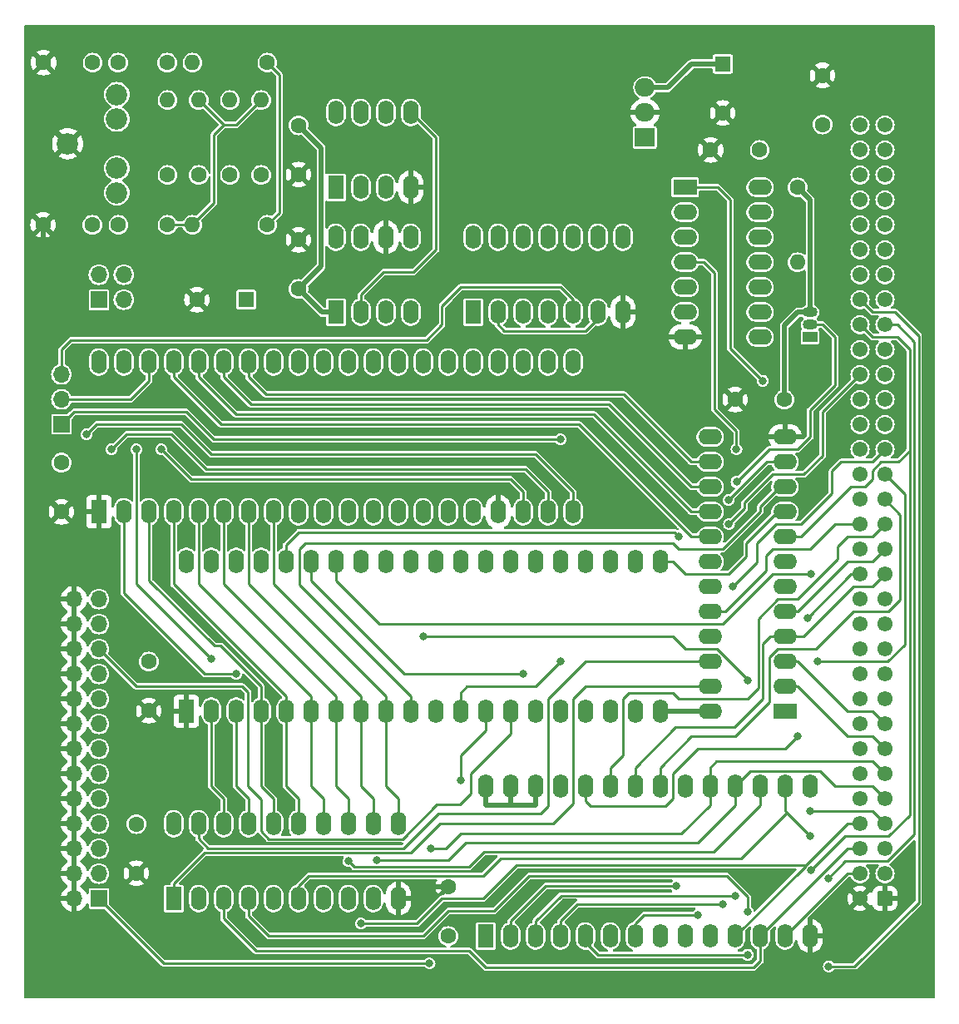
<source format=gbl>
%TF.GenerationSoftware,KiCad,Pcbnew,8.0.6+1*%
%TF.CreationDate,2024-11-13T12:36:37+01:00*%
%TF.ProjectId,QL_Qsound2,514c5f51-736f-4756-9e64-322e6b696361,2*%
%TF.SameCoordinates,Original*%
%TF.FileFunction,Copper,L2,Bot*%
%TF.FilePolarity,Positive*%
%FSLAX46Y46*%
G04 Gerber Fmt 4.6, Leading zero omitted, Abs format (unit mm)*
G04 Created by KiCad (PCBNEW 8.0.6+1) date 2024-11-13 12:36:37*
%MOMM*%
%LPD*%
G01*
G04 APERTURE LIST*
G04 Aperture macros list*
%AMRoundRect*
0 Rectangle with rounded corners*
0 $1 Rounding radius*
0 $2 $3 $4 $5 $6 $7 $8 $9 X,Y pos of 4 corners*
0 Add a 4 corners polygon primitive as box body*
4,1,4,$2,$3,$4,$5,$6,$7,$8,$9,$2,$3,0*
0 Add four circle primitives for the rounded corners*
1,1,$1+$1,$2,$3*
1,1,$1+$1,$4,$5*
1,1,$1+$1,$6,$7*
1,1,$1+$1,$8,$9*
0 Add four rect primitives between the rounded corners*
20,1,$1+$1,$2,$3,$4,$5,0*
20,1,$1+$1,$4,$5,$6,$7,0*
20,1,$1+$1,$6,$7,$8,$9,0*
20,1,$1+$1,$8,$9,$2,$3,0*%
G04 Aperture macros list end*
%TA.AperFunction,ComponentPad*%
%ADD10R,1.600000X2.400000*%
%TD*%
%TA.AperFunction,ComponentPad*%
%ADD11O,1.600000X2.400000*%
%TD*%
%TA.AperFunction,ComponentPad*%
%ADD12C,1.600000*%
%TD*%
%TA.AperFunction,ComponentPad*%
%ADD13R,1.500000X1.050000*%
%TD*%
%TA.AperFunction,ComponentPad*%
%ADD14O,1.500000X1.050000*%
%TD*%
%TA.AperFunction,ComponentPad*%
%ADD15O,1.600000X1.600000*%
%TD*%
%TA.AperFunction,ComponentPad*%
%ADD16R,1.700000X1.700000*%
%TD*%
%TA.AperFunction,ComponentPad*%
%ADD17O,1.700000X1.700000*%
%TD*%
%TA.AperFunction,ComponentPad*%
%ADD18C,2.184400*%
%TD*%
%TA.AperFunction,ComponentPad*%
%ADD19R,1.600000X1.600000*%
%TD*%
%TA.AperFunction,ComponentPad*%
%ADD20R,2.400000X1.600000*%
%TD*%
%TA.AperFunction,ComponentPad*%
%ADD21O,2.400000X1.600000*%
%TD*%
%TA.AperFunction,ComponentPad*%
%ADD22R,2.000000X1.905000*%
%TD*%
%TA.AperFunction,ComponentPad*%
%ADD23O,2.000000X1.905000*%
%TD*%
%TA.AperFunction,ComponentPad*%
%ADD24RoundRect,0.249999X0.525001X-0.525001X0.525001X0.525001X-0.525001X0.525001X-0.525001X-0.525001X0*%
%TD*%
%TA.AperFunction,ComponentPad*%
%ADD25C,1.550000*%
%TD*%
%TA.AperFunction,ViaPad*%
%ADD26C,0.800000*%
%TD*%
%TA.AperFunction,ViaPad*%
%ADD27C,1.000000*%
%TD*%
%TA.AperFunction,Conductor*%
%ADD28C,0.500000*%
%TD*%
%TA.AperFunction,Conductor*%
%ADD29C,0.250000*%
%TD*%
%ADD30C,0.350000*%
G04 APERTURE END LIST*
D10*
%TO.P,U9,1,VCC*%
%TO.N,VCC*%
X134620000Y-72390000D03*
D11*
%TO.P,U9,2,ToPull*%
%TO.N,Net-(U5B-+)*%
X137160000Y-72390000D03*
%TO.P,U9,3,LOAD*%
%TO.N,Net-(U7-SH)*%
X139700000Y-72390000D03*
%TO.P,U9,4,SD*%
%TO.N,Net-(U7-OP-0)*%
X142240000Y-72390000D03*
%TO.P,U9,5,oI*%
%TO.N,Net-(U7-oS)*%
X142240000Y-64770000D03*
%TO.P,U9,6,VSS*%
%TO.N,GND*%
X139700000Y-64770000D03*
%TO.P,U9,7,RB*%
%TO.N,Net-(U5A-+)*%
X137160000Y-64770000D03*
%TO.P,U9,8,MP*%
%TO.N,Net-(U5A--)*%
X134620000Y-64770000D03*
%TD*%
D10*
%TO.P,U7,1,VSS*%
%TO.N,GND*%
X110490000Y-92710000D03*
D11*
%TO.P,U7,2,DA1*%
%TO.N,/PA1*%
X113030000Y-92710000D03*
%TO.P,U7,3,DA2*%
%TO.N,/PA2*%
X115570000Y-92710000D03*
%TO.P,U7,4,DA3*%
%TO.N,/PA3*%
X118110000Y-92710000D03*
%TO.P,U7,5,DA4*%
%TO.N,/PA4*%
X120650000Y-92710000D03*
%TO.P,U7,6,DA5*%
%TO.N,/PA5*%
X123190000Y-92710000D03*
%TO.P,U7,7,DA6*%
%TO.N,/PA6*%
X125730000Y-92710000D03*
%TO.P,U7,8,DA7*%
%TO.N,/PA7*%
X128270000Y-92710000D03*
%TO.P,U7,9,IOA0*%
%TO.N,unconnected-(U7-IOA0-Pad9)*%
X130810000Y-92710000D03*
%TO.P,U7,10,IOA1*%
%TO.N,unconnected-(U7-IOA1-Pad10)*%
X133350000Y-92710000D03*
%TO.P,U7,11,IOA2*%
%TO.N,unconnected-(U7-IOA2-Pad11)*%
X135890000Y-92710000D03*
%TO.P,U7,12,IOA3*%
%TO.N,unconnected-(U7-IOA3-Pad12)*%
X138430000Y-92710000D03*
%TO.P,U7,13,IOA4*%
%TO.N,unconnected-(U7-IOA4-Pad13)*%
X140970000Y-92710000D03*
%TO.P,U7,14,IOA5*%
%TO.N,unconnected-(U7-IOA5-Pad14)*%
X143510000Y-92710000D03*
%TO.P,U7,15,IOA6*%
%TO.N,unconnected-(U7-IOA6-Pad15)*%
X146050000Y-92710000D03*
%TO.P,U7,16,IOA7*%
%TO.N,unconnected-(U7-IOA7-Pad16)*%
X148590000Y-92710000D03*
%TO.P,U7,17,AGND*%
%TO.N,GND*%
X151130000Y-92710000D03*
%TO.P,U7,18,C*%
%TO.N,/CH_C*%
X153670000Y-92710000D03*
%TO.P,U7,19,B*%
%TO.N,/CH_B*%
X156210000Y-92710000D03*
%TO.P,U7,20,A*%
%TO.N,/CH_A*%
X158750000Y-92710000D03*
%TO.P,U7,21,VCC*%
%TO.N,VCC*%
X158750000Y-77470000D03*
%TO.P,U7,22,SH*%
%TO.N,Net-(U7-SH)*%
X156210000Y-77470000D03*
%TO.P,U7,23,OP-0*%
%TO.N,Net-(U7-OP-0)*%
X153670000Y-77470000D03*
%TO.P,U7,24,~{RESET}*%
%TO.N,/RESET*%
X151130000Y-77470000D03*
%TO.P,U7,25,~{IRQ}*%
%TO.N,unconnected-(U7-~{IRQ}-Pad25)*%
X148590000Y-77470000D03*
%TO.P,U7,26,IOB0*%
%TO.N,/IOB0*%
X146050000Y-77470000D03*
%TO.P,U7,27,IOB1*%
%TO.N,/IOB1*%
X143510000Y-77470000D03*
%TO.P,U7,28,IOB2*%
%TO.N,/IOB2*%
X140970000Y-77470000D03*
%TO.P,U7,29,IOB3*%
%TO.N,/IOB3*%
X138430000Y-77470000D03*
%TO.P,U7,30,IOB4*%
%TO.N,/IOB4*%
X135890000Y-77470000D03*
%TO.P,U7,31,IOB5*%
%TO.N,/IOB5*%
X133350000Y-77470000D03*
%TO.P,U7,32,IOB6*%
%TO.N,/IOB6*%
X130810000Y-77470000D03*
%TO.P,U7,33,IOB7*%
%TO.N,/IOB7*%
X128270000Y-77470000D03*
%TO.P,U7,34,~{CS}*%
%TO.N,/YM_CS*%
X125730000Y-77470000D03*
%TO.P,U7,35,~{WR}*%
%TO.N,/YM_W*%
X123190000Y-77470000D03*
%TO.P,U7,36,~{RD}*%
%TO.N,/YM_R*%
X120650000Y-77470000D03*
%TO.P,U7,37,A0*%
%TO.N,/YM_A0*%
X118110000Y-77470000D03*
%TO.P,U7,38,oM*%
%TO.N,Net-(JP1-C)*%
X115570000Y-77470000D03*
%TO.P,U7,39,oS*%
%TO.N,Net-(U7-oS)*%
X113030000Y-77470000D03*
%TO.P,U7,40,DA0*%
%TO.N,/PA0*%
X110490000Y-77470000D03*
%TD*%
D12*
%TO.P,C1,1*%
%TO.N,+9V*%
X184150000Y-53300000D03*
%TO.P,C1,2*%
%TO.N,GND*%
X184150000Y-48300000D03*
%TD*%
%TO.P,C6,1*%
%TO.N,VCC*%
X180260000Y-81280000D03*
%TO.P,C6,2*%
%TO.N,GND*%
X175260000Y-81280000D03*
%TD*%
%TO.P,C7,1*%
%TO.N,VCC*%
X106680000Y-87710000D03*
%TO.P,C7,2*%
%TO.N,GND*%
X106680000Y-92710000D03*
%TD*%
D10*
%TO.P,U10,1,~{R}*%
%TO.N,VCC*%
X148590000Y-72390000D03*
D11*
%TO.P,U10,2,D*%
%TO.N,Net-(U10A-D)*%
X151130000Y-72390000D03*
%TO.P,U10,3,C*%
%TO.N,Net-(U10A-C)*%
X153670000Y-72390000D03*
%TO.P,U10,4,~{S}*%
%TO.N,VCC*%
X156210000Y-72390000D03*
%TO.P,U10,5,Q*%
%TO.N,Net-(JP1-B)*%
X158750000Y-72390000D03*
%TO.P,U10,6,~{Q}*%
%TO.N,Net-(U10A-D)*%
X161290000Y-72390000D03*
%TO.P,U10,7,GND*%
%TO.N,GND*%
X163830000Y-72390000D03*
%TO.P,U10,8,~{Q}*%
%TO.N,unconnected-(U10B-~{Q}-Pad8)*%
X163830000Y-64770000D03*
%TO.P,U10,9,Q*%
%TO.N,unconnected-(U10B-Q-Pad9)*%
X161290000Y-64770000D03*
%TO.P,U10,10,~{S}*%
%TO.N,VCC*%
X158750000Y-64770000D03*
%TO.P,U10,11,C*%
%TO.N,unconnected-(U10B-C-Pad11)*%
X156210000Y-64770000D03*
%TO.P,U10,12,D*%
%TO.N,unconnected-(U10B-D-Pad12)*%
X153670000Y-64770000D03*
%TO.P,U10,13,~{R}*%
%TO.N,VCC*%
X151130000Y-64770000D03*
%TO.P,U10,14,VCC*%
X148590000Y-64770000D03*
%TD*%
D13*
%TO.P,Q1,1,E*%
%TO.N,/DSMC*%
X182880000Y-74930000D03*
D14*
%TO.P,Q1,2,B*%
%TO.N,/DSMC'*%
X182880000Y-73660000D03*
%TO.P,Q1,3,C*%
%TO.N,VCC*%
X182880000Y-72390000D03*
%TD*%
D12*
%TO.P,R2,1*%
%TO.N,Net-(JP2-Pin_3)*%
X127635000Y-46990000D03*
D15*
%TO.P,R2,2*%
%TO.N,Net-(C13-Pad1)*%
X120015000Y-46990000D03*
%TD*%
D12*
%TO.P,R6,1*%
%TO.N,Net-(JP2-Pin_2)*%
X127000000Y-58420000D03*
D15*
%TO.P,R6,2*%
%TO.N,Net-(C15-Pad1)*%
X127000000Y-50800000D03*
%TD*%
D10*
%TO.P,U8,1,A->B*%
%TO.N,/245_DIR*%
X118110000Y-132080000D03*
D11*
%TO.P,U8,2,A0*%
%TO.N,/D0*%
X120650000Y-132080000D03*
%TO.P,U8,3,A1*%
%TO.N,/D1*%
X123190000Y-132080000D03*
%TO.P,U8,4,A2*%
%TO.N,/D2*%
X125730000Y-132080000D03*
%TO.P,U8,5,A3*%
%TO.N,/D3*%
X128270000Y-132080000D03*
%TO.P,U8,6,A4*%
%TO.N,/D4*%
X130810000Y-132080000D03*
%TO.P,U8,7,A5*%
%TO.N,/D5*%
X133350000Y-132080000D03*
%TO.P,U8,8,A6*%
%TO.N,/D6*%
X135890000Y-132080000D03*
%TO.P,U8,9,A7*%
%TO.N,/D7*%
X138430000Y-132080000D03*
%TO.P,U8,10,GND*%
%TO.N,GND*%
X140970000Y-132080000D03*
%TO.P,U8,11,B7*%
%TO.N,/PA7*%
X140970000Y-124460000D03*
%TO.P,U8,12,B6*%
%TO.N,/PA6*%
X138430000Y-124460000D03*
%TO.P,U8,13,B5*%
%TO.N,/PA5*%
X135890000Y-124460000D03*
%TO.P,U8,14,B4*%
%TO.N,/PA4*%
X133350000Y-124460000D03*
%TO.P,U8,15,B3*%
%TO.N,/PA3*%
X130810000Y-124460000D03*
%TO.P,U8,16,B2*%
%TO.N,/PA2*%
X128270000Y-124460000D03*
%TO.P,U8,17,B1*%
%TO.N,/PA1*%
X125730000Y-124460000D03*
%TO.P,U8,18,B0*%
%TO.N,/PA0*%
X123190000Y-124460000D03*
%TO.P,U8,19,CE*%
%TO.N,/245_CS*%
X120650000Y-124460000D03*
%TO.P,U8,20,VCC*%
%TO.N,VCC*%
X118110000Y-124460000D03*
%TD*%
D16*
%TO.P,JP2,1,Pin_1*%
%TO.N,/CH_B*%
X110490000Y-71125000D03*
D17*
%TO.P,JP2,2,Pin_2*%
%TO.N,Net-(JP2-Pin_2)*%
X110490000Y-68585000D03*
%TO.P,JP2,3,Pin_3*%
%TO.N,Net-(JP2-Pin_3)*%
X113030000Y-71125000D03*
%TO.P,JP2,4,Pin_4*%
%TO.N,/CH_C*%
X113030000Y-68585000D03*
%TD*%
D10*
%TO.P,U5,1*%
%TO.N,Net-(U5A--)*%
X134620000Y-59690000D03*
D11*
%TO.P,U5,2,-*%
X137160000Y-59690000D03*
%TO.P,U5,3,+*%
%TO.N,Net-(U5A-+)*%
X139700000Y-59690000D03*
%TO.P,U5,4,V-*%
%TO.N,GND*%
X142240000Y-59690000D03*
%TO.P,U5,5,+*%
%TO.N,Net-(U5B-+)*%
X142240000Y-52070000D03*
%TO.P,U5,6,-*%
%TO.N,Net-(U5B--)*%
X139700000Y-52070000D03*
%TO.P,U5,7*%
X137160000Y-52070000D03*
%TO.P,U5,8,V+*%
%TO.N,VCC*%
X134620000Y-52070000D03*
%TD*%
D12*
%TO.P,C8,1*%
%TO.N,VCC*%
X114300000Y-124500000D03*
%TO.P,C8,2*%
%TO.N,GND*%
X114300000Y-129500000D03*
%TD*%
%TO.P,C14,1*%
%TO.N,Net-(C14-Pad1)*%
X109815000Y-63500000D03*
%TO.P,C14,2*%
%TO.N,GND*%
X104815000Y-63500000D03*
%TD*%
%TO.P,C2,1*%
%TO.N,VCC*%
X146050000Y-135890000D03*
%TO.P,C2,2*%
%TO.N,GND*%
X146050000Y-130890000D03*
%TD*%
%TO.P,R5,1*%
%TO.N,/CH_A*%
X123825000Y-58420000D03*
D15*
%TO.P,R5,2*%
%TO.N,Net-(C13-Pad1)*%
X123825000Y-50800000D03*
%TD*%
D12*
%TO.P,C13,1*%
%TO.N,Net-(C13-Pad1)*%
X117435000Y-46990000D03*
%TO.P,C13,2*%
%TO.N,Net-(C12-Pad1)*%
X112435000Y-46990000D03*
%TD*%
%TO.P,R1,1*%
%TO.N,VCC*%
X181610000Y-59690000D03*
D15*
%TO.P,R1,2*%
%TO.N,/MEM_SEL*%
X181610000Y-67310000D03*
%TD*%
D18*
%TO.P,J2,G*%
%TO.N,GND*%
X107315000Y-55245000D03*
%TO.P,J2,S*%
%TO.N,Net-(C12-Pad1)*%
X112315000Y-50245000D03*
%TO.P,J2,SN*%
%TO.N,unconnected-(J2-PadSN)*%
X112315000Y-52745000D03*
%TO.P,J2,T*%
%TO.N,Net-(C14-Pad1)*%
X112315000Y-60245000D03*
%TO.P,J2,TN*%
%TO.N,unconnected-(J2-PadTN)*%
X112315000Y-57745000D03*
%TD*%
D12*
%TO.P,R4,1*%
%TO.N,Net-(U5B--)*%
X120650000Y-58420000D03*
D15*
%TO.P,R4,2*%
%TO.N,Net-(C15-Pad1)*%
X120650000Y-50800000D03*
%TD*%
D12*
%TO.P,C9,1*%
%TO.N,VCC*%
X130810000Y-53380000D03*
%TO.P,C9,2*%
%TO.N,GND*%
X130810000Y-58380000D03*
%TD*%
%TO.P,R3,1*%
%TO.N,Net-(U5B--)*%
X117475000Y-58420000D03*
D15*
%TO.P,R3,2*%
%TO.N,Net-(C13-Pad1)*%
X117475000Y-50800000D03*
%TD*%
D16*
%TO.P,J3,1,Pin_1*%
%TO.N,/P_Strobe*%
X110490000Y-132080000D03*
D17*
%TO.P,J3,2,Pin_2*%
%TO.N,GND*%
X107950000Y-132080000D03*
%TO.P,J3,3,Pin_3*%
%TO.N,/IOB0*%
X110490000Y-129540000D03*
%TO.P,J3,4,Pin_4*%
%TO.N,GND*%
X107950000Y-129540000D03*
%TO.P,J3,5,Pin_5*%
%TO.N,/IOB1*%
X110490000Y-127000000D03*
%TO.P,J3,6,Pin_6*%
%TO.N,GND*%
X107950000Y-127000000D03*
%TO.P,J3,7,Pin_7*%
%TO.N,/IOB2*%
X110490000Y-124460000D03*
%TO.P,J3,8,Pin_8*%
%TO.N,GND*%
X107950000Y-124460000D03*
%TO.P,J3,9,Pin_9*%
%TO.N,/IOB3*%
X110490000Y-121920000D03*
%TO.P,J3,10,Pin_10*%
%TO.N,GND*%
X107950000Y-121920000D03*
%TO.P,J3,11,Pin_11*%
%TO.N,/IOB4*%
X110490000Y-119380000D03*
%TO.P,J3,12,Pin_12*%
%TO.N,GND*%
X107950000Y-119380000D03*
%TO.P,J3,13,Pin_13*%
%TO.N,/IOB5*%
X110490000Y-116840000D03*
%TO.P,J3,14,Pin_14*%
%TO.N,GND*%
X107950000Y-116840000D03*
%TO.P,J3,15,Pin_15*%
%TO.N,/IOB6*%
X110490000Y-114300000D03*
%TO.P,J3,16,Pin_16*%
%TO.N,GND*%
X107950000Y-114300000D03*
%TO.P,J3,17,Pin_17*%
%TO.N,/IOB7*%
X110490000Y-111760000D03*
%TO.P,J3,18,Pin_18*%
%TO.N,GND*%
X107950000Y-111760000D03*
%TO.P,J3,19,Pin_19*%
%TO.N,unconnected-(J3-Pin_19-Pad19)*%
X110490000Y-109220000D03*
%TO.P,J3,20,Pin_20*%
%TO.N,GND*%
X107950000Y-109220000D03*
%TO.P,J3,21,Pin_21*%
%TO.N,/P_Busy*%
X110490000Y-106680000D03*
%TO.P,J3,22,Pin_22*%
%TO.N,GND*%
X107950000Y-106680000D03*
%TO.P,J3,23,Pin_23*%
%TO.N,unconnected-(J3-Pin_23-Pad23)*%
X110490000Y-104140000D03*
%TO.P,J3,24,Pin_24*%
%TO.N,GND*%
X107950000Y-104140000D03*
%TO.P,J3,25,Pin_25*%
%TO.N,unconnected-(J3-Pin_25-Pad25)*%
X110490000Y-101600000D03*
%TO.P,J3,26,Pin_26*%
%TO.N,GND*%
X107950000Y-101600000D03*
%TD*%
D12*
%TO.P,C4,1*%
%TO.N,VCC*%
X115570000Y-107950000D03*
%TO.P,C4,2*%
%TO.N,GND*%
X115570000Y-112950000D03*
%TD*%
D19*
%TO.P,C11,1*%
%TO.N,Net-(U5A-+)*%
X125476000Y-71120000D03*
D12*
%TO.P,C11,2*%
%TO.N,GND*%
X120476000Y-71120000D03*
%TD*%
D20*
%TO.P,U3,1*%
%TO.N,/A14*%
X170170000Y-59685000D03*
D21*
%TO.P,U3,2*%
%TO.N,/SP0*%
X170170000Y-62225000D03*
%TO.P,U3,3*%
%TO.N,/MEM_SEL*%
X170170000Y-64765000D03*
%TO.P,U3,4*%
X170170000Y-67305000D03*
%TO.P,U3,5*%
%TO.N,/A16*%
X170170000Y-69845000D03*
%TO.P,U3,6*%
%TO.N,/SP2*%
X170170000Y-72385000D03*
%TO.P,U3,7,GND*%
%TO.N,GND*%
X170170000Y-74925000D03*
%TO.P,U3,8*%
%TO.N,/A17*%
X177790000Y-74925000D03*
%TO.P,U3,9*%
%TO.N,/SP3*%
X177790000Y-72385000D03*
%TO.P,U3,10*%
%TO.N,/MEM_SEL*%
X177790000Y-69845000D03*
%TO.P,U3,11*%
X177790000Y-67305000D03*
%TO.P,U3,12*%
%TO.N,/SP1*%
X177790000Y-64765000D03*
%TO.P,U3,13*%
%TO.N,/A15*%
X177790000Y-62225000D03*
%TO.P,U3,14,VCC*%
%TO.N,VCC*%
X177790000Y-59685000D03*
%TD*%
D12*
%TO.P,C15,1*%
%TO.N,Net-(C15-Pad1)*%
X117475000Y-63500000D03*
%TO.P,C15,2*%
%TO.N,Net-(C14-Pad1)*%
X112475000Y-63500000D03*
%TD*%
D19*
%TO.P,C10,1*%
%TO.N,VCC*%
X173990000Y-47127349D03*
D12*
%TO.P,C10,2*%
%TO.N,GND*%
X173990000Y-52127349D03*
%TD*%
%TO.P,R7,1*%
%TO.N,Net-(JP2-Pin_3)*%
X127635000Y-63500000D03*
D15*
%TO.P,R7,2*%
%TO.N,Net-(C15-Pad1)*%
X120015000Y-63500000D03*
%TD*%
D16*
%TO.P,JP1,1,A*%
%TO.N,Net-(JP1-A)*%
X106680000Y-83805000D03*
D17*
%TO.P,JP1,2,C*%
%TO.N,Net-(JP1-C)*%
X106680000Y-81265000D03*
%TO.P,JP1,3,B*%
%TO.N,Net-(JP1-B)*%
X106680000Y-78725000D03*
%TD*%
D22*
%TO.P,U1,1,IN*%
%TO.N,+9V*%
X166075000Y-54610000D03*
D23*
%TO.P,U1,2,GND*%
%TO.N,GND*%
X166075000Y-52070000D03*
%TO.P,U1,3,OUT*%
%TO.N,VCC*%
X166075000Y-49530000D03*
%TD*%
D12*
%TO.P,C12,1*%
%TO.N,Net-(C12-Pad1)*%
X109855000Y-46990000D03*
%TO.P,C12,2*%
%TO.N,GND*%
X104855000Y-46990000D03*
%TD*%
%TO.P,C3,1*%
%TO.N,VCC*%
X177760000Y-55880000D03*
%TO.P,C3,2*%
%TO.N,GND*%
X172760000Y-55880000D03*
%TD*%
D20*
%TO.P,U6,1,I1/CLK*%
%TO.N,/E*%
X180340000Y-113030000D03*
D21*
%TO.P,U6,2,I2*%
%TO.N,/A19*%
X180340000Y-110490000D03*
%TO.P,U6,3,I3*%
%TO.N,/A18*%
X180340000Y-107950000D03*
%TO.P,U6,4,I4/PD*%
%TO.N,/A13*%
X180340000Y-105410000D03*
%TO.P,U6,5,I5*%
%TO.N,/A12*%
X180340000Y-102870000D03*
%TO.P,U6,6,I6*%
%TO.N,/DS*%
X180340000Y-100330000D03*
%TO.P,U6,7,I7*%
%TO.N,/MEM_SEL*%
X180340000Y-97790000D03*
%TO.P,U6,8,I8*%
%TO.N,/A1*%
X180340000Y-95250000D03*
%TO.P,U6,9,I9*%
%TO.N,/WRL*%
X180340000Y-92710000D03*
%TO.P,U6,10,I10*%
%TO.N,/BC1*%
X180340000Y-90170000D03*
%TO.P,U6,11,I11*%
%TO.N,/BDIR*%
X180340000Y-87630000D03*
%TO.P,U6,12,GND*%
%TO.N,GND*%
X180340000Y-85090000D03*
%TO.P,U6,13,I12*%
%TO.N,unconnected-(U6-I12-Pad13)*%
X172720000Y-85090000D03*
%TO.P,U6,14,IO10*%
%TO.N,/YM_CS*%
X172720000Y-87630000D03*
%TO.P,U6,15,IO9*%
%TO.N,/YM_W*%
X172720000Y-90170000D03*
%TO.P,U6,16,IO8*%
%TO.N,/YM_R*%
X172720000Y-92710000D03*
%TO.P,U6,17,IO7*%
%TO.N,/YM_A0*%
X172720000Y-95250000D03*
%TO.P,U6,18,IO6*%
%TO.N,/DSMC'*%
X172720000Y-97790000D03*
%TO.P,U6,19,IO5*%
%TO.N,/CS2{slash}OE*%
X172720000Y-100330000D03*
%TO.P,U6,20,I04*%
%TO.N,/VPA*%
X172720000Y-102870000D03*
%TO.P,U6,21,IO3*%
%TO.N,unconnected-(U6-IO3-Pad21)*%
X172720000Y-105410000D03*
%TO.P,U6,22,IO2*%
%TO.N,/245_CS*%
X172720000Y-107950000D03*
%TO.P,U6,23,IO1*%
%TO.N,/245_DIR*%
X172720000Y-110490000D03*
%TO.P,U6,24,VCC*%
%TO.N,VCC*%
X172720000Y-113030000D03*
%TD*%
D24*
%TO.P,J1,a1,GND*%
%TO.N,GND*%
X190500000Y-132080000D03*
D25*
%TO.P,J1,a2,D3*%
%TO.N,/D3*%
X190500000Y-129540000D03*
%TO.P,J1,a3,D4*%
%TO.N,/D4*%
X190500000Y-127000000D03*
%TO.P,J1,a4,D5*%
%TO.N,/D5*%
X190500000Y-124460000D03*
%TO.P,J1,a5,D6*%
%TO.N,/D6*%
X190500000Y-121920000D03*
%TO.P,J1,a6,D7*%
%TO.N,/D7*%
X190500000Y-119380000D03*
%TO.P,J1,a7,A19*%
%TO.N,/A19*%
X190500000Y-116840000D03*
%TO.P,J1,a8,A18*%
%TO.N,/A18*%
X190500000Y-114300000D03*
%TO.P,J1,a9,A17*%
%TO.N,/A17*%
X190500000Y-111760000D03*
%TO.P,J1,a10,A16*%
%TO.N,/A16*%
X190500000Y-109220000D03*
%TO.P,J1,a11,CLKCPU*%
%TO.N,unconnected-(J1-CLKCPU-Pada11)*%
X190500000Y-106680000D03*
%TO.P,J1,a12,RED*%
%TO.N,unconnected-(J1-RED-Pada12)*%
X190500000Y-104140000D03*
%TO.P,J1,a13,A14*%
%TO.N,/A14*%
X190500000Y-101600000D03*
%TO.P,J1,a14,A13*%
%TO.N,/A13*%
X190500000Y-99060000D03*
%TO.P,J1,a15,A12*%
%TO.N,/A12*%
X190500000Y-96520000D03*
%TO.P,J1,a16,A11*%
%TO.N,/A11*%
X190500000Y-93980000D03*
%TO.P,J1,a17,A10*%
%TO.N,/A10*%
X190500000Y-91440000D03*
%TO.P,J1,a18,A9*%
%TO.N,/A9*%
X190500000Y-88900000D03*
%TO.P,J1,a19,A8*%
%TO.N,/A8*%
X190500000Y-86360000D03*
%TO.P,J1,a20,A7*%
%TO.N,/A7*%
X190500000Y-83820000D03*
%TO.P,J1,a21,A6*%
%TO.N,/A6*%
X190500000Y-81280000D03*
%TO.P,J1,a22,A5*%
%TO.N,/A5*%
X190500000Y-78740000D03*
%TO.P,J1,a23,A4*%
%TO.N,/A4*%
X190500000Y-76200000D03*
%TO.P,J1,a24,A3*%
%TO.N,/A3*%
X190500000Y-73660000D03*
%TO.P,J1,a25,~{DBG}*%
%TO.N,unconnected-(J1-~{DBG}-Pada25)*%
X190500000Y-71120000D03*
%TO.P,J1,a26,SP2*%
%TO.N,/SP2*%
X190500000Y-68580000D03*
%TO.P,J1,a27,~{DSMC}*%
%TO.N,/DSMC*%
X190500000Y-66040000D03*
%TO.P,J1,a28,SP1*%
%TO.N,/SP1*%
X190500000Y-63500000D03*
%TO.P,J1,a29,SP0*%
%TO.N,/SP0*%
X190500000Y-60960000D03*
%TO.P,J1,a30,+12V*%
%TO.N,unconnected-(J1-+12V-Pada30)*%
X190500000Y-58420000D03*
%TO.P,J1,a31,-12V*%
%TO.N,unconnected-(J1--12V-Pada31)*%
X190500000Y-55880000D03*
%TO.P,J1,a32,Vin*%
%TO.N,+9V*%
X190500000Y-53340000D03*
%TO.P,J1,b1,GND*%
%TO.N,GND*%
X187960000Y-132080000D03*
%TO.P,J1,b2,D2*%
%TO.N,/D2*%
X187960000Y-129540000D03*
%TO.P,J1,b3,D1*%
%TO.N,/D1*%
X187960000Y-127000000D03*
%TO.P,J1,b4,D0*%
%TO.N,/D0*%
X187960000Y-124460000D03*
%TO.P,J1,b5,~{AS}*%
%TO.N,unconnected-(J1-~{AS}-Padb5)*%
X187960000Y-121920000D03*
%TO.P,J1,b6,~{DS}*%
%TO.N,/DS*%
X187960000Y-119380000D03*
%TO.P,J1,b7,~{DRW}*%
%TO.N,/WRL*%
X187960000Y-116840000D03*
%TO.P,J1,b8,~{DTACK}*%
%TO.N,unconnected-(J1-~{DTACK}-Padb8)*%
X187960000Y-114300000D03*
%TO.P,J1,b9,~{BG}*%
%TO.N,unconnected-(J1-~{BG}-Padb9)*%
X187960000Y-111760000D03*
%TO.P,J1,b10,~{BR}*%
%TO.N,unconnected-(J1-~{BR}-Padb10)*%
X187960000Y-109220000D03*
%TO.P,J1,b11,A15*%
%TO.N,/A15*%
X187960000Y-106680000D03*
%TO.P,J1,b12,~{RESETCPU}*%
%TO.N,/RESET*%
X187960000Y-104140000D03*
%TO.P,J1,b13,~{CSYNC}*%
%TO.N,unconnected-(J1-~{CSYNC}-Padb13)*%
X187960000Y-101600000D03*
%TO.P,J1,b14,E*%
%TO.N,/E*%
X187960000Y-99060000D03*
%TO.P,J1,b15,VSYNCH*%
%TO.N,unconnected-(J1-VSYNCH-Padb15)*%
X187960000Y-96520000D03*
%TO.P,J1,b16,~{VPA}*%
%TO.N,/VPA*%
X187960000Y-93980000D03*
%TO.P,J1,b17,GREEN*%
%TO.N,unconnected-(J1-GREEN-Padb17)*%
X187960000Y-91440000D03*
%TO.P,J1,b18,BLUE*%
%TO.N,unconnected-(J1-BLUE-Padb18)*%
X187960000Y-88900000D03*
%TO.P,J1,b19,FC2*%
%TO.N,unconnected-(J1-FC2-Padb19)*%
X187960000Y-86360000D03*
%TO.P,J1,b20,FC1*%
%TO.N,unconnected-(J1-FC1-Padb20)*%
X187960000Y-83820000D03*
%TO.P,J1,b21,FC0*%
%TO.N,unconnected-(J1-FC0-Padb21)*%
X187960000Y-81280000D03*
%TO.P,J1,b22,A0*%
%TO.N,/A0*%
X187960000Y-78740000D03*
%TO.P,J1,b23,ROMOEH*%
%TO.N,unconnected-(J1-ROMOEH-Padb23)*%
X187960000Y-76200000D03*
%TO.P,J1,b24,A1*%
%TO.N,/A1*%
X187960000Y-73660000D03*
%TO.P,J1,b25,A2*%
%TO.N,/A2*%
X187960000Y-71120000D03*
%TO.P,J1,b26,SP3*%
%TO.N,/SP3*%
X187960000Y-68580000D03*
%TO.P,J1,b27,~{IPLO}*%
%TO.N,unconnected-(J1-~{IPLO}-Padb27)*%
X187960000Y-66040000D03*
%TO.P,J1,b28,~{BERR}*%
%TO.N,unconnected-(J1-~{BERR}-Padb28)*%
X187960000Y-63500000D03*
%TO.P,J1,b29,~{IPL1}*%
%TO.N,unconnected-(J1-~{IPL1}-Padb29)*%
X187960000Y-60960000D03*
%TO.P,J1,b30,~{EXTINT}*%
%TO.N,unconnected-(J1-~{EXTINT}-Padb30)*%
X187960000Y-58420000D03*
%TO.P,J1,b31,Vin*%
%TO.N,+9V*%
X187960000Y-55880000D03*
%TO.P,J1,b32,Vin*%
X187960000Y-53340000D03*
%TD*%
D10*
%TO.P,U2,1,A15*%
%TO.N,VCC*%
X149860000Y-135890000D03*
D11*
%TO.P,U2,2,A12*%
%TO.N,/A12*%
X152400000Y-135890000D03*
%TO.P,U2,3,A7*%
%TO.N,/A7*%
X154940000Y-135890000D03*
%TO.P,U2,4,A6*%
%TO.N,/A6*%
X157480000Y-135890000D03*
%TO.P,U2,5,A5*%
%TO.N,/A5*%
X160020000Y-135890000D03*
%TO.P,U2,6,A4*%
%TO.N,/A4*%
X162560000Y-135890000D03*
%TO.P,U2,7,A3*%
%TO.N,/A3*%
X165100000Y-135890000D03*
%TO.P,U2,8,A2*%
%TO.N,/A2*%
X167640000Y-135890000D03*
%TO.P,U2,9,A1*%
%TO.N,/A1*%
X170180000Y-135890000D03*
%TO.P,U2,10,A0*%
%TO.N,/A0*%
X172720000Y-135890000D03*
%TO.P,U2,11,D0*%
%TO.N,/D0*%
X175260000Y-135890000D03*
%TO.P,U2,12,D1*%
%TO.N,/D1*%
X177800000Y-135890000D03*
%TO.P,U2,13,D2*%
%TO.N,/D2*%
X180340000Y-135890000D03*
%TO.P,U2,14,GND*%
%TO.N,GND*%
X182880000Y-135890000D03*
%TO.P,U2,15,D3*%
%TO.N,/D3*%
X182880000Y-120650000D03*
%TO.P,U2,16,D4*%
%TO.N,/D4*%
X180340000Y-120650000D03*
%TO.P,U2,17,D5*%
%TO.N,/D5*%
X177800000Y-120650000D03*
%TO.P,U2,18,D6*%
%TO.N,/D6*%
X175260000Y-120650000D03*
%TO.P,U2,19,D7*%
%TO.N,/D7*%
X172720000Y-120650000D03*
%TO.P,U2,20,~{CE}*%
%TO.N,/CS2{slash}OE*%
X170180000Y-120650000D03*
%TO.P,U2,21,A10*%
%TO.N,/A10*%
X167640000Y-120650000D03*
%TO.P,U2,22,~{OE/Vpp}*%
%TO.N,/A13*%
X165100000Y-120650000D03*
%TO.P,U2,23,A11*%
%TO.N,/A11*%
X162560000Y-120650000D03*
%TO.P,U2,24,A9*%
%TO.N,/A9*%
X160020000Y-120650000D03*
%TO.P,U2,25,A8*%
%TO.N,/A8*%
X157480000Y-120650000D03*
%TO.P,U2,26,A13*%
%TO.N,VCC*%
X154940000Y-120650000D03*
%TO.P,U2,27,A14*%
X152400000Y-120650000D03*
%TO.P,U2,28,VCC*%
X149860000Y-120650000D03*
%TD*%
D12*
%TO.P,C5,1*%
%TO.N,VCC*%
X130810000Y-70024000D03*
%TO.P,C5,2*%
%TO.N,GND*%
X130810000Y-65024000D03*
%TD*%
D10*
%TO.P,U4,1,VSS*%
%TO.N,GND*%
X119385000Y-113010000D03*
D11*
%TO.P,U4,2,PA0*%
%TO.N,/PA0*%
X121925000Y-113010000D03*
%TO.P,U4,3,PA1*%
%TO.N,/PA1*%
X124465000Y-113010000D03*
%TO.P,U4,4,PA2*%
%TO.N,/PA2*%
X127005000Y-113010000D03*
%TO.P,U4,5,PA3*%
%TO.N,/PA3*%
X129545000Y-113010000D03*
%TO.P,U4,6,PA4*%
%TO.N,/PA4*%
X132085000Y-113010000D03*
%TO.P,U4,7,PA5*%
%TO.N,/PA5*%
X134625000Y-113010000D03*
%TO.P,U4,8,PA6*%
%TO.N,/PA6*%
X137165000Y-113010000D03*
%TO.P,U4,9,PA7*%
%TO.N,/PA7*%
X139705000Y-113010000D03*
%TO.P,U4,10,PB0*%
%TO.N,/BC1*%
X142245000Y-113010000D03*
%TO.P,U4,11,PB1*%
%TO.N,unconnected-(U4-PB1-Pad11)*%
X144785000Y-113010000D03*
%TO.P,U4,12,PB2*%
%TO.N,/BDIR*%
X147325000Y-113010000D03*
%TO.P,U4,13,PB3*%
%TO.N,/P_Strobe*%
X149865000Y-113010000D03*
%TO.P,U4,14,PB4*%
%TO.N,/P_Busy*%
X152405000Y-113010000D03*
%TO.P,U4,15,PB5*%
%TO.N,unconnected-(U4-PB5-Pad15)*%
X154945000Y-113010000D03*
%TO.P,U4,16,PB6*%
%TO.N,unconnected-(U4-PB6-Pad16)*%
X157485000Y-113010000D03*
%TO.P,U4,17,PB7*%
%TO.N,unconnected-(U4-PB7-Pad17)*%
X160025000Y-113010000D03*
%TO.P,U4,18,CB1*%
%TO.N,unconnected-(U4-CB1-Pad18)*%
X162565000Y-113010000D03*
%TO.P,U4,19,CB2*%
%TO.N,unconnected-(U4-CB2-Pad19)*%
X165105000Y-113010000D03*
%TO.P,U4,20,VCC*%
%TO.N,VCC*%
X167645000Y-113010000D03*
%TO.P,U4,21,R/~{W}*%
%TO.N,/WRL*%
X167645000Y-97770000D03*
%TO.P,U4,22,CS0*%
%TO.N,/A13*%
X165105000Y-97770000D03*
%TO.P,U4,23,~{CS2}*%
%TO.N,/CS2{slash}OE*%
X162565000Y-97770000D03*
%TO.P,U4,24,CS1*%
%TO.N,/A13*%
X160025000Y-97770000D03*
%TO.P,U4,25,ENABLE*%
%TO.N,/E*%
X157485000Y-97770000D03*
%TO.P,U4,26,D7*%
%TO.N,/D7*%
X154945000Y-97770000D03*
%TO.P,U4,27,D6*%
%TO.N,/D6*%
X152405000Y-97770000D03*
%TO.P,U4,28,D5*%
%TO.N,/D5*%
X149865000Y-97770000D03*
%TO.P,U4,29,D4*%
%TO.N,/D4*%
X147325000Y-97770000D03*
%TO.P,U4,30,D3*%
%TO.N,/D3*%
X144785000Y-97770000D03*
%TO.P,U4,31,D2*%
%TO.N,/D2*%
X142245000Y-97770000D03*
%TO.P,U4,32,D1*%
%TO.N,/D1*%
X139705000Y-97770000D03*
%TO.P,U4,33,D0*%
%TO.N,/D0*%
X137165000Y-97770000D03*
%TO.P,U4,34,~{RESET}*%
%TO.N,/RESET*%
X134625000Y-97770000D03*
%TO.P,U4,35,RS1*%
%TO.N,/A1*%
X132085000Y-97770000D03*
%TO.P,U4,36,RS0*%
%TO.N,/A0*%
X129545000Y-97770000D03*
%TO.P,U4,37,~{IRQB}*%
%TO.N,unconnected-(U4-~{IRQB}-Pad37)*%
X127005000Y-97770000D03*
%TO.P,U4,38,~{IRQA}*%
%TO.N,unconnected-(U4-~{IRQA}-Pad38)*%
X124465000Y-97770000D03*
%TO.P,U4,39,CA2*%
%TO.N,unconnected-(U4-CA2-Pad39)*%
X121925000Y-97770000D03*
%TO.P,U4,40,CA1*%
%TO.N,unconnected-(U4-CA1-Pad40)*%
X119385000Y-97770000D03*
%TD*%
D26*
%TO.N,GND*%
X148590000Y-48260000D03*
X152400000Y-48260000D03*
X149860000Y-48260000D03*
X148590000Y-55880000D03*
X154940000Y-50800000D03*
X157480000Y-53340000D03*
X160020000Y-53340000D03*
X161290000Y-52070000D03*
X152400000Y-53340000D03*
X156210000Y-52070000D03*
X158750000Y-52070000D03*
X154940000Y-53340000D03*
X151130000Y-54610000D03*
X154940000Y-48260000D03*
X149860000Y-55880000D03*
X152400000Y-50800000D03*
X154940000Y-55880000D03*
X157480000Y-48260000D03*
X156210000Y-54610000D03*
X147320000Y-54610000D03*
X147320000Y-49530000D03*
X160020000Y-48260000D03*
X157480000Y-50800000D03*
X161290000Y-49530000D03*
X156210000Y-49530000D03*
X152400000Y-55880000D03*
D27*
X140970000Y-139700000D03*
D26*
X160020000Y-50800000D03*
X161290000Y-54610000D03*
D27*
X114300000Y-139700000D03*
D26*
X153670000Y-49530000D03*
X157480000Y-55880000D03*
X153670000Y-54610000D03*
X158750000Y-54610000D03*
X151130000Y-49530000D03*
X153670000Y-52070000D03*
X158750000Y-49530000D03*
X160020000Y-55880000D03*
%TO.N,/A14*%
X178054000Y-79375000D03*
%TO.N,/A12*%
X169242600Y-130810000D03*
%TO.N,/A9*%
X181610000Y-115570000D03*
X183635600Y-107950000D03*
%TO.N,/A8*%
X174983000Y-100353900D03*
%TO.N,/A7*%
X175260000Y-131771800D03*
%TO.N,/A6*%
X173990000Y-132662700D03*
%TO.N,/A5*%
X176530000Y-137795000D03*
%TO.N,/A3*%
X171450000Y-133758800D03*
X184749200Y-129995800D03*
%TO.N,/E*%
X182624300Y-103505000D03*
%TO.N,/RESET*%
X183007000Y-99060000D03*
%TO.N,/D0*%
X137160000Y-134620000D03*
%TO.N,/A0*%
X169545000Y-95250000D03*
X174625000Y-93980000D03*
%TO.N,/A1*%
X182996900Y-129188200D03*
X153670000Y-109220000D03*
%TO.N,/A2*%
X184785000Y-138975000D03*
%TO.N,/P_Strobe*%
X147320000Y-120015000D03*
X144145000Y-138684000D03*
%TO.N,/DSMC'*%
X175395200Y-89676000D03*
%TO.N,/MEM_SEL*%
X175387000Y-86360000D03*
%TO.N,/CH_A*%
X109220000Y-84836000D03*
%TO.N,/CH_B*%
X111760000Y-86360000D03*
%TO.N,/CH_C*%
X116840000Y-86360000D03*
%TO.N,/BDIR*%
X174575400Y-91523800D03*
X157480000Y-107950000D03*
%TO.N,/PA1*%
X124460000Y-109220000D03*
%TO.N,/PA0*%
X121920000Y-107648500D03*
X114300000Y-86360000D03*
%TO.N,/D3*%
X143510000Y-105410000D03*
X176530000Y-109855000D03*
%TO.N,/D4*%
X182880000Y-125730000D03*
%TO.N,/D5*%
X135890000Y-128270000D03*
X182880000Y-123190000D03*
%TO.N,/D6*%
X138793300Y-128127400D03*
%TO.N,/D7*%
X144272000Y-127000000D03*
%TO.N,/D2*%
X176530000Y-133399800D03*
%TO.N,Net-(JP1-A)*%
X157480000Y-85344000D03*
%TD*%
D28*
%TO.N,GND*%
X107950000Y-139700000D02*
X107950000Y-132080000D01*
X105410000Y-57607000D02*
X106223000Y-58420000D01*
X129540000Y-56896000D02*
X129540000Y-46990000D01*
X107315000Y-55187700D02*
X105410000Y-57092700D01*
X115570000Y-140970000D02*
X142240000Y-140970000D01*
X118190000Y-115570000D02*
X115570000Y-112950000D01*
X176530000Y-85090000D02*
X176530000Y-82550000D01*
X107950000Y-116840000D02*
X107950000Y-114300000D01*
X104815000Y-46932700D02*
X107298000Y-44450000D01*
X166075000Y-52070000D02*
X170815000Y-52070000D01*
X175514000Y-59055000D02*
X175768000Y-59309000D01*
X104140000Y-95250000D02*
X104140000Y-101600000D01*
X174752000Y-57785000D02*
X175514000Y-58547000D01*
X107950000Y-132080000D02*
X107950000Y-129540000D01*
X132080000Y-44450000D02*
X142240000Y-44450000D01*
X107298000Y-44450000D02*
X132080000Y-44450000D01*
X175260000Y-81280000D02*
X176530000Y-82550000D01*
X166075000Y-52070000D02*
X164465000Y-52070000D01*
X130810000Y-58380000D02*
X129540000Y-59650000D01*
X182325000Y-50165000D02*
X175952146Y-50165000D01*
X129540000Y-63754000D02*
X130810000Y-65024000D01*
X105410000Y-57092700D02*
X105410000Y-57607000D01*
X184785000Y-135890000D02*
X184150000Y-135890000D01*
X163830000Y-52070000D02*
X163830000Y-61595000D01*
X129433000Y-57003000D02*
X129540000Y-56896000D01*
X106680000Y-92710000D02*
X104140000Y-95250000D01*
X154940000Y-44450000D02*
X159258000Y-44450000D01*
X106680000Y-92710000D02*
X109220000Y-90170000D01*
X107950000Y-104140000D02*
X107950000Y-101600000D01*
X109220000Y-140970000D02*
X107950000Y-139700000D01*
X142955000Y-132080000D02*
X144145000Y-130890000D01*
X171450000Y-54610000D02*
X172720000Y-55880000D01*
X106223000Y-62034900D02*
X104815000Y-63442700D01*
X142240000Y-140970000D02*
X140970000Y-139700000D01*
X104815000Y-63442700D02*
X104815000Y-90845000D01*
X105467300Y-53340000D02*
X105467300Y-52825700D01*
X123016000Y-68580000D02*
X127254000Y-68580000D01*
X173990000Y-52127300D02*
X171507300Y-54610000D01*
X115570000Y-118745000D02*
X115570000Y-128230000D01*
X171450000Y-57150000D02*
X171450000Y-57785000D01*
X171450000Y-57785000D02*
X174752000Y-57785000D01*
X120476000Y-71120000D02*
X123016000Y-68580000D01*
X106223000Y-52070000D02*
X106223000Y-48340500D01*
X105467300Y-52825700D02*
X106223000Y-52070000D01*
X142240000Y-44450000D02*
X154940000Y-44450000D01*
X164465000Y-52070000D02*
X163830000Y-52070000D01*
X163830000Y-61595000D02*
X165735000Y-63500000D01*
X109220000Y-90170000D02*
X110490000Y-90170000D01*
X107950000Y-111760000D02*
X107950000Y-109220000D01*
X172720000Y-55880000D02*
X171450000Y-57150000D01*
X190500000Y-132080000D02*
X190500000Y-133985000D01*
X170815000Y-52070000D02*
X172373943Y-50511057D01*
X115570000Y-140970000D02*
X109220000Y-140970000D01*
X182880000Y-135890000D02*
X182880000Y-138430000D01*
X129540000Y-46990000D02*
X132080000Y-44450000D01*
X182880000Y-138430000D02*
X180340000Y-140970000D01*
X180340000Y-85090000D02*
X176530000Y-85090000D01*
X188595000Y-135890000D02*
X184785000Y-135890000D01*
X106223000Y-48340500D02*
X104815000Y-46932700D01*
X184150000Y-135890000D02*
X182880000Y-135890000D01*
X179197000Y-79883000D02*
X176530000Y-82550000D01*
X175768000Y-75565000D02*
X179197000Y-78994000D01*
X107950000Y-129540000D02*
X107950000Y-127000000D01*
X107950000Y-121920000D02*
X107950000Y-119380000D01*
X115570000Y-140970000D02*
X114300000Y-139700000D01*
X165735000Y-72390000D02*
X163830000Y-72390000D01*
X179197000Y-78994000D02*
X179197000Y-79883000D01*
X107315000Y-55187700D02*
X105467300Y-53340000D01*
X107950000Y-124460000D02*
X107950000Y-121920000D01*
X190500000Y-133985000D02*
X188595000Y-135890000D01*
X107950000Y-106680000D02*
X107950000Y-104140000D01*
X119380000Y-113030000D02*
X119380000Y-115570000D01*
X185420000Y-134620000D02*
X185420000Y-135255000D01*
X185420000Y-135255000D02*
X184785000Y-135890000D01*
X163068000Y-48260000D02*
X163068000Y-51308000D01*
X146050000Y-130890000D02*
X144145000Y-130890000D01*
X129540000Y-59650000D02*
X129540000Y-63754000D01*
X165735000Y-63500000D02*
X165735000Y-72390000D01*
X171507300Y-54610000D02*
X171450000Y-54610000D01*
X175514000Y-58547000D02*
X175514000Y-59055000D01*
X119380000Y-115570000D02*
X118190000Y-115570000D01*
X127254000Y-68580000D02*
X130810000Y-65024000D01*
X184150000Y-48340000D02*
X182325000Y-50165000D01*
X106223000Y-58420000D02*
X106223000Y-62034900D01*
X142240000Y-140970000D02*
X180340000Y-140970000D01*
X107950000Y-109220000D02*
X107950000Y-106680000D01*
X175952146Y-50165000D02*
X173990000Y-52127300D01*
X163068000Y-51308000D02*
X163830000Y-52070000D01*
X107950000Y-127000000D02*
X107950000Y-124460000D01*
X115570000Y-118190000D02*
X115570000Y-118745000D01*
X172373943Y-50511057D02*
X173990000Y-52127300D01*
X118190000Y-115570000D02*
X115570000Y-118190000D01*
X186055000Y-133985000D02*
X185420000Y-134620000D01*
X104140000Y-101600000D02*
X107950000Y-101600000D01*
X140970000Y-132080000D02*
X142955000Y-132080000D01*
X110490000Y-90170000D02*
X110490000Y-92710000D01*
X175768000Y-59309000D02*
X175768000Y-75565000D01*
X115570000Y-128230000D02*
X114300000Y-129500000D01*
X159258000Y-44450000D02*
X163068000Y-48260000D01*
X107950000Y-114300000D02*
X107950000Y-111760000D01*
X107950000Y-119380000D02*
X107950000Y-116840000D01*
X104815000Y-90845000D02*
X106680000Y-92710000D01*
X187960000Y-132080000D02*
X186055000Y-133985000D01*
X130810000Y-58380000D02*
X129433000Y-57003000D01*
%TO.N,VCC*%
X172720000Y-113030000D02*
X167640000Y-113030000D01*
X149860000Y-120650000D02*
X149860000Y-122555000D01*
X133096000Y-55666000D02*
X130810000Y-53380000D01*
X182880000Y-60960000D02*
X182880000Y-72390000D01*
X152400000Y-122555000D02*
X154940000Y-122555000D01*
X154940000Y-122555000D02*
X154940000Y-120650000D01*
X152400000Y-122555000D02*
X152400000Y-120650000D01*
X181630000Y-72390000D02*
X182880000Y-72390000D01*
X149860000Y-122555000D02*
X152400000Y-122555000D01*
X180260000Y-81280000D02*
X180260000Y-73760000D01*
X180260000Y-73760000D02*
X181630000Y-72390000D01*
X134620000Y-72390000D02*
X133176000Y-72390000D01*
X133176000Y-72390000D02*
X130810000Y-70024000D01*
X173990000Y-47127300D02*
X170815000Y-47127300D01*
X181610000Y-59690000D02*
X182880000Y-60960000D01*
X168412300Y-49530000D02*
X170815000Y-47127300D01*
X130810000Y-70024000D02*
X133096000Y-67738000D01*
X133096000Y-67738000D02*
X133096000Y-55666000D01*
X166075000Y-49530000D02*
X168412300Y-49530000D01*
D29*
%TO.N,/A19*%
X181610000Y-110490000D02*
X180340000Y-110490000D01*
X189230000Y-115570000D02*
X186690000Y-115570000D01*
X190500000Y-116840000D02*
X189230000Y-115570000D01*
X186690000Y-115570000D02*
X181610000Y-110490000D01*
%TO.N,/A18*%
X190500000Y-114300000D02*
X189230000Y-113030000D01*
X181610000Y-107950000D02*
X180340000Y-107950000D01*
X189230000Y-113030000D02*
X186690000Y-113030000D01*
X186690000Y-113030000D02*
X181610000Y-107950000D01*
%TO.N,/A14*%
X174752000Y-76073000D02*
X178054000Y-79375000D01*
X170170000Y-59685000D02*
X173477000Y-59685000D01*
X173477000Y-59685000D02*
X174752000Y-60960000D01*
X174752000Y-60960000D02*
X174752000Y-76073000D01*
%TO.N,/A13*%
X187325000Y-100330000D02*
X189230000Y-100330000D01*
X178813100Y-105410000D02*
X180340000Y-105410000D01*
X175173500Y-114653200D02*
X178066700Y-111760000D01*
X165100000Y-118745000D02*
X169191800Y-114653200D01*
X178066700Y-106156400D02*
X178813100Y-105410000D01*
X182245000Y-105410000D02*
X187325000Y-100330000D01*
X169191800Y-114653200D02*
X175173500Y-114653200D01*
X189230000Y-100330000D02*
X190500000Y-99060000D01*
X165100000Y-120650000D02*
X165100000Y-118745000D01*
X178066700Y-111760000D02*
X178066700Y-106156400D01*
X180340000Y-105410000D02*
X182245000Y-105410000D01*
%TO.N,/A12*%
X169242600Y-130810000D02*
X155953100Y-130810000D01*
X186690000Y-97790000D02*
X189230000Y-97790000D01*
X189230000Y-97790000D02*
X190500000Y-96520000D01*
X155953100Y-130810000D02*
X152400000Y-134363100D01*
X152400000Y-134363100D02*
X152400000Y-135890000D01*
X181610000Y-102870000D02*
X186690000Y-97790000D01*
X180340000Y-102870000D02*
X181610000Y-102870000D01*
%TO.N,/A11*%
X177614700Y-110675300D02*
X177614700Y-103584600D01*
X186690000Y-95250000D02*
X189230000Y-95250000D01*
X189230000Y-95250000D02*
X190500000Y-93980000D01*
X181610000Y-101600000D02*
X185674000Y-97536000D01*
X176530000Y-111760000D02*
X177614700Y-110675300D01*
X169545000Y-111760000D02*
X176530000Y-111760000D01*
X185674000Y-96266000D02*
X185674000Y-97536000D01*
X177614700Y-103584600D02*
X179599300Y-101600000D01*
X163830000Y-117475000D02*
X163830000Y-111760000D01*
X168910000Y-111125000D02*
X169545000Y-111760000D01*
X163830000Y-111760000D02*
X164465000Y-111125000D01*
X164465000Y-111125000D02*
X168910000Y-111125000D01*
X162560000Y-118745000D02*
X163830000Y-117475000D01*
X186690000Y-95250000D02*
X185674000Y-96266000D01*
X179599300Y-101600000D02*
X181610000Y-101600000D01*
X162560000Y-120650000D02*
X162560000Y-118745000D01*
%TO.N,/A10*%
X178738200Y-112091800D02*
X178738200Y-107547200D01*
X192065000Y-101629100D02*
X192065000Y-93005000D01*
X178738200Y-107547200D02*
X179605400Y-106680000D01*
X167640000Y-120650000D02*
X167640000Y-118745000D01*
X187325000Y-102870000D02*
X190824100Y-102870000D01*
X167640000Y-118745000D02*
X170815000Y-115570000D01*
X175260000Y-115570000D02*
X178738200Y-112091800D01*
X192065000Y-93005000D02*
X190500000Y-91440000D01*
X183515000Y-106680000D02*
X187325000Y-102870000D01*
X170815000Y-115570000D02*
X175260000Y-115570000D01*
X179605400Y-106680000D02*
X183515000Y-106680000D01*
X190824100Y-102870000D02*
X192065000Y-101629100D01*
%TO.N,/A9*%
X190785635Y-107950000D02*
X192521900Y-106213735D01*
X160526550Y-122683450D02*
X168146550Y-122683450D01*
X183635600Y-107950000D02*
X190785635Y-107950000D01*
X192521900Y-106213735D02*
X192521900Y-90921900D01*
X160020000Y-120650000D02*
X160020000Y-122176900D01*
X180340000Y-116840000D02*
X181610000Y-115570000D01*
X160020000Y-122176900D02*
X160526550Y-122683450D01*
X168910000Y-121920000D02*
X168910000Y-119380000D01*
X168910000Y-119380000D02*
X171450000Y-116840000D01*
X168146550Y-122683450D02*
X168910000Y-121920000D01*
X192521900Y-90921900D02*
X190500000Y-88900000D01*
X171450000Y-116840000D02*
X180340000Y-116840000D01*
%TO.N,/A8*%
X177482500Y-97854400D02*
X174983000Y-100353900D01*
X177482500Y-95885000D02*
X177482500Y-97854400D01*
X179387500Y-93980000D02*
X177482500Y-95885000D01*
X190500000Y-86360000D02*
X189230000Y-87630000D01*
X181991000Y-93980000D02*
X179387500Y-93980000D01*
X185102500Y-88582500D02*
X185102500Y-90868500D01*
X185102500Y-90868500D02*
X181991000Y-93980000D01*
X189230000Y-87630000D02*
X186055000Y-87630000D01*
X186055000Y-87630000D02*
X185102500Y-88582500D01*
%TO.N,/A7*%
X154940000Y-134363100D02*
X154940000Y-135890000D01*
X157531300Y-131771800D02*
X154940000Y-134363100D01*
X175260000Y-131771800D02*
X157531300Y-131771800D01*
%TO.N,/A6*%
X159180400Y-132662700D02*
X157480000Y-134363100D01*
X173990000Y-132662700D02*
X159180400Y-132662700D01*
X157480000Y-134363100D02*
X157480000Y-135890000D01*
%TO.N,/A5*%
X161290000Y-137795000D02*
X160020000Y-136525000D01*
X176530000Y-137795000D02*
X161290000Y-137795000D01*
%TO.N,/A3*%
X193491100Y-125576300D02*
X190797400Y-128270000D01*
X165961200Y-133758800D02*
X165100000Y-134620000D01*
X190500000Y-73660000D02*
X191770000Y-73660000D01*
X193491100Y-75381100D02*
X193491100Y-125576300D01*
X190797400Y-128270000D02*
X186475000Y-128270000D01*
X171450000Y-133758800D02*
X165961200Y-133758800D01*
X186475000Y-128270000D02*
X184749200Y-129995800D01*
X165100000Y-134620000D02*
X165100000Y-135890000D01*
X191770000Y-73660000D02*
X193491100Y-75381100D01*
%TO.N,/VPA*%
X179070000Y-96520000D02*
X182880000Y-96520000D01*
X178435000Y-97155000D02*
X179070000Y-96520000D01*
X172720000Y-102870000D02*
X174246900Y-102870000D01*
X178435000Y-98681900D02*
X178435000Y-97155000D01*
X185420000Y-93980000D02*
X182880000Y-96520000D01*
X187960000Y-93980000D02*
X185420000Y-93980000D01*
X174246900Y-102870000D02*
X178435000Y-98681900D01*
%TO.N,/E*%
X187069300Y-99060000D02*
X187960000Y-99060000D01*
X182624300Y-103505000D02*
X187069300Y-99060000D01*
%TO.N,/RESET*%
X183007000Y-99060000D02*
X179070000Y-99060000D01*
X179070000Y-99060000D02*
X173990000Y-104140000D01*
X134620000Y-99695000D02*
X134620000Y-97790000D01*
X173990000Y-104140000D02*
X139065000Y-104140000D01*
X139065000Y-104140000D02*
X134620000Y-99695000D01*
%TO.N,/D0*%
X153035000Y-128665100D02*
X160675300Y-128665100D01*
X186690000Y-124460000D02*
X182880000Y-128270000D01*
X182486400Y-128663600D02*
X182880000Y-128270000D01*
X149620100Y-132080000D02*
X153035000Y-128665100D01*
X182339700Y-128810300D02*
X175260000Y-135890000D01*
X182193000Y-128663600D02*
X182339700Y-128810300D01*
X182880000Y-128270000D02*
X182339700Y-128810300D01*
X160675300Y-128665100D02*
X160676800Y-128663600D01*
X145415000Y-132080000D02*
X149620100Y-132080000D01*
X142875000Y-134620000D02*
X145415000Y-132080000D01*
X160676800Y-128663600D02*
X182193000Y-128663600D01*
X182193000Y-128663600D02*
X182486400Y-128663600D01*
X187960000Y-124460000D02*
X186690000Y-124460000D01*
X137160000Y-134620000D02*
X142875000Y-134620000D01*
%TO.N,/WRL*%
X170180000Y-99060000D02*
X174625000Y-99060000D01*
X179576550Y-92710000D02*
X176401550Y-95885000D01*
X167640000Y-97790000D02*
X168910000Y-97790000D01*
X168910000Y-97790000D02*
X170180000Y-99060000D01*
X176401550Y-97283450D02*
X176401550Y-95885000D01*
X174625000Y-99060000D02*
X176401550Y-97283450D01*
%TO.N,/A0*%
X130810000Y-94804802D02*
X169099802Y-94804802D01*
X174625000Y-93980000D02*
X176212500Y-92392500D01*
X176212500Y-91757500D02*
X179070000Y-88900000D01*
X129540000Y-97790000D02*
X129540000Y-96074802D01*
X184150000Y-82550000D02*
X187960000Y-78740000D01*
X182245000Y-88900000D02*
X184150000Y-86995000D01*
X184150000Y-86995000D02*
X184150000Y-82550000D01*
X179070000Y-88900000D02*
X182245000Y-88900000D01*
X169099802Y-94804802D02*
X169545000Y-95250000D01*
X176212500Y-92392500D02*
X176212500Y-91757500D01*
X129540000Y-96074802D02*
X130810000Y-94804802D01*
%TO.N,/A1*%
X187960000Y-73660000D02*
X189230000Y-74930000D01*
X141605000Y-109220000D02*
X153670000Y-109220000D01*
X193005800Y-76165800D02*
X193005800Y-86487000D01*
X132080000Y-97790000D02*
X132080000Y-99695000D01*
X181991000Y-95250000D02*
X180340000Y-95250000D01*
X193005800Y-86487000D02*
X191862800Y-87630000D01*
X190119000Y-87630000D02*
X189230000Y-88519000D01*
X187071000Y-90170000D02*
X181991000Y-95250000D01*
X190867800Y-125730000D02*
X186455100Y-125730000D01*
X191862800Y-87630000D02*
X190119000Y-87630000D01*
X193005800Y-123592000D02*
X190867800Y-125730000D01*
X188468000Y-90170000D02*
X187071000Y-90170000D01*
X132080000Y-99695000D02*
X141605000Y-109220000D01*
X193005800Y-86487000D02*
X193005800Y-123592000D01*
X186455100Y-125730000D02*
X182996900Y-129188200D01*
X189230000Y-74930000D02*
X191770000Y-74930000D01*
X189230000Y-88519000D02*
X189230000Y-89408000D01*
X191770000Y-74930000D02*
X193005800Y-76165800D01*
X189230000Y-89408000D02*
X188468000Y-90170000D01*
%TO.N,/A2*%
X193941100Y-132448900D02*
X193941100Y-74815100D01*
X191516000Y-72390000D02*
X189230000Y-72390000D01*
X193941100Y-74815100D02*
X191516000Y-72390000D01*
X189230000Y-72390000D02*
X187960000Y-71120000D01*
X187415000Y-138975000D02*
X193941100Y-132448900D01*
X184785000Y-138975000D02*
X187415000Y-138975000D01*
%TO.N,/P_Strobe*%
X147320000Y-117475000D02*
X149860000Y-114935000D01*
X149860000Y-114935000D02*
X149860000Y-113030000D01*
X147320000Y-120015000D02*
X147320000Y-117475000D01*
X117094000Y-138684000D02*
X110490000Y-132080000D01*
X144145000Y-138684000D02*
X117094000Y-138684000D01*
%TO.N,/P_Busy*%
X125656100Y-120637500D02*
X125656100Y-111051100D01*
X127000000Y-121981400D02*
X125656100Y-120637500D01*
X127795900Y-126021300D02*
X127000000Y-125225400D01*
X148336000Y-121412000D02*
X147210600Y-122537400D01*
X148336000Y-119380000D02*
X148336000Y-121412000D01*
X141405500Y-126021300D02*
X127795900Y-126021300D01*
X152405000Y-113010000D02*
X152405000Y-115311000D01*
X125095000Y-110490000D02*
X114300000Y-110490000D01*
X144889400Y-122537400D02*
X141405500Y-126021300D01*
X152405000Y-115311000D02*
X148336000Y-119380000D01*
X127000000Y-125225400D02*
X127000000Y-121981400D01*
X152400000Y-113030000D02*
X152400000Y-114300000D01*
X114300000Y-110490000D02*
X110490000Y-106680000D01*
X125656100Y-111051100D02*
X125095000Y-110490000D01*
X147210600Y-122537400D02*
X144889400Y-122537400D01*
%TO.N,Net-(JP1-C)*%
X115570000Y-79375000D02*
X115570000Y-77470000D01*
X106680000Y-81265000D02*
X113680000Y-81265000D01*
X113680000Y-81265000D02*
X115570000Y-79375000D01*
%TO.N,/DSMC'*%
X184150000Y-73660000D02*
X185420000Y-74930000D01*
X181610000Y-86360000D02*
X182880000Y-85090000D01*
X175395200Y-89676000D02*
X178711200Y-86360000D01*
X182880000Y-85090000D02*
X182880000Y-82356900D01*
X185420000Y-79816900D02*
X182880000Y-82356900D01*
X178711200Y-86360000D02*
X181610000Y-86360000D01*
X185420000Y-74930000D02*
X185420000Y-79816900D01*
X182880000Y-73660000D02*
X184150000Y-73660000D01*
%TO.N,/MEM_SEL*%
X172080000Y-67305000D02*
X170170000Y-67305000D01*
X175387000Y-86360000D02*
X175383042Y-85598000D01*
X173129325Y-68354325D02*
X172080000Y-67305000D01*
X175383042Y-85598000D02*
X175383042Y-84521392D01*
X173129325Y-82267675D02*
X173129325Y-68354325D01*
X175383042Y-84521392D02*
X173129325Y-82267675D01*
%TO.N,/CH_A*%
X121920000Y-86868000D02*
X154940000Y-86868000D01*
X158750000Y-90678000D02*
X158750000Y-92710000D01*
X118872000Y-83820000D02*
X121920000Y-86868000D01*
X110236000Y-83820000D02*
X118872000Y-83820000D01*
X154940000Y-86868000D02*
X158750000Y-90678000D01*
X109220000Y-84836000D02*
X110236000Y-83820000D01*
%TO.N,/CH_B*%
X153924000Y-88392000D02*
X156210000Y-90678000D01*
X111760000Y-86360000D02*
X113284000Y-84836000D01*
X117856000Y-84836000D02*
X121412000Y-88392000D01*
X156210000Y-90678000D02*
X156210000Y-92710000D01*
X121412000Y-88392000D02*
X153924000Y-88392000D01*
X113284000Y-84836000D02*
X117856000Y-84836000D01*
%TO.N,/CH_C*%
X153670000Y-90678000D02*
X153670000Y-92710000D01*
X116840000Y-86360000D02*
X119888000Y-89408000D01*
X152400000Y-89408000D02*
X153670000Y-90678000D01*
X119888000Y-89408000D02*
X152400000Y-89408000D01*
%TO.N,/BDIR*%
X147955000Y-110490000D02*
X154940000Y-110490000D01*
X154940000Y-110490000D02*
X157480000Y-107950000D01*
X174575400Y-91523800D02*
X178469200Y-87630000D01*
X147320000Y-113030000D02*
X147320000Y-111125000D01*
X147320000Y-111125000D02*
X147955000Y-110490000D01*
X178469200Y-87630000D02*
X180340000Y-87630000D01*
%TO.N,/BC1*%
X131533600Y-95885000D02*
X130898600Y-96520000D01*
X177800000Y-92710000D02*
X173990000Y-96520000D01*
X173990000Y-96520000D02*
X169545000Y-96520000D01*
X142240000Y-111503100D02*
X142240000Y-113030000D01*
X169545000Y-96520000D02*
X168910000Y-95885000D01*
X168910000Y-95885000D02*
X131533600Y-95885000D01*
X177800000Y-92188600D02*
X177800000Y-92710000D01*
X130898600Y-100161700D02*
X142240000Y-111503100D01*
X130898600Y-96520000D02*
X130898600Y-100161700D01*
X179818600Y-90170000D02*
X177800000Y-92188600D01*
%TO.N,/PA7*%
X139700000Y-113030000D02*
X139700000Y-111503100D01*
X139700000Y-111503100D02*
X128270000Y-100073100D01*
X140970000Y-121920000D02*
X139700000Y-120650000D01*
X140970000Y-124460000D02*
X140970000Y-121920000D01*
X139700000Y-120650000D02*
X139700000Y-113030000D01*
X128270000Y-100073100D02*
X128270000Y-92710000D01*
%TO.N,/PA6*%
X137160000Y-113030000D02*
X137160000Y-111503100D01*
X125730000Y-100073100D02*
X125730000Y-92710000D01*
X137160000Y-120650000D02*
X137160000Y-113030000D01*
X138430000Y-124460000D02*
X138430000Y-121920000D01*
X137160000Y-111503100D02*
X125730000Y-100073100D01*
X138430000Y-121920000D02*
X137160000Y-120650000D01*
%TO.N,/PA5*%
X135890000Y-124460000D02*
X135890000Y-121920000D01*
X134620000Y-120650000D02*
X134620000Y-113030000D01*
X135890000Y-121920000D02*
X134620000Y-120650000D01*
X123190000Y-100073100D02*
X123190000Y-92710000D01*
X134620000Y-113030000D02*
X134620000Y-111503100D01*
X134620000Y-111503100D02*
X123190000Y-100073100D01*
%TO.N,/PA4*%
X132080000Y-113030000D02*
X132080000Y-111503100D01*
X133350000Y-121920000D02*
X132080000Y-120650000D01*
X133350000Y-124460000D02*
X133350000Y-121920000D01*
X132080000Y-111503100D02*
X120650000Y-100073100D01*
X132080000Y-120650000D02*
X132080000Y-113030000D01*
X120650000Y-100073100D02*
X120650000Y-92710000D01*
%TO.N,/PA3*%
X129540000Y-111503100D02*
X118110000Y-100073100D01*
X129540000Y-120650000D02*
X130810000Y-121920000D01*
X129540000Y-113030000D02*
X129540000Y-120650000D01*
X118110000Y-100073100D02*
X118110000Y-92710000D01*
X130810000Y-124460000D02*
X130810000Y-121920000D01*
X129540000Y-113030000D02*
X129540000Y-111503100D01*
%TO.N,/PA2*%
X127000000Y-110490000D02*
X127000000Y-113030000D01*
X115570000Y-92710000D02*
X115570000Y-99695000D01*
X127000000Y-120650000D02*
X128270000Y-121920000D01*
X122237500Y-106362500D02*
X122872500Y-106362500D01*
X122872500Y-106362500D02*
X127000000Y-110490000D01*
X115570000Y-99695000D02*
X122237500Y-106362500D01*
X127000000Y-113030000D02*
X127000000Y-120650000D01*
X128270000Y-124460000D02*
X128270000Y-121920000D01*
%TO.N,/PA1*%
X124460000Y-120650000D02*
X124460000Y-113030000D01*
X121285000Y-109220000D02*
X113030000Y-100965000D01*
X125730000Y-124460000D02*
X125730000Y-121920000D01*
X125730000Y-121920000D02*
X124460000Y-120650000D01*
X124460000Y-109220000D02*
X121285000Y-109220000D01*
X113030000Y-100965000D02*
X113030000Y-92710000D01*
%TO.N,/PA0*%
X114300000Y-86360000D02*
X114300000Y-100028500D01*
X121920000Y-113030000D02*
X121920000Y-120650000D01*
X123190000Y-121920000D02*
X121920000Y-120650000D01*
X123190000Y-124460000D02*
X123190000Y-121920000D01*
X114300000Y-100028500D02*
X121920000Y-107648500D01*
%TO.N,Net-(C15-Pad1)*%
X120015000Y-63442700D02*
X122208850Y-61248850D01*
X122208850Y-61248850D02*
X122208850Y-54321150D01*
X123190000Y-53340000D02*
X124460000Y-53340000D01*
X120650000Y-50742700D02*
X123190000Y-53282700D01*
X124460000Y-53340000D02*
X127000000Y-50800000D01*
X122208850Y-54321150D02*
X123190000Y-53340000D01*
X120015000Y-63442700D02*
X117435000Y-63442700D01*
X123190000Y-53282700D02*
X123190000Y-53340000D01*
%TO.N,Net-(JP2-Pin_3)*%
X127635000Y-63500000D02*
X128858000Y-62277000D01*
X128858000Y-48213000D02*
X127635000Y-46990000D01*
X128858000Y-62277000D02*
X128858000Y-48213000D01*
%TO.N,Net-(JP1-B)*%
X145415000Y-71755000D02*
X145415000Y-73660000D01*
X106680000Y-76200000D02*
X106680000Y-78725000D01*
X157480000Y-69850000D02*
X147320000Y-69850000D01*
X107629000Y-75251000D02*
X143824000Y-75251000D01*
X158750000Y-71120000D02*
X157480000Y-69850000D01*
X158750000Y-72390000D02*
X158750000Y-71120000D01*
X145415000Y-73660000D02*
X143824000Y-75251000D01*
X147320000Y-69850000D02*
X145415000Y-71755000D01*
X107629000Y-75251000D02*
X106680000Y-76200000D01*
%TO.N,/YM_CS*%
X170815000Y-87630000D02*
X163957000Y-80772000D01*
X163957000Y-80772000D02*
X127508000Y-80772000D01*
X127508000Y-80772000D02*
X125730000Y-78994000D01*
X125730000Y-78994000D02*
X125730000Y-77470000D01*
X172720000Y-87630000D02*
X170815000Y-87630000D01*
%TO.N,/YM_W*%
X170815000Y-90170000D02*
X172720000Y-90170000D01*
X125984000Y-81788000D02*
X162433000Y-81788000D01*
X123190000Y-78994000D02*
X125984000Y-81788000D01*
X162433000Y-81788000D02*
X170815000Y-90170000D01*
X123190000Y-77470000D02*
X123190000Y-78994000D01*
%TO.N,/YM_R*%
X120650000Y-78994000D02*
X120650000Y-77470000D01*
X170815000Y-92710000D02*
X160909000Y-82804000D01*
X160909000Y-82804000D02*
X124460000Y-82804000D01*
X124460000Y-82804000D02*
X120650000Y-78994000D01*
X172720000Y-92710000D02*
X170815000Y-92710000D01*
%TO.N,/YM_A0*%
X172720000Y-95250000D02*
X170815000Y-95250000D01*
X159385000Y-83820000D02*
X122936000Y-83820000D01*
X122936000Y-83820000D02*
X118110000Y-78994000D01*
X118110000Y-78994000D02*
X118110000Y-77470000D01*
X170815000Y-95250000D02*
X159385000Y-83820000D01*
%TO.N,/245_DIR*%
X145180500Y-124460000D02*
X156718000Y-124460000D01*
X118110000Y-130553100D02*
X121262600Y-127400500D01*
X118110000Y-132080000D02*
X118110000Y-130553100D01*
X121262600Y-127400500D02*
X142240000Y-127400500D01*
X142240000Y-127400500D02*
X145180500Y-124460000D01*
X158750000Y-111760000D02*
X160020000Y-110490000D01*
X158750000Y-122428000D02*
X158750000Y-111760000D01*
X160020000Y-110490000D02*
X172720000Y-110490000D01*
X156718000Y-124460000D02*
X158750000Y-122428000D01*
%TO.N,/245_CS*%
X145002200Y-123444000D02*
X141498000Y-126948200D01*
X141498000Y-126948200D02*
X121611300Y-126948200D01*
X121611300Y-126948200D02*
X120650000Y-125986900D01*
X172720000Y-107950000D02*
X160020000Y-107950000D01*
X120650000Y-125986900D02*
X120650000Y-124460000D01*
X160020000Y-107950000D02*
X156210000Y-111760000D01*
X156210000Y-122682000D02*
X155448000Y-123444000D01*
X156210000Y-111760000D02*
X156210000Y-122682000D01*
X155448000Y-123444000D02*
X145002200Y-123444000D01*
%TO.N,/D3*%
X143510000Y-105410000D02*
X168910000Y-105410000D01*
X168910000Y-105410000D02*
X170180000Y-106680000D01*
X170180000Y-106680000D02*
X173440990Y-106680000D01*
X176530000Y-109769010D02*
X176530000Y-109855000D01*
X173440990Y-106680000D02*
X176530000Y-109769010D01*
%TO.N,/D4*%
X151358300Y-127984900D02*
X175871200Y-127984900D01*
X180340000Y-123190000D02*
X180503100Y-123353000D01*
X149578200Y-129765000D02*
X151358300Y-127984900D01*
X131855000Y-129765000D02*
X149578200Y-129765000D01*
X175871200Y-127984900D02*
X180503100Y-123353000D01*
X130810000Y-132080000D02*
X130810000Y-130810000D01*
X130810000Y-130810000D02*
X131855000Y-129765000D01*
X180340000Y-120650000D02*
X180340000Y-123190000D01*
X182880000Y-125730000D02*
X180503100Y-123353000D01*
%TO.N,/D5*%
X177800000Y-120650000D02*
X177800000Y-122555000D01*
X136475800Y-128855800D02*
X135890000Y-128270000D01*
X148130500Y-128855800D02*
X136475800Y-128855800D01*
X189230000Y-123190000D02*
X190500000Y-124460000D01*
X173047100Y-127307900D02*
X149678400Y-127307900D01*
X182880000Y-123190000D02*
X189230000Y-123190000D01*
X149678400Y-127307900D02*
X148130500Y-128855800D01*
X177800000Y-122555000D02*
X173047100Y-127307900D01*
%TO.N,/D6*%
X175260000Y-120650000D02*
X175260000Y-122555000D01*
X183895000Y-119125000D02*
X185420000Y-120650000D01*
X175260000Y-122555000D02*
X171450000Y-126365000D01*
X185420000Y-120650000D02*
X189230000Y-120650000D01*
X146050000Y-128127400D02*
X138793300Y-128127400D01*
X171450000Y-126365000D02*
X147812400Y-126365000D01*
X189230000Y-120650000D02*
X190500000Y-121920000D01*
X176785000Y-119125000D02*
X183895000Y-119125000D01*
X147812400Y-126365000D02*
X146050000Y-128127400D01*
X175260000Y-120650000D02*
X176785000Y-119125000D01*
%TO.N,/D7*%
X147320000Y-125476000D02*
X145796000Y-127000000D01*
X173355000Y-118110000D02*
X189230000Y-118110000D01*
X147320000Y-125476000D02*
X169799000Y-125476000D01*
X189230000Y-118110000D02*
X190500000Y-119380000D01*
X145796000Y-127000000D02*
X144272000Y-127000000D01*
X169799000Y-125476000D02*
X172720000Y-122555000D01*
X172720000Y-118745000D02*
X173355000Y-118110000D01*
X172720000Y-122555000D02*
X172720000Y-120650000D01*
X172720000Y-120650000D02*
X172720000Y-118745000D01*
%TO.N,/D2*%
X146050000Y-133350000D02*
X150707000Y-133350000D01*
X187960000Y-129540000D02*
X186690000Y-129540000D01*
X125730000Y-132080000D02*
X125730000Y-133858000D01*
X176530000Y-131933800D02*
X176530000Y-133399800D01*
X150707000Y-133350000D02*
X154272600Y-129784400D01*
X125730000Y-133858000D02*
X127762000Y-135890000D01*
X174380600Y-129784400D02*
X176530000Y-131933800D01*
X143510000Y-135890000D02*
X146050000Y-133350000D01*
X186690000Y-129540000D02*
X180340000Y-135890000D01*
X154272600Y-129784400D02*
X174380600Y-129784400D01*
X127762000Y-135890000D02*
X143510000Y-135890000D01*
%TO.N,/D1*%
X123190000Y-134112000D02*
X126494900Y-137416900D01*
X126494900Y-137416900D02*
X148211900Y-137416900D01*
X123190000Y-132080000D02*
X123190000Y-134112000D01*
X148211900Y-137416900D02*
X149860000Y-139065000D01*
X186690000Y-127000000D02*
X177800000Y-135890000D01*
X149860000Y-139065000D02*
X177165000Y-139065000D01*
X177800000Y-138430000D02*
X177800000Y-135890000D01*
X187960000Y-127000000D02*
X186690000Y-127000000D01*
X177165000Y-139065000D02*
X177800000Y-138430000D01*
%TO.N,Net-(U5B-+)*%
X142240000Y-52070000D02*
X144780000Y-54610000D01*
X144780000Y-66040000D02*
X142494000Y-68326000D01*
X137160000Y-70612000D02*
X137160000Y-72390000D01*
X144780000Y-54610000D02*
X144780000Y-66040000D01*
X142494000Y-68326000D02*
X139446000Y-68326000D01*
X139446000Y-68326000D02*
X137160000Y-70612000D01*
%TO.N,Net-(U10A-D)*%
X151130000Y-72390000D02*
X151130000Y-73660000D01*
X151130000Y-73660000D02*
X151765000Y-74295000D01*
X151765000Y-74295000D02*
X160020000Y-74295000D01*
X161290000Y-73025000D02*
X160020000Y-74295000D01*
%TO.N,Net-(JP1-A)*%
X157480000Y-85344000D02*
X122174000Y-85344000D01*
X107696000Y-82804000D02*
X107681000Y-82804000D01*
X122174000Y-85344000D02*
X119380000Y-82550000D01*
X119380000Y-82550000D02*
X107950000Y-82550000D01*
X107950000Y-82550000D02*
X107696000Y-82804000D01*
X107681000Y-82804000D02*
X106680000Y-83805000D01*
%TD*%
%TA.AperFunction,Conductor*%
%TO.N,GND*%
G36*
X108200000Y-131646988D02*
G01*
X108142993Y-131614075D01*
X108015826Y-131580000D01*
X107884174Y-131580000D01*
X107757007Y-131614075D01*
X107700000Y-131646988D01*
X107700000Y-129973012D01*
X107757007Y-130005925D01*
X107884174Y-130040000D01*
X108015826Y-130040000D01*
X108142993Y-130005925D01*
X108200000Y-129973012D01*
X108200000Y-131646988D01*
G37*
%TD.AperFunction*%
%TA.AperFunction,Conductor*%
G36*
X108200000Y-129106988D02*
G01*
X108142993Y-129074075D01*
X108015826Y-129040000D01*
X107884174Y-129040000D01*
X107757007Y-129074075D01*
X107700000Y-129106988D01*
X107700000Y-127433012D01*
X107757007Y-127465925D01*
X107884174Y-127500000D01*
X108015826Y-127500000D01*
X108142993Y-127465925D01*
X108200000Y-127433012D01*
X108200000Y-129106988D01*
G37*
%TD.AperFunction*%
%TA.AperFunction,Conductor*%
G36*
X108200000Y-126566988D02*
G01*
X108142993Y-126534075D01*
X108015826Y-126500000D01*
X107884174Y-126500000D01*
X107757007Y-126534075D01*
X107700000Y-126566988D01*
X107700000Y-124893012D01*
X107757007Y-124925925D01*
X107884174Y-124960000D01*
X108015826Y-124960000D01*
X108142993Y-124925925D01*
X108200000Y-124893012D01*
X108200000Y-126566988D01*
G37*
%TD.AperFunction*%
%TA.AperFunction,Conductor*%
G36*
X108200000Y-124026988D02*
G01*
X108142993Y-123994075D01*
X108015826Y-123960000D01*
X107884174Y-123960000D01*
X107757007Y-123994075D01*
X107700000Y-124026988D01*
X107700000Y-122353012D01*
X107757007Y-122385925D01*
X107884174Y-122420000D01*
X108015826Y-122420000D01*
X108142993Y-122385925D01*
X108200000Y-122353012D01*
X108200000Y-124026988D01*
G37*
%TD.AperFunction*%
%TA.AperFunction,Conductor*%
G36*
X108200000Y-121486988D02*
G01*
X108142993Y-121454075D01*
X108015826Y-121420000D01*
X107884174Y-121420000D01*
X107757007Y-121454075D01*
X107700000Y-121486988D01*
X107700000Y-119813012D01*
X107757007Y-119845925D01*
X107884174Y-119880000D01*
X108015826Y-119880000D01*
X108142993Y-119845925D01*
X108200000Y-119813012D01*
X108200000Y-121486988D01*
G37*
%TD.AperFunction*%
%TA.AperFunction,Conductor*%
G36*
X108200000Y-118946988D02*
G01*
X108142993Y-118914075D01*
X108015826Y-118880000D01*
X107884174Y-118880000D01*
X107757007Y-118914075D01*
X107700000Y-118946988D01*
X107700000Y-117273012D01*
X107757007Y-117305925D01*
X107884174Y-117340000D01*
X108015826Y-117340000D01*
X108142993Y-117305925D01*
X108200000Y-117273012D01*
X108200000Y-118946988D01*
G37*
%TD.AperFunction*%
%TA.AperFunction,Conductor*%
G36*
X108200000Y-116406988D02*
G01*
X108142993Y-116374075D01*
X108015826Y-116340000D01*
X107884174Y-116340000D01*
X107757007Y-116374075D01*
X107700000Y-116406988D01*
X107700000Y-114733012D01*
X107757007Y-114765925D01*
X107884174Y-114800000D01*
X108015826Y-114800000D01*
X108142993Y-114765925D01*
X108200000Y-114733012D01*
X108200000Y-116406988D01*
G37*
%TD.AperFunction*%
%TA.AperFunction,Conductor*%
G36*
X108200000Y-113866988D02*
G01*
X108142993Y-113834075D01*
X108015826Y-113800000D01*
X107884174Y-113800000D01*
X107757007Y-113834075D01*
X107700000Y-113866988D01*
X107700000Y-112193012D01*
X107757007Y-112225925D01*
X107884174Y-112260000D01*
X108015826Y-112260000D01*
X108142993Y-112225925D01*
X108200000Y-112193012D01*
X108200000Y-113866988D01*
G37*
%TD.AperFunction*%
%TA.AperFunction,Conductor*%
G36*
X108200000Y-111326988D02*
G01*
X108142993Y-111294075D01*
X108015826Y-111260000D01*
X107884174Y-111260000D01*
X107757007Y-111294075D01*
X107700000Y-111326988D01*
X107700000Y-109653012D01*
X107757007Y-109685925D01*
X107884174Y-109720000D01*
X108015826Y-109720000D01*
X108142993Y-109685925D01*
X108200000Y-109653012D01*
X108200000Y-111326988D01*
G37*
%TD.AperFunction*%
%TA.AperFunction,Conductor*%
G36*
X108200000Y-108786988D02*
G01*
X108142993Y-108754075D01*
X108015826Y-108720000D01*
X107884174Y-108720000D01*
X107757007Y-108754075D01*
X107700000Y-108786988D01*
X107700000Y-107113012D01*
X107757007Y-107145925D01*
X107884174Y-107180000D01*
X108015826Y-107180000D01*
X108142993Y-107145925D01*
X108200000Y-107113012D01*
X108200000Y-108786988D01*
G37*
%TD.AperFunction*%
%TA.AperFunction,Conductor*%
G36*
X108200000Y-106246988D02*
G01*
X108142993Y-106214075D01*
X108015826Y-106180000D01*
X107884174Y-106180000D01*
X107757007Y-106214075D01*
X107700000Y-106246988D01*
X107700000Y-104573012D01*
X107757007Y-104605925D01*
X107884174Y-104640000D01*
X108015826Y-104640000D01*
X108142993Y-104605925D01*
X108200000Y-104573012D01*
X108200000Y-106246988D01*
G37*
%TD.AperFunction*%
%TA.AperFunction,Conductor*%
G36*
X108200000Y-103706988D02*
G01*
X108142993Y-103674075D01*
X108015826Y-103640000D01*
X107884174Y-103640000D01*
X107757007Y-103674075D01*
X107700000Y-103706988D01*
X107700000Y-102033012D01*
X107757007Y-102065925D01*
X107884174Y-102100000D01*
X108015826Y-102100000D01*
X108142993Y-102065925D01*
X108200000Y-102033012D01*
X108200000Y-103706988D01*
G37*
%TD.AperFunction*%
%TA.AperFunction,Conductor*%
G36*
X195523039Y-43199685D02*
G01*
X195568794Y-43252489D01*
X195580000Y-43304000D01*
X195580000Y-142116000D01*
X195560315Y-142183039D01*
X195507511Y-142228794D01*
X195456000Y-142240000D01*
X102994000Y-142240000D01*
X102926961Y-142220315D01*
X102881206Y-142167511D01*
X102870000Y-142116000D01*
X102870000Y-101349999D01*
X106619364Y-101349999D01*
X106619364Y-101350000D01*
X107516988Y-101350000D01*
X107484075Y-101407007D01*
X107450000Y-101534174D01*
X107450000Y-101665826D01*
X107484075Y-101792993D01*
X107516988Y-101850000D01*
X106619364Y-101850000D01*
X106676567Y-102063486D01*
X106676570Y-102063492D01*
X106776399Y-102277578D01*
X106911894Y-102471082D01*
X107078917Y-102638105D01*
X107265031Y-102768425D01*
X107308656Y-102823003D01*
X107315848Y-102892501D01*
X107284326Y-102954856D01*
X107265031Y-102971575D01*
X107078922Y-103101890D01*
X107078920Y-103101891D01*
X106911891Y-103268920D01*
X106911886Y-103268926D01*
X106776400Y-103462420D01*
X106776399Y-103462422D01*
X106676570Y-103676507D01*
X106676567Y-103676513D01*
X106619364Y-103889999D01*
X106619364Y-103890000D01*
X107516988Y-103890000D01*
X107484075Y-103947007D01*
X107450000Y-104074174D01*
X107450000Y-104205826D01*
X107484075Y-104332993D01*
X107516988Y-104390000D01*
X106619364Y-104390000D01*
X106676567Y-104603486D01*
X106676570Y-104603492D01*
X106776399Y-104817578D01*
X106911894Y-105011082D01*
X107078917Y-105178105D01*
X107265031Y-105308425D01*
X107308656Y-105363003D01*
X107315848Y-105432501D01*
X107284326Y-105494856D01*
X107265031Y-105511575D01*
X107078922Y-105641890D01*
X107078920Y-105641891D01*
X106911891Y-105808920D01*
X106911886Y-105808926D01*
X106776400Y-106002420D01*
X106776399Y-106002422D01*
X106676570Y-106216507D01*
X106676567Y-106216513D01*
X106619364Y-106429999D01*
X106619364Y-106430000D01*
X107516988Y-106430000D01*
X107484075Y-106487007D01*
X107450000Y-106614174D01*
X107450000Y-106745826D01*
X107484075Y-106872993D01*
X107516988Y-106930000D01*
X106619364Y-106930000D01*
X106676567Y-107143486D01*
X106676570Y-107143492D01*
X106776399Y-107357578D01*
X106911894Y-107551082D01*
X107078917Y-107718105D01*
X107265031Y-107848425D01*
X107308656Y-107903003D01*
X107315848Y-107972501D01*
X107284326Y-108034856D01*
X107265031Y-108051575D01*
X107078922Y-108181890D01*
X107078920Y-108181891D01*
X106911891Y-108348920D01*
X106911886Y-108348926D01*
X106776400Y-108542420D01*
X106776399Y-108542422D01*
X106676570Y-108756507D01*
X106676567Y-108756513D01*
X106619364Y-108969999D01*
X106619364Y-108970000D01*
X107516988Y-108970000D01*
X107484075Y-109027007D01*
X107450000Y-109154174D01*
X107450000Y-109285826D01*
X107484075Y-109412993D01*
X107516988Y-109470000D01*
X106619364Y-109470000D01*
X106676567Y-109683486D01*
X106676570Y-109683492D01*
X106776399Y-109897578D01*
X106911894Y-110091082D01*
X107078917Y-110258105D01*
X107265031Y-110388425D01*
X107308656Y-110443003D01*
X107315848Y-110512501D01*
X107284326Y-110574856D01*
X107265031Y-110591575D01*
X107078922Y-110721890D01*
X107078920Y-110721891D01*
X106911891Y-110888920D01*
X106911886Y-110888926D01*
X106776400Y-111082420D01*
X106776399Y-111082422D01*
X106676570Y-111296507D01*
X106676567Y-111296513D01*
X106619364Y-111509999D01*
X106619364Y-111510000D01*
X107516988Y-111510000D01*
X107484075Y-111567007D01*
X107450000Y-111694174D01*
X107450000Y-111825826D01*
X107484075Y-111952993D01*
X107516988Y-112010000D01*
X106619364Y-112010000D01*
X106676567Y-112223486D01*
X106676570Y-112223492D01*
X106776399Y-112437578D01*
X106911894Y-112631082D01*
X107078917Y-112798105D01*
X107265031Y-112928425D01*
X107308656Y-112983003D01*
X107315848Y-113052501D01*
X107284326Y-113114856D01*
X107265031Y-113131575D01*
X107078922Y-113261890D01*
X107078920Y-113261891D01*
X106911891Y-113428920D01*
X106911886Y-113428926D01*
X106776400Y-113622420D01*
X106776399Y-113622422D01*
X106676570Y-113836507D01*
X106676567Y-113836513D01*
X106619364Y-114049999D01*
X106619364Y-114050000D01*
X107516988Y-114050000D01*
X107484075Y-114107007D01*
X107450000Y-114234174D01*
X107450000Y-114365826D01*
X107484075Y-114492993D01*
X107516988Y-114550000D01*
X106619364Y-114550000D01*
X106676567Y-114763486D01*
X106676570Y-114763492D01*
X106776399Y-114977578D01*
X106911894Y-115171082D01*
X107078917Y-115338105D01*
X107265031Y-115468425D01*
X107308656Y-115523003D01*
X107315848Y-115592501D01*
X107284326Y-115654856D01*
X107265031Y-115671575D01*
X107078922Y-115801890D01*
X107078920Y-115801891D01*
X106911891Y-115968920D01*
X106911886Y-115968926D01*
X106776400Y-116162420D01*
X106776399Y-116162422D01*
X106676570Y-116376507D01*
X106676567Y-116376513D01*
X106619364Y-116589999D01*
X106619364Y-116590000D01*
X107516988Y-116590000D01*
X107484075Y-116647007D01*
X107450000Y-116774174D01*
X107450000Y-116905826D01*
X107484075Y-117032993D01*
X107516988Y-117090000D01*
X106619364Y-117090000D01*
X106676567Y-117303486D01*
X106676570Y-117303492D01*
X106776399Y-117517578D01*
X106911894Y-117711082D01*
X107078917Y-117878105D01*
X107265031Y-118008425D01*
X107308656Y-118063003D01*
X107315848Y-118132501D01*
X107284326Y-118194856D01*
X107265031Y-118211575D01*
X107078922Y-118341890D01*
X107078920Y-118341891D01*
X106911891Y-118508920D01*
X106911886Y-118508926D01*
X106776400Y-118702420D01*
X106776399Y-118702422D01*
X106676570Y-118916507D01*
X106676567Y-118916513D01*
X106619364Y-119129999D01*
X106619364Y-119130000D01*
X107516988Y-119130000D01*
X107484075Y-119187007D01*
X107450000Y-119314174D01*
X107450000Y-119445826D01*
X107484075Y-119572993D01*
X107516988Y-119630000D01*
X106619364Y-119630000D01*
X106676567Y-119843486D01*
X106676570Y-119843492D01*
X106776399Y-120057578D01*
X106911894Y-120251082D01*
X107078917Y-120418105D01*
X107265031Y-120548425D01*
X107308656Y-120603003D01*
X107315848Y-120672501D01*
X107284326Y-120734856D01*
X107265031Y-120751575D01*
X107078922Y-120881890D01*
X107078920Y-120881891D01*
X106911891Y-121048920D01*
X106911886Y-121048926D01*
X106776400Y-121242420D01*
X106776399Y-121242422D01*
X106676570Y-121456507D01*
X106676567Y-121456513D01*
X106619364Y-121669999D01*
X106619364Y-121670000D01*
X107516988Y-121670000D01*
X107484075Y-121727007D01*
X107450000Y-121854174D01*
X107450000Y-121985826D01*
X107484075Y-122112993D01*
X107516988Y-122170000D01*
X106619364Y-122170000D01*
X106676567Y-122383486D01*
X106676570Y-122383492D01*
X106776399Y-122597578D01*
X106911894Y-122791082D01*
X107078917Y-122958105D01*
X107265031Y-123088425D01*
X107308656Y-123143003D01*
X107315848Y-123212501D01*
X107284326Y-123274856D01*
X107265031Y-123291575D01*
X107078922Y-123421890D01*
X107078920Y-123421891D01*
X106911891Y-123588920D01*
X106911886Y-123588926D01*
X106776400Y-123782420D01*
X106776399Y-123782422D01*
X106676570Y-123996507D01*
X106676567Y-123996513D01*
X106619364Y-124209999D01*
X106619364Y-124210000D01*
X107516988Y-124210000D01*
X107484075Y-124267007D01*
X107450000Y-124394174D01*
X107450000Y-124525826D01*
X107484075Y-124652993D01*
X107516988Y-124710000D01*
X106619364Y-124710000D01*
X106676567Y-124923486D01*
X106676570Y-124923492D01*
X106776399Y-125137578D01*
X106911894Y-125331082D01*
X107078917Y-125498105D01*
X107265031Y-125628425D01*
X107308656Y-125683003D01*
X107315848Y-125752501D01*
X107284326Y-125814856D01*
X107265031Y-125831575D01*
X107078922Y-125961890D01*
X107078920Y-125961891D01*
X106911891Y-126128920D01*
X106911886Y-126128926D01*
X106776400Y-126322420D01*
X106776399Y-126322422D01*
X106676570Y-126536507D01*
X106676567Y-126536513D01*
X106619364Y-126749999D01*
X106619364Y-126750000D01*
X107516988Y-126750000D01*
X107484075Y-126807007D01*
X107450000Y-126934174D01*
X107450000Y-127065826D01*
X107484075Y-127192993D01*
X107516988Y-127250000D01*
X106619364Y-127250000D01*
X106676567Y-127463486D01*
X106676570Y-127463492D01*
X106776399Y-127677578D01*
X106911894Y-127871082D01*
X107078917Y-128038105D01*
X107265031Y-128168425D01*
X107308656Y-128223003D01*
X107315848Y-128292501D01*
X107284326Y-128354856D01*
X107265031Y-128371575D01*
X107078922Y-128501890D01*
X107078920Y-128501891D01*
X106911891Y-128668920D01*
X106911886Y-128668926D01*
X106776400Y-128862420D01*
X106776399Y-128862422D01*
X106676570Y-129076507D01*
X106676567Y-129076513D01*
X106619364Y-129289999D01*
X106619364Y-129290000D01*
X107516988Y-129290000D01*
X107484075Y-129347007D01*
X107450000Y-129474174D01*
X107450000Y-129605826D01*
X107484075Y-129732993D01*
X107516988Y-129790000D01*
X106619364Y-129790000D01*
X106676567Y-130003486D01*
X106676570Y-130003492D01*
X106776399Y-130217578D01*
X106911894Y-130411082D01*
X107078917Y-130578105D01*
X107265031Y-130708425D01*
X107308656Y-130763003D01*
X107315848Y-130832501D01*
X107284326Y-130894856D01*
X107265031Y-130911575D01*
X107078922Y-131041890D01*
X107078920Y-131041891D01*
X106911891Y-131208920D01*
X106911886Y-131208926D01*
X106776400Y-131402420D01*
X106776399Y-131402422D01*
X106676570Y-131616507D01*
X106676567Y-131616513D01*
X106619364Y-131829999D01*
X106619364Y-131830000D01*
X107516988Y-131830000D01*
X107484075Y-131887007D01*
X107450000Y-132014174D01*
X107450000Y-132145826D01*
X107484075Y-132272993D01*
X107516988Y-132330000D01*
X106619364Y-132330000D01*
X106676567Y-132543486D01*
X106676570Y-132543492D01*
X106776399Y-132757578D01*
X106911894Y-132951082D01*
X107078917Y-133118105D01*
X107272421Y-133253600D01*
X107486507Y-133353429D01*
X107486516Y-133353433D01*
X107700000Y-133410634D01*
X107700000Y-132513012D01*
X107757007Y-132545925D01*
X107884174Y-132580000D01*
X108015826Y-132580000D01*
X108142993Y-132545925D01*
X108200000Y-132513012D01*
X108200000Y-133410633D01*
X108413483Y-133353433D01*
X108413492Y-133353429D01*
X108627578Y-133253600D01*
X108821082Y-133118105D01*
X108988105Y-132951082D01*
X109123599Y-132757578D01*
X109203118Y-132587051D01*
X109249290Y-132534612D01*
X109316484Y-132515460D01*
X109383365Y-132535676D01*
X109428699Y-132588841D01*
X109439500Y-132639456D01*
X109439500Y-132949752D01*
X109451131Y-133008229D01*
X109451132Y-133008230D01*
X109495447Y-133074552D01*
X109561769Y-133118867D01*
X109561770Y-133118868D01*
X109620247Y-133130499D01*
X109620250Y-133130500D01*
X109620252Y-133130500D01*
X111028811Y-133130500D01*
X111095850Y-133150185D01*
X111116492Y-133166819D01*
X116833534Y-138883861D01*
X116833535Y-138883862D01*
X116894138Y-138944465D01*
X116894140Y-138944466D01*
X116894144Y-138944469D01*
X116947023Y-138974998D01*
X116968362Y-138987318D01*
X117051147Y-139009500D01*
X143576701Y-139009500D01*
X143643740Y-139029185D01*
X143675076Y-139058013D01*
X143716718Y-139112282D01*
X143842159Y-139208536D01*
X143988238Y-139269044D01*
X144055043Y-139277839D01*
X144144999Y-139289682D01*
X144145000Y-139289682D01*
X144145001Y-139289682D01*
X144197254Y-139282802D01*
X144301762Y-139269044D01*
X144447841Y-139208536D01*
X144573282Y-139112282D01*
X144669536Y-138986841D01*
X144730044Y-138840762D01*
X144748157Y-138703181D01*
X144750682Y-138684001D01*
X144750682Y-138683998D01*
X144732609Y-138546719D01*
X144730044Y-138527238D01*
X144669536Y-138381159D01*
X144573282Y-138255718D01*
X144447841Y-138159464D01*
X144401297Y-138140185D01*
X144301762Y-138098956D01*
X144301760Y-138098955D01*
X144145001Y-138078318D01*
X144144999Y-138078318D01*
X143988239Y-138098955D01*
X143988237Y-138098956D01*
X143842160Y-138159463D01*
X143716716Y-138255719D01*
X143675077Y-138309986D01*
X143618649Y-138351189D01*
X143576701Y-138358500D01*
X117280189Y-138358500D01*
X117213150Y-138338815D01*
X117192508Y-138322181D01*
X111576819Y-132706492D01*
X111543334Y-132645169D01*
X111540500Y-132618811D01*
X111540500Y-131210249D01*
X111540499Y-131210247D01*
X111528868Y-131151770D01*
X111528867Y-131151769D01*
X111484552Y-131085447D01*
X111418230Y-131041132D01*
X111418229Y-131041131D01*
X111359752Y-131029500D01*
X111359748Y-131029500D01*
X109620252Y-131029500D01*
X109620247Y-131029500D01*
X109561770Y-131041131D01*
X109561769Y-131041132D01*
X109495447Y-131085447D01*
X109451132Y-131151769D01*
X109451131Y-131151770D01*
X109439500Y-131210247D01*
X109439500Y-131520543D01*
X109419815Y-131587582D01*
X109367011Y-131633337D01*
X109297853Y-131643281D01*
X109234297Y-131614256D01*
X109203118Y-131572948D01*
X109123600Y-131402422D01*
X109123599Y-131402420D01*
X108988113Y-131208926D01*
X108988108Y-131208920D01*
X108821082Y-131041894D01*
X108634968Y-130911575D01*
X108591344Y-130856998D01*
X108584151Y-130787499D01*
X108615673Y-130725145D01*
X108634968Y-130708425D01*
X108821082Y-130578105D01*
X108988105Y-130411082D01*
X109123600Y-130217578D01*
X109223429Y-130003492D01*
X109223433Y-130003483D01*
X109256158Y-129881350D01*
X109292522Y-129821690D01*
X109355369Y-129791160D01*
X109424745Y-129799454D01*
X109478623Y-129843939D01*
X109494593Y-129877447D01*
X109509922Y-129927980D01*
X109514769Y-129943956D01*
X109521502Y-129956554D01*
X109612315Y-130126450D01*
X109642302Y-130162989D01*
X109743589Y-130286410D01*
X109827194Y-130355022D01*
X109903550Y-130417685D01*
X110086046Y-130515232D01*
X110284066Y-130575300D01*
X110284065Y-130575300D01*
X110302529Y-130577118D01*
X110490000Y-130595583D01*
X110695934Y-130575300D01*
X110893954Y-130515232D01*
X111076450Y-130417685D01*
X111236410Y-130286410D01*
X111367685Y-130126450D01*
X111465232Y-129943954D01*
X111525300Y-129745934D01*
X111545583Y-129540000D01*
X111541643Y-129499997D01*
X112995034Y-129499997D01*
X112995034Y-129500002D01*
X113014858Y-129726599D01*
X113014860Y-129726610D01*
X113073730Y-129946317D01*
X113073735Y-129946331D01*
X113169863Y-130152478D01*
X113220974Y-130225472D01*
X113900000Y-129546446D01*
X113900000Y-129552661D01*
X113927259Y-129654394D01*
X113979920Y-129745606D01*
X114054394Y-129820080D01*
X114145606Y-129872741D01*
X114247339Y-129900000D01*
X114253553Y-129900000D01*
X113574526Y-130579025D01*
X113647513Y-130630132D01*
X113647521Y-130630136D01*
X113853668Y-130726264D01*
X113853682Y-130726269D01*
X114073389Y-130785139D01*
X114073400Y-130785141D01*
X114299998Y-130804966D01*
X114300002Y-130804966D01*
X114526599Y-130785141D01*
X114526610Y-130785139D01*
X114746317Y-130726269D01*
X114746331Y-130726264D01*
X114952478Y-130630136D01*
X115025471Y-130579024D01*
X114346447Y-129900000D01*
X114352661Y-129900000D01*
X114454394Y-129872741D01*
X114545606Y-129820080D01*
X114620080Y-129745606D01*
X114672741Y-129654394D01*
X114700000Y-129552661D01*
X114700000Y-129546447D01*
X115379024Y-130225471D01*
X115430136Y-130152478D01*
X115526264Y-129946331D01*
X115526269Y-129946317D01*
X115585139Y-129726610D01*
X115585141Y-129726599D01*
X115604966Y-129500002D01*
X115604966Y-129499997D01*
X115585141Y-129273400D01*
X115585139Y-129273389D01*
X115526269Y-129053682D01*
X115526264Y-129053668D01*
X115430136Y-128847521D01*
X115430132Y-128847513D01*
X115379025Y-128774526D01*
X114700000Y-129453551D01*
X114700000Y-129447339D01*
X114672741Y-129345606D01*
X114620080Y-129254394D01*
X114545606Y-129179920D01*
X114454394Y-129127259D01*
X114352661Y-129100000D01*
X114346448Y-129100000D01*
X115025472Y-128420974D01*
X114952478Y-128369863D01*
X114746331Y-128273735D01*
X114746317Y-128273730D01*
X114526610Y-128214860D01*
X114526599Y-128214858D01*
X114300002Y-128195034D01*
X114299998Y-128195034D01*
X114073400Y-128214858D01*
X114073389Y-128214860D01*
X113853682Y-128273730D01*
X113853673Y-128273734D01*
X113647516Y-128369866D01*
X113647512Y-128369868D01*
X113574526Y-128420973D01*
X113574526Y-128420974D01*
X114253553Y-129100000D01*
X114247339Y-129100000D01*
X114145606Y-129127259D01*
X114054394Y-129179920D01*
X113979920Y-129254394D01*
X113927259Y-129345606D01*
X113900000Y-129447339D01*
X113900000Y-129453552D01*
X113220974Y-128774526D01*
X113220973Y-128774526D01*
X113169868Y-128847512D01*
X113169866Y-128847516D01*
X113073734Y-129053673D01*
X113073730Y-129053682D01*
X113014860Y-129273389D01*
X113014858Y-129273400D01*
X112995034Y-129499997D01*
X111541643Y-129499997D01*
X111525300Y-129334066D01*
X111465232Y-129136046D01*
X111367685Y-128953550D01*
X111292897Y-128862420D01*
X111236410Y-128793589D01*
X111086539Y-128670595D01*
X111076450Y-128662315D01*
X110893954Y-128564768D01*
X110695934Y-128504700D01*
X110695932Y-128504699D01*
X110695934Y-128504699D01*
X110490000Y-128484417D01*
X110284067Y-128504699D01*
X110086043Y-128564769D01*
X109991723Y-128615185D01*
X109903550Y-128662315D01*
X109903548Y-128662316D01*
X109903547Y-128662317D01*
X109743589Y-128793589D01*
X109612317Y-128953547D01*
X109612315Y-128953550D01*
X109589935Y-128995419D01*
X109514767Y-129136046D01*
X109494593Y-129202552D01*
X109456296Y-129260990D01*
X109392483Y-129289447D01*
X109323416Y-129278886D01*
X109271023Y-129232661D01*
X109256158Y-129198649D01*
X109223433Y-129076516D01*
X109223429Y-129076507D01*
X109123600Y-128862422D01*
X109123599Y-128862420D01*
X108988113Y-128668926D01*
X108988108Y-128668920D01*
X108821082Y-128501894D01*
X108634968Y-128371575D01*
X108591344Y-128316998D01*
X108584151Y-128247499D01*
X108615673Y-128185145D01*
X108634968Y-128168425D01*
X108821082Y-128038105D01*
X108988105Y-127871082D01*
X109123600Y-127677578D01*
X109223429Y-127463492D01*
X109223433Y-127463483D01*
X109256158Y-127341350D01*
X109292522Y-127281690D01*
X109355369Y-127251160D01*
X109424745Y-127259454D01*
X109478623Y-127303939D01*
X109494593Y-127337447D01*
X109514768Y-127403954D01*
X109612315Y-127586450D01*
X109642377Y-127623081D01*
X109743589Y-127746410D01*
X109807752Y-127799066D01*
X109903550Y-127877685D01*
X110086046Y-127975232D01*
X110284066Y-128035300D01*
X110284065Y-128035300D01*
X110302529Y-128037118D01*
X110490000Y-128055583D01*
X110695934Y-128035300D01*
X110893954Y-127975232D01*
X111076450Y-127877685D01*
X111236410Y-127746410D01*
X111367685Y-127586450D01*
X111465232Y-127403954D01*
X111525300Y-127205934D01*
X111545583Y-127000000D01*
X111525300Y-126794066D01*
X111465232Y-126596046D01*
X111367685Y-126413550D01*
X111294700Y-126324617D01*
X111236410Y-126253589D01*
X111094562Y-126137179D01*
X111076450Y-126122315D01*
X110893954Y-126024768D01*
X110695934Y-125964700D01*
X110695932Y-125964699D01*
X110695934Y-125964699D01*
X110490000Y-125944417D01*
X110284067Y-125964699D01*
X110086043Y-126024769D01*
X110016985Y-126061682D01*
X109903550Y-126122315D01*
X109903548Y-126122316D01*
X109903547Y-126122317D01*
X109743589Y-126253589D01*
X109612317Y-126413547D01*
X109612315Y-126413550D01*
X109589935Y-126455419D01*
X109514767Y-126596046D01*
X109494593Y-126662552D01*
X109456296Y-126720990D01*
X109392483Y-126749447D01*
X109323416Y-126738886D01*
X109271023Y-126692661D01*
X109256158Y-126658649D01*
X109223433Y-126536516D01*
X109223429Y-126536507D01*
X109123600Y-126322422D01*
X109123599Y-126322420D01*
X108988113Y-126128926D01*
X108988108Y-126128920D01*
X108821082Y-125961894D01*
X108634968Y-125831575D01*
X108591344Y-125776998D01*
X108584151Y-125707499D01*
X108615673Y-125645145D01*
X108634968Y-125628425D01*
X108821082Y-125498105D01*
X108988105Y-125331082D01*
X109123600Y-125137578D01*
X109223429Y-124923492D01*
X109223433Y-124923483D01*
X109256158Y-124801350D01*
X109292522Y-124741690D01*
X109355369Y-124711160D01*
X109424745Y-124719454D01*
X109478623Y-124763939D01*
X109494593Y-124797447D01*
X109514768Y-124863954D01*
X109612315Y-125046450D01*
X109622236Y-125058539D01*
X109743589Y-125206410D01*
X109812366Y-125262853D01*
X109903550Y-125337685D01*
X110086046Y-125435232D01*
X110284066Y-125495300D01*
X110284065Y-125495300D01*
X110302529Y-125497118D01*
X110490000Y-125515583D01*
X110695934Y-125495300D01*
X110893954Y-125435232D01*
X111076450Y-125337685D01*
X111236410Y-125206410D01*
X111367685Y-125046450D01*
X111465232Y-124863954D01*
X111525300Y-124665934D01*
X111541643Y-124500000D01*
X113294659Y-124500000D01*
X113313975Y-124696129D01*
X113371188Y-124884733D01*
X113464086Y-125058532D01*
X113464090Y-125058539D01*
X113589116Y-125210883D01*
X113741460Y-125335909D01*
X113741467Y-125335913D01*
X113915266Y-125428811D01*
X113915269Y-125428811D01*
X113915273Y-125428814D01*
X114103868Y-125486024D01*
X114300000Y-125505341D01*
X114496132Y-125486024D01*
X114684727Y-125428814D01*
X114687822Y-125427160D01*
X114791009Y-125372005D01*
X114858538Y-125335910D01*
X115010883Y-125210883D01*
X115135910Y-125058538D01*
X115188580Y-124960000D01*
X115189359Y-124958543D01*
X117109499Y-124958543D01*
X117147947Y-125151829D01*
X117147950Y-125151839D01*
X117223364Y-125333907D01*
X117223371Y-125333920D01*
X117332860Y-125497781D01*
X117332863Y-125497785D01*
X117472214Y-125637136D01*
X117472218Y-125637139D01*
X117636079Y-125746628D01*
X117636092Y-125746635D01*
X117818160Y-125822049D01*
X117818165Y-125822051D01*
X117818169Y-125822051D01*
X117818170Y-125822052D01*
X118011456Y-125860500D01*
X118011459Y-125860500D01*
X118208543Y-125860500D01*
X118353955Y-125831575D01*
X118401835Y-125822051D01*
X118583914Y-125746632D01*
X118747782Y-125637139D01*
X118887139Y-125497782D01*
X118996632Y-125333914D01*
X119072051Y-125151835D01*
X119110500Y-124958541D01*
X119110500Y-123961459D01*
X119110500Y-123961456D01*
X119072052Y-123768170D01*
X119072051Y-123768169D01*
X119072051Y-123768165D01*
X119052392Y-123720703D01*
X118996635Y-123586092D01*
X118996628Y-123586079D01*
X118887139Y-123422218D01*
X118887136Y-123422214D01*
X118747785Y-123282863D01*
X118747781Y-123282860D01*
X118583920Y-123173371D01*
X118583907Y-123173364D01*
X118401839Y-123097950D01*
X118401829Y-123097947D01*
X118208543Y-123059500D01*
X118208541Y-123059500D01*
X118011459Y-123059500D01*
X118011457Y-123059500D01*
X117818170Y-123097947D01*
X117818160Y-123097950D01*
X117636092Y-123173364D01*
X117636079Y-123173371D01*
X117472218Y-123282860D01*
X117472214Y-123282863D01*
X117332863Y-123422214D01*
X117332860Y-123422218D01*
X117223371Y-123586079D01*
X117223364Y-123586092D01*
X117147950Y-123768160D01*
X117147947Y-123768170D01*
X117109500Y-123961456D01*
X117109500Y-123961459D01*
X117109500Y-124958541D01*
X117109500Y-124958543D01*
X117109499Y-124958543D01*
X115189359Y-124958543D01*
X115228811Y-124884733D01*
X115228811Y-124884732D01*
X115228814Y-124884727D01*
X115286024Y-124696132D01*
X115305341Y-124500000D01*
X115286024Y-124303868D01*
X115228814Y-124115273D01*
X115228811Y-124115269D01*
X115228811Y-124115266D01*
X115135913Y-123941467D01*
X115135909Y-123941460D01*
X115010883Y-123789116D01*
X114858539Y-123664090D01*
X114858532Y-123664086D01*
X114684733Y-123571188D01*
X114684727Y-123571186D01*
X114509958Y-123518170D01*
X114496129Y-123513975D01*
X114300000Y-123494659D01*
X114103870Y-123513975D01*
X113915266Y-123571188D01*
X113741467Y-123664086D01*
X113741460Y-123664090D01*
X113589116Y-123789116D01*
X113464090Y-123941460D01*
X113464086Y-123941467D01*
X113371188Y-124115266D01*
X113313975Y-124303870D01*
X113294659Y-124500000D01*
X111541643Y-124500000D01*
X111545583Y-124460000D01*
X111525300Y-124254066D01*
X111465232Y-124056046D01*
X111367685Y-123873550D01*
X111282293Y-123769499D01*
X111236410Y-123713589D01*
X111107459Y-123607763D01*
X111076450Y-123582315D01*
X110893954Y-123484768D01*
X110695934Y-123424700D01*
X110695932Y-123424699D01*
X110695934Y-123424699D01*
X110490000Y-123404417D01*
X110284067Y-123424699D01*
X110125335Y-123472850D01*
X110102490Y-123479780D01*
X110086043Y-123484769D01*
X110014873Y-123522811D01*
X109903550Y-123582315D01*
X109903548Y-123582316D01*
X109903547Y-123582317D01*
X109743589Y-123713589D01*
X109612317Y-123873547D01*
X109612315Y-123873550D01*
X109589935Y-123915419D01*
X109514767Y-124056046D01*
X109494593Y-124122552D01*
X109456296Y-124180990D01*
X109392483Y-124209447D01*
X109323416Y-124198886D01*
X109271023Y-124152661D01*
X109256158Y-124118649D01*
X109223433Y-123996516D01*
X109223429Y-123996507D01*
X109123600Y-123782422D01*
X109123599Y-123782420D01*
X108988113Y-123588926D01*
X108988108Y-123588920D01*
X108821082Y-123421894D01*
X108634968Y-123291575D01*
X108591344Y-123236998D01*
X108584151Y-123167499D01*
X108615673Y-123105145D01*
X108634968Y-123088425D01*
X108821082Y-122958105D01*
X108988105Y-122791082D01*
X109123600Y-122597578D01*
X109223429Y-122383492D01*
X109223433Y-122383483D01*
X109256158Y-122261350D01*
X109292522Y-122201690D01*
X109355369Y-122171160D01*
X109424745Y-122179454D01*
X109478623Y-122223939D01*
X109494593Y-122257447D01*
X109514768Y-122323954D01*
X109612315Y-122506450D01*
X109645735Y-122547173D01*
X109743589Y-122666410D01*
X109829841Y-122737194D01*
X109903550Y-122797685D01*
X110086046Y-122895232D01*
X110284066Y-122955300D01*
X110284065Y-122955300D01*
X110302529Y-122957118D01*
X110490000Y-122975583D01*
X110695934Y-122955300D01*
X110893954Y-122895232D01*
X111076450Y-122797685D01*
X111236410Y-122666410D01*
X111367685Y-122506450D01*
X111465232Y-122323954D01*
X111525300Y-122125934D01*
X111545583Y-121920000D01*
X111525300Y-121714066D01*
X111465232Y-121516046D01*
X111367685Y-121333550D01*
X111280143Y-121226879D01*
X111236410Y-121173589D01*
X111107459Y-121067763D01*
X111076450Y-121042315D01*
X110893954Y-120944768D01*
X110695934Y-120884700D01*
X110695932Y-120884699D01*
X110695934Y-120884699D01*
X110490000Y-120864417D01*
X110284067Y-120884699D01*
X110108692Y-120937898D01*
X110102490Y-120939780D01*
X110086043Y-120944769D01*
X109991723Y-120995185D01*
X109903550Y-121042315D01*
X109903548Y-121042316D01*
X109903547Y-121042317D01*
X109743589Y-121173589D01*
X109612317Y-121333547D01*
X109612315Y-121333550D01*
X109589935Y-121375419D01*
X109514767Y-121516046D01*
X109494593Y-121582552D01*
X109456296Y-121640990D01*
X109392483Y-121669447D01*
X109323416Y-121658886D01*
X109271023Y-121612661D01*
X109256158Y-121578649D01*
X109223433Y-121456516D01*
X109223429Y-121456507D01*
X109123600Y-121242422D01*
X109123599Y-121242420D01*
X108988113Y-121048926D01*
X108988108Y-121048920D01*
X108821082Y-120881894D01*
X108634968Y-120751575D01*
X108591344Y-120696998D01*
X108584151Y-120627499D01*
X108615673Y-120565145D01*
X108634968Y-120548425D01*
X108821082Y-120418105D01*
X108988105Y-120251082D01*
X109123600Y-120057578D01*
X109223429Y-119843492D01*
X109223433Y-119843483D01*
X109256158Y-119721350D01*
X109292522Y-119661690D01*
X109355369Y-119631160D01*
X109424745Y-119639454D01*
X109478623Y-119683939D01*
X109494593Y-119717447D01*
X109514768Y-119783954D01*
X109612315Y-119966450D01*
X109612317Y-119966452D01*
X109743589Y-120126410D01*
X109812366Y-120182853D01*
X109903550Y-120257685D01*
X110086046Y-120355232D01*
X110284066Y-120415300D01*
X110284065Y-120415300D01*
X110302529Y-120417118D01*
X110490000Y-120435583D01*
X110695934Y-120415300D01*
X110893954Y-120355232D01*
X111076450Y-120257685D01*
X111236410Y-120126410D01*
X111367685Y-119966450D01*
X111465232Y-119783954D01*
X111525300Y-119585934D01*
X111545583Y-119380000D01*
X111525300Y-119174066D01*
X111465232Y-118976046D01*
X111367685Y-118793550D01*
X111274088Y-118679501D01*
X111236410Y-118633589D01*
X111107459Y-118527763D01*
X111076450Y-118502315D01*
X110893954Y-118404768D01*
X110695934Y-118344700D01*
X110695932Y-118344699D01*
X110695934Y-118344699D01*
X110490000Y-118324417D01*
X110284067Y-118344699D01*
X110108692Y-118397898D01*
X110102490Y-118399780D01*
X110086043Y-118404769D01*
X109991723Y-118455185D01*
X109903550Y-118502315D01*
X109903548Y-118502316D01*
X109903547Y-118502317D01*
X109743589Y-118633589D01*
X109612317Y-118793547D01*
X109612315Y-118793550D01*
X109589935Y-118835419D01*
X109514767Y-118976046D01*
X109494593Y-119042552D01*
X109456296Y-119100990D01*
X109392483Y-119129447D01*
X109323416Y-119118886D01*
X109271023Y-119072661D01*
X109256158Y-119038649D01*
X109223433Y-118916516D01*
X109223429Y-118916507D01*
X109123600Y-118702422D01*
X109123599Y-118702420D01*
X108988113Y-118508926D01*
X108988108Y-118508920D01*
X108821082Y-118341894D01*
X108634968Y-118211575D01*
X108591344Y-118156998D01*
X108584151Y-118087499D01*
X108615673Y-118025145D01*
X108634968Y-118008425D01*
X108821082Y-117878105D01*
X108988105Y-117711082D01*
X109123600Y-117517578D01*
X109223429Y-117303492D01*
X109223433Y-117303483D01*
X109256158Y-117181350D01*
X109292522Y-117121690D01*
X109355369Y-117091160D01*
X109424745Y-117099454D01*
X109478623Y-117143939D01*
X109494593Y-117177447D01*
X109514768Y-117243954D01*
X109612315Y-117426450D01*
X109646969Y-117468677D01*
X109743589Y-117586410D01*
X109812366Y-117642853D01*
X109903550Y-117717685D01*
X110086046Y-117815232D01*
X110284066Y-117875300D01*
X110284065Y-117875300D01*
X110302529Y-117877118D01*
X110490000Y-117895583D01*
X110695934Y-117875300D01*
X110893954Y-117815232D01*
X111076450Y-117717685D01*
X111236410Y-117586410D01*
X111367685Y-117426450D01*
X111465232Y-117243954D01*
X111525300Y-117045934D01*
X111545583Y-116840000D01*
X111525300Y-116634066D01*
X111465232Y-116436046D01*
X111367685Y-116253550D01*
X111292897Y-116162420D01*
X111236410Y-116093589D01*
X111107459Y-115987763D01*
X111076450Y-115962315D01*
X110893954Y-115864768D01*
X110695934Y-115804700D01*
X110695932Y-115804699D01*
X110695934Y-115804699D01*
X110490000Y-115784417D01*
X110284067Y-115804699D01*
X110108692Y-115857898D01*
X110102490Y-115859780D01*
X110086043Y-115864769D01*
X109991723Y-115915185D01*
X109903550Y-115962315D01*
X109903548Y-115962316D01*
X109903547Y-115962317D01*
X109743589Y-116093589D01*
X109612317Y-116253547D01*
X109612315Y-116253550D01*
X109589935Y-116295419D01*
X109514767Y-116436046D01*
X109494593Y-116502552D01*
X109456296Y-116560990D01*
X109392483Y-116589447D01*
X109323416Y-116578886D01*
X109271023Y-116532661D01*
X109256158Y-116498649D01*
X109223433Y-116376516D01*
X109223429Y-116376507D01*
X109123600Y-116162422D01*
X109123599Y-116162420D01*
X108988113Y-115968926D01*
X108988108Y-115968920D01*
X108821082Y-115801894D01*
X108634968Y-115671575D01*
X108591344Y-115616998D01*
X108584151Y-115547499D01*
X108615673Y-115485145D01*
X108634968Y-115468425D01*
X108821082Y-115338105D01*
X108988105Y-115171082D01*
X109123600Y-114977578D01*
X109223429Y-114763492D01*
X109223433Y-114763483D01*
X109256158Y-114641350D01*
X109292522Y-114581690D01*
X109355369Y-114551160D01*
X109424745Y-114559454D01*
X109478623Y-114603939D01*
X109494593Y-114637447D01*
X109514768Y-114703954D01*
X109612315Y-114886450D01*
X109612317Y-114886452D01*
X109743589Y-115046410D01*
X109812366Y-115102853D01*
X109903550Y-115177685D01*
X110086046Y-115275232D01*
X110284066Y-115335300D01*
X110284065Y-115335300D01*
X110302529Y-115337118D01*
X110490000Y-115355583D01*
X110695934Y-115335300D01*
X110893954Y-115275232D01*
X111076450Y-115177685D01*
X111236410Y-115046410D01*
X111367685Y-114886450D01*
X111465232Y-114703954D01*
X111525300Y-114505934D01*
X111545583Y-114300000D01*
X111525300Y-114094066D01*
X111465232Y-113896046D01*
X111367685Y-113713550D01*
X111280143Y-113606879D01*
X111236410Y-113553589D01*
X111098912Y-113440749D01*
X111076450Y-113422315D01*
X110893954Y-113324768D01*
X110695934Y-113264700D01*
X110695932Y-113264699D01*
X110695934Y-113264699D01*
X110490000Y-113244417D01*
X110284067Y-113264699D01*
X110155983Y-113303553D01*
X110102490Y-113319780D01*
X110086043Y-113324769D01*
X109991723Y-113375185D01*
X109903550Y-113422315D01*
X109903548Y-113422316D01*
X109903547Y-113422317D01*
X109743589Y-113553589D01*
X109612317Y-113713547D01*
X109612315Y-113713550D01*
X109589935Y-113755419D01*
X109514767Y-113896046D01*
X109494593Y-113962552D01*
X109456296Y-114020990D01*
X109392483Y-114049447D01*
X109323416Y-114038886D01*
X109271023Y-113992661D01*
X109256158Y-113958649D01*
X109223433Y-113836516D01*
X109223429Y-113836507D01*
X109123600Y-113622422D01*
X109123599Y-113622420D01*
X108988113Y-113428926D01*
X108988108Y-113428920D01*
X108821082Y-113261894D01*
X108634968Y-113131575D01*
X108591344Y-113076998D01*
X108584151Y-113007499D01*
X108613220Y-112949997D01*
X114265034Y-112949997D01*
X114265034Y-112950002D01*
X114284858Y-113176599D01*
X114284860Y-113176610D01*
X114343730Y-113396317D01*
X114343735Y-113396331D01*
X114439863Y-113602478D01*
X114490974Y-113675472D01*
X115170000Y-112996446D01*
X115170000Y-113002661D01*
X115197259Y-113104394D01*
X115249920Y-113195606D01*
X115324394Y-113270080D01*
X115415606Y-113322741D01*
X115517339Y-113350000D01*
X115523553Y-113350000D01*
X114844526Y-114029025D01*
X114917513Y-114080132D01*
X114917521Y-114080136D01*
X115123668Y-114176264D01*
X115123682Y-114176269D01*
X115343389Y-114235139D01*
X115343400Y-114235141D01*
X115569998Y-114254966D01*
X115570002Y-114254966D01*
X115796599Y-114235141D01*
X115796610Y-114235139D01*
X116016317Y-114176269D01*
X116016331Y-114176264D01*
X116222478Y-114080136D01*
X116295471Y-114029024D01*
X115616447Y-113350000D01*
X115622661Y-113350000D01*
X115724394Y-113322741D01*
X115815606Y-113270080D01*
X115890080Y-113195606D01*
X115942741Y-113104394D01*
X115970000Y-113002661D01*
X115970000Y-112996447D01*
X116649024Y-113675471D01*
X116700136Y-113602478D01*
X116796264Y-113396331D01*
X116796269Y-113396317D01*
X116855139Y-113176610D01*
X116855141Y-113176599D01*
X116874966Y-112950002D01*
X116874966Y-112949997D01*
X116855141Y-112723400D01*
X116855139Y-112723389D01*
X116796269Y-112503682D01*
X116796264Y-112503668D01*
X116700136Y-112297521D01*
X116700132Y-112297513D01*
X116649025Y-112224526D01*
X115970000Y-112903551D01*
X115970000Y-112897339D01*
X115942741Y-112795606D01*
X115890080Y-112704394D01*
X115815606Y-112629920D01*
X115724394Y-112577259D01*
X115622661Y-112550000D01*
X115616448Y-112550000D01*
X116295472Y-111870974D01*
X116222478Y-111819863D01*
X116098723Y-111762155D01*
X118085000Y-111762155D01*
X118085000Y-112760000D01*
X119069314Y-112760000D01*
X119064920Y-112764394D01*
X119012259Y-112855606D01*
X118985000Y-112957339D01*
X118985000Y-113062661D01*
X119012259Y-113164394D01*
X119064920Y-113255606D01*
X119069314Y-113260000D01*
X118085000Y-113260000D01*
X118085000Y-114257844D01*
X118091401Y-114317372D01*
X118091403Y-114317379D01*
X118141645Y-114452086D01*
X118141649Y-114452093D01*
X118227809Y-114567187D01*
X118227812Y-114567190D01*
X118342906Y-114653350D01*
X118342913Y-114653354D01*
X118477620Y-114703596D01*
X118477627Y-114703598D01*
X118537155Y-114709999D01*
X118537172Y-114710000D01*
X119135000Y-114710000D01*
X119135000Y-113325686D01*
X119139394Y-113330080D01*
X119230606Y-113382741D01*
X119332339Y-113410000D01*
X119437661Y-113410000D01*
X119539394Y-113382741D01*
X119630606Y-113330080D01*
X119635000Y-113325686D01*
X119635000Y-114710000D01*
X120232828Y-114710000D01*
X120232844Y-114709999D01*
X120292372Y-114703598D01*
X120292379Y-114703596D01*
X120427086Y-114653354D01*
X120427093Y-114653350D01*
X120542187Y-114567190D01*
X120542190Y-114567187D01*
X120628350Y-114452093D01*
X120628354Y-114452086D01*
X120678596Y-114317379D01*
X120678598Y-114317372D01*
X120684999Y-114257844D01*
X120685000Y-114257827D01*
X120685000Y-113563487D01*
X120704685Y-113496448D01*
X120757489Y-113450693D01*
X120826647Y-113440749D01*
X120890203Y-113469774D01*
X120927977Y-113528552D01*
X120930617Y-113539295D01*
X120962947Y-113701829D01*
X120962950Y-113701839D01*
X121038364Y-113883907D01*
X121038371Y-113883920D01*
X121147860Y-114047781D01*
X121147863Y-114047785D01*
X121287217Y-114187139D01*
X121443227Y-114291381D01*
X121451086Y-114296632D01*
X121517953Y-114324328D01*
X121572355Y-114368168D01*
X121594421Y-114434462D01*
X121594500Y-114438889D01*
X121594500Y-120692852D01*
X121616682Y-120775640D01*
X121638108Y-120812750D01*
X121659535Y-120849862D01*
X121659537Y-120849864D01*
X122828181Y-122018508D01*
X122861666Y-122079831D01*
X122864500Y-122106189D01*
X122864500Y-123029038D01*
X122844815Y-123096077D01*
X122792011Y-123141832D01*
X122787953Y-123143599D01*
X122716089Y-123173366D01*
X122716079Y-123173371D01*
X122552218Y-123282860D01*
X122552214Y-123282863D01*
X122412863Y-123422214D01*
X122412860Y-123422218D01*
X122303371Y-123586079D01*
X122303364Y-123586092D01*
X122227950Y-123768160D01*
X122227947Y-123768170D01*
X122189500Y-123961456D01*
X122189500Y-123961459D01*
X122189500Y-124958541D01*
X122189500Y-124958543D01*
X122189499Y-124958543D01*
X122227947Y-125151829D01*
X122227950Y-125151839D01*
X122303364Y-125333907D01*
X122303371Y-125333920D01*
X122412860Y-125497781D01*
X122412863Y-125497785D01*
X122552214Y-125637136D01*
X122552218Y-125637139D01*
X122716079Y-125746628D01*
X122716092Y-125746635D01*
X122898160Y-125822049D01*
X122898165Y-125822051D01*
X122898169Y-125822051D01*
X122898170Y-125822052D01*
X123091456Y-125860500D01*
X123091459Y-125860500D01*
X123288543Y-125860500D01*
X123433955Y-125831575D01*
X123481835Y-125822051D01*
X123663914Y-125746632D01*
X123827782Y-125637139D01*
X123967139Y-125497782D01*
X124076632Y-125333914D01*
X124152051Y-125151835D01*
X124190500Y-124958541D01*
X124190500Y-123961459D01*
X124190500Y-123961456D01*
X124152052Y-123768170D01*
X124152051Y-123768169D01*
X124152051Y-123768165D01*
X124132392Y-123720703D01*
X124076635Y-123586092D01*
X124076628Y-123586079D01*
X123967139Y-123422218D01*
X123967136Y-123422214D01*
X123827785Y-123282863D01*
X123827781Y-123282860D01*
X123663920Y-123173371D01*
X123663910Y-123173366D01*
X123592047Y-123143599D01*
X123537643Y-123099757D01*
X123515579Y-123033463D01*
X123515500Y-123029038D01*
X123515500Y-121877149D01*
X123515500Y-121877147D01*
X123493318Y-121794362D01*
X123493318Y-121794361D01*
X123450465Y-121720138D01*
X122281819Y-120551492D01*
X122248334Y-120490169D01*
X122245500Y-120463811D01*
X122245500Y-114443031D01*
X122265185Y-114375992D01*
X122317989Y-114330237D01*
X122322004Y-114328488D01*
X122398914Y-114296632D01*
X122562782Y-114187139D01*
X122702139Y-114047782D01*
X122811632Y-113883914D01*
X122887051Y-113701835D01*
X122906815Y-113602478D01*
X122925500Y-113508543D01*
X122925500Y-112511456D01*
X122887052Y-112318170D01*
X122887051Y-112318169D01*
X122887051Y-112318165D01*
X122864500Y-112263721D01*
X122811635Y-112136092D01*
X122811628Y-112136079D01*
X122702139Y-111972218D01*
X122702136Y-111972214D01*
X122562785Y-111832863D01*
X122562781Y-111832860D01*
X122398920Y-111723371D01*
X122398907Y-111723364D01*
X122216839Y-111647950D01*
X122216829Y-111647947D01*
X122023543Y-111609500D01*
X122023541Y-111609500D01*
X121826459Y-111609500D01*
X121826457Y-111609500D01*
X121633170Y-111647947D01*
X121633160Y-111647950D01*
X121451092Y-111723364D01*
X121451079Y-111723371D01*
X121287218Y-111832860D01*
X121287214Y-111832863D01*
X121147863Y-111972214D01*
X121147860Y-111972218D01*
X121038371Y-112136079D01*
X121038364Y-112136092D01*
X120962950Y-112318160D01*
X120962947Y-112318170D01*
X120930617Y-112480704D01*
X120898232Y-112542615D01*
X120837516Y-112577189D01*
X120767747Y-112573449D01*
X120711075Y-112532582D01*
X120685493Y-112467564D01*
X120685000Y-112456512D01*
X120685000Y-111762172D01*
X120684999Y-111762155D01*
X120678598Y-111702627D01*
X120678596Y-111702620D01*
X120628354Y-111567913D01*
X120628350Y-111567906D01*
X120542190Y-111452812D01*
X120542187Y-111452809D01*
X120427093Y-111366649D01*
X120427086Y-111366645D01*
X120292379Y-111316403D01*
X120292372Y-111316401D01*
X120232844Y-111310000D01*
X119635000Y-111310000D01*
X119635000Y-112694314D01*
X119630606Y-112689920D01*
X119539394Y-112637259D01*
X119437661Y-112610000D01*
X119332339Y-112610000D01*
X119230606Y-112637259D01*
X119139394Y-112689920D01*
X119135000Y-112694314D01*
X119135000Y-111310000D01*
X118537155Y-111310000D01*
X118477627Y-111316401D01*
X118477620Y-111316403D01*
X118342913Y-111366645D01*
X118342906Y-111366649D01*
X118227812Y-111452809D01*
X118227809Y-111452812D01*
X118141649Y-111567906D01*
X118141645Y-111567913D01*
X118091403Y-111702620D01*
X118091401Y-111702627D01*
X118085000Y-111762155D01*
X116098723Y-111762155D01*
X116016331Y-111723735D01*
X116016317Y-111723730D01*
X115796610Y-111664860D01*
X115796599Y-111664858D01*
X115570002Y-111645034D01*
X115569998Y-111645034D01*
X115343400Y-111664858D01*
X115343389Y-111664860D01*
X115123682Y-111723730D01*
X115123673Y-111723734D01*
X114917516Y-111819866D01*
X114917512Y-111819868D01*
X114844526Y-111870973D01*
X114844526Y-111870974D01*
X115523553Y-112550000D01*
X115517339Y-112550000D01*
X115415606Y-112577259D01*
X115324394Y-112629920D01*
X115249920Y-112704394D01*
X115197259Y-112795606D01*
X115170000Y-112897339D01*
X115170000Y-112903552D01*
X114490974Y-112224526D01*
X114490973Y-112224526D01*
X114439868Y-112297512D01*
X114439866Y-112297516D01*
X114343734Y-112503673D01*
X114343730Y-112503682D01*
X114284860Y-112723389D01*
X114284858Y-112723400D01*
X114265034Y-112949997D01*
X108613220Y-112949997D01*
X108615673Y-112945145D01*
X108634968Y-112928425D01*
X108821082Y-112798105D01*
X108988105Y-112631082D01*
X109123600Y-112437578D01*
X109223429Y-112223492D01*
X109223433Y-112223483D01*
X109256158Y-112101350D01*
X109292522Y-112041690D01*
X109355369Y-112011160D01*
X109424745Y-112019454D01*
X109478623Y-112063939D01*
X109494593Y-112097447D01*
X109514768Y-112163954D01*
X109612315Y-112346450D01*
X109617088Y-112352266D01*
X109743589Y-112506410D01*
X109812366Y-112562853D01*
X109903550Y-112637685D01*
X110086046Y-112735232D01*
X110284066Y-112795300D01*
X110284065Y-112795300D01*
X110302529Y-112797118D01*
X110490000Y-112815583D01*
X110695934Y-112795300D01*
X110893954Y-112735232D01*
X111076450Y-112637685D01*
X111236410Y-112506410D01*
X111367685Y-112346450D01*
X111465232Y-112163954D01*
X111525300Y-111965934D01*
X111545583Y-111760000D01*
X111525300Y-111554066D01*
X111465232Y-111356046D01*
X111367685Y-111173550D01*
X111292673Y-111082147D01*
X111236410Y-111013589D01*
X111118677Y-110916969D01*
X111076450Y-110882315D01*
X110893954Y-110784768D01*
X110695934Y-110724700D01*
X110695932Y-110724699D01*
X110695934Y-110724699D01*
X110490000Y-110704417D01*
X110284067Y-110724699D01*
X110108692Y-110777898D01*
X110102490Y-110779780D01*
X110086043Y-110784769D01*
X110016985Y-110821682D01*
X109903550Y-110882315D01*
X109903548Y-110882316D01*
X109903547Y-110882317D01*
X109743589Y-111013589D01*
X109612317Y-111173547D01*
X109612315Y-111173550D01*
X109589935Y-111215419D01*
X109514767Y-111356046D01*
X109494593Y-111422552D01*
X109456296Y-111480990D01*
X109392483Y-111509447D01*
X109323416Y-111498886D01*
X109271023Y-111452661D01*
X109256158Y-111418649D01*
X109223433Y-111296516D01*
X109223429Y-111296507D01*
X109123600Y-111082422D01*
X109123599Y-111082420D01*
X108988113Y-110888926D01*
X108988108Y-110888920D01*
X108821082Y-110721894D01*
X108634968Y-110591575D01*
X108591344Y-110536998D01*
X108584151Y-110467499D01*
X108615673Y-110405145D01*
X108634968Y-110388425D01*
X108821082Y-110258105D01*
X108988105Y-110091082D01*
X109123600Y-109897578D01*
X109223429Y-109683492D01*
X109223433Y-109683483D01*
X109256158Y-109561350D01*
X109292522Y-109501690D01*
X109355369Y-109471160D01*
X109424745Y-109479454D01*
X109478623Y-109523939D01*
X109494593Y-109557447D01*
X109514768Y-109623954D01*
X109612315Y-109806450D01*
X109612317Y-109806452D01*
X109743589Y-109966410D01*
X109804128Y-110016092D01*
X109903550Y-110097685D01*
X110086046Y-110195232D01*
X110284066Y-110255300D01*
X110284065Y-110255300D01*
X110302529Y-110257118D01*
X110490000Y-110275583D01*
X110695934Y-110255300D01*
X110893954Y-110195232D01*
X111076450Y-110097685D01*
X111236410Y-109966410D01*
X111367685Y-109806450D01*
X111465232Y-109623954D01*
X111525300Y-109425934D01*
X111545583Y-109220000D01*
X111525300Y-109014066D01*
X111465232Y-108816046D01*
X111367685Y-108633550D01*
X111296453Y-108546753D01*
X111236410Y-108473589D01*
X111107459Y-108367763D01*
X111076450Y-108342315D01*
X110893954Y-108244768D01*
X110695934Y-108184700D01*
X110695932Y-108184699D01*
X110695934Y-108184699D01*
X110490000Y-108164417D01*
X110284067Y-108184699D01*
X110086043Y-108244769D01*
X110014873Y-108282811D01*
X109903550Y-108342315D01*
X109903548Y-108342316D01*
X109903547Y-108342317D01*
X109743589Y-108473589D01*
X109612317Y-108633547D01*
X109612315Y-108633550D01*
X109589935Y-108675419D01*
X109514767Y-108816046D01*
X109494593Y-108882552D01*
X109456296Y-108940990D01*
X109392483Y-108969447D01*
X109323416Y-108958886D01*
X109271023Y-108912661D01*
X109256158Y-108878649D01*
X109223433Y-108756516D01*
X109223429Y-108756507D01*
X109123600Y-108542422D01*
X109123599Y-108542420D01*
X108988113Y-108348926D01*
X108988108Y-108348920D01*
X108821082Y-108181894D01*
X108634968Y-108051575D01*
X108591344Y-107996998D01*
X108584151Y-107927499D01*
X108615673Y-107865145D01*
X108634968Y-107848425D01*
X108821082Y-107718105D01*
X108988105Y-107551082D01*
X109123600Y-107357578D01*
X109223429Y-107143492D01*
X109223433Y-107143483D01*
X109256158Y-107021350D01*
X109292522Y-106961690D01*
X109355369Y-106931160D01*
X109424745Y-106939454D01*
X109478623Y-106983939D01*
X109494593Y-107017447D01*
X109514768Y-107083954D01*
X109612315Y-107266450D01*
X109612317Y-107266452D01*
X109743589Y-107426410D01*
X109823193Y-107491738D01*
X109903550Y-107557685D01*
X110086046Y-107655232D01*
X110284066Y-107715300D01*
X110284065Y-107715300D01*
X110302529Y-107717118D01*
X110490000Y-107735583D01*
X110695934Y-107715300D01*
X110893954Y-107655232D01*
X110893969Y-107655223D01*
X110895843Y-107654448D01*
X110896918Y-107654332D01*
X110899784Y-107653463D01*
X110899948Y-107654005D01*
X110965311Y-107646969D01*
X111027795Y-107678234D01*
X111030994Y-107681321D01*
X114035194Y-110685520D01*
X114035204Y-110685531D01*
X114039534Y-110689861D01*
X114039535Y-110689862D01*
X114100138Y-110750465D01*
X114137250Y-110771891D01*
X114137252Y-110771893D01*
X114174358Y-110793317D01*
X114174360Y-110793317D01*
X114174361Y-110793318D01*
X114257147Y-110815501D01*
X114257149Y-110815501D01*
X114350449Y-110815501D01*
X114350465Y-110815500D01*
X124908811Y-110815500D01*
X124975850Y-110835185D01*
X124996492Y-110851819D01*
X125294281Y-111149608D01*
X125327766Y-111210931D01*
X125330600Y-111237289D01*
X125330600Y-111761316D01*
X125310915Y-111828355D01*
X125258111Y-111874110D01*
X125188953Y-111884054D01*
X125125397Y-111855029D01*
X125118919Y-111848997D01*
X125102785Y-111832863D01*
X125102781Y-111832860D01*
X124938920Y-111723371D01*
X124938907Y-111723364D01*
X124756839Y-111647950D01*
X124756829Y-111647947D01*
X124563543Y-111609500D01*
X124563541Y-111609500D01*
X124366459Y-111609500D01*
X124366457Y-111609500D01*
X124173170Y-111647947D01*
X124173160Y-111647950D01*
X123991092Y-111723364D01*
X123991079Y-111723371D01*
X123827218Y-111832860D01*
X123827214Y-111832863D01*
X123687863Y-111972214D01*
X123687860Y-111972218D01*
X123578371Y-112136079D01*
X123578364Y-112136092D01*
X123502950Y-112318160D01*
X123502947Y-112318170D01*
X123464500Y-112511456D01*
X123464500Y-112511459D01*
X123464500Y-113508541D01*
X123464500Y-113508543D01*
X123464499Y-113508543D01*
X123502947Y-113701829D01*
X123502950Y-113701839D01*
X123578364Y-113883907D01*
X123578371Y-113883920D01*
X123687860Y-114047781D01*
X123687863Y-114047785D01*
X123827217Y-114187139D01*
X123983227Y-114291381D01*
X123991086Y-114296632D01*
X124057953Y-114324328D01*
X124112355Y-114368168D01*
X124134421Y-114434462D01*
X124134500Y-114438889D01*
X124134500Y-120692852D01*
X124156682Y-120775640D01*
X124178108Y-120812750D01*
X124199535Y-120849862D01*
X124199537Y-120849864D01*
X125368181Y-122018508D01*
X125401666Y-122079831D01*
X125404500Y-122106189D01*
X125404500Y-123029038D01*
X125384815Y-123096077D01*
X125332011Y-123141832D01*
X125327953Y-123143599D01*
X125256089Y-123173366D01*
X125256079Y-123173371D01*
X125092218Y-123282860D01*
X125092214Y-123282863D01*
X124952863Y-123422214D01*
X124952860Y-123422218D01*
X124843371Y-123586079D01*
X124843364Y-123586092D01*
X124767950Y-123768160D01*
X124767947Y-123768170D01*
X124729500Y-123961456D01*
X124729500Y-123961459D01*
X124729500Y-124958541D01*
X124729500Y-124958543D01*
X124729499Y-124958543D01*
X124767947Y-125151829D01*
X124767950Y-125151839D01*
X124843364Y-125333907D01*
X124843371Y-125333920D01*
X124952860Y-125497781D01*
X124952863Y-125497785D01*
X125092214Y-125637136D01*
X125092218Y-125637139D01*
X125256079Y-125746628D01*
X125256092Y-125746635D01*
X125438160Y-125822049D01*
X125438165Y-125822051D01*
X125438169Y-125822051D01*
X125438170Y-125822052D01*
X125631456Y-125860500D01*
X125631459Y-125860500D01*
X125828543Y-125860500D01*
X125973955Y-125831575D01*
X126021835Y-125822051D01*
X126203914Y-125746632D01*
X126367782Y-125637139D01*
X126507139Y-125497782D01*
X126545327Y-125440628D01*
X126598939Y-125395823D01*
X126668264Y-125387116D01*
X126731292Y-125417270D01*
X126736111Y-125421838D01*
X126739534Y-125425261D01*
X126739535Y-125425262D01*
X127136325Y-125822052D01*
X127531094Y-126216820D01*
X127531104Y-126216831D01*
X127535434Y-126221161D01*
X127535435Y-126221162D01*
X127596038Y-126281765D01*
X127639539Y-126306880D01*
X127639540Y-126306881D01*
X127670256Y-126324615D01*
X127670259Y-126324617D01*
X127670261Y-126324617D01*
X127670262Y-126324618D01*
X127753048Y-126346801D01*
X127753050Y-126346801D01*
X127846349Y-126346801D01*
X127846365Y-126346800D01*
X141339711Y-126346800D01*
X141406750Y-126366485D01*
X141452505Y-126419289D01*
X141462449Y-126488447D01*
X141433424Y-126552003D01*
X141427392Y-126558481D01*
X141399492Y-126586381D01*
X141338169Y-126619866D01*
X141311811Y-126622700D01*
X121797489Y-126622700D01*
X121730450Y-126603015D01*
X121709808Y-126586381D01*
X121075635Y-125952208D01*
X121042150Y-125890885D01*
X121047134Y-125821193D01*
X121089006Y-125765260D01*
X121115863Y-125749966D01*
X121123914Y-125746632D01*
X121287782Y-125637139D01*
X121427139Y-125497782D01*
X121536632Y-125333914D01*
X121612051Y-125151835D01*
X121650500Y-124958541D01*
X121650500Y-123961459D01*
X121650500Y-123961456D01*
X121612052Y-123768170D01*
X121612051Y-123768169D01*
X121612051Y-123768165D01*
X121592392Y-123720703D01*
X121536635Y-123586092D01*
X121536628Y-123586079D01*
X121427139Y-123422218D01*
X121427136Y-123422214D01*
X121287785Y-123282863D01*
X121287781Y-123282860D01*
X121123920Y-123173371D01*
X121123907Y-123173364D01*
X120941839Y-123097950D01*
X120941829Y-123097947D01*
X120748543Y-123059500D01*
X120748541Y-123059500D01*
X120551459Y-123059500D01*
X120551457Y-123059500D01*
X120358170Y-123097947D01*
X120358160Y-123097950D01*
X120176092Y-123173364D01*
X120176079Y-123173371D01*
X120012218Y-123282860D01*
X120012214Y-123282863D01*
X119872863Y-123422214D01*
X119872860Y-123422218D01*
X119763371Y-123586079D01*
X119763364Y-123586092D01*
X119687950Y-123768160D01*
X119687947Y-123768170D01*
X119649500Y-123961456D01*
X119649500Y-123961459D01*
X119649500Y-124958541D01*
X119649500Y-124958543D01*
X119649499Y-124958543D01*
X119687947Y-125151829D01*
X119687950Y-125151839D01*
X119763364Y-125333907D01*
X119763371Y-125333920D01*
X119872860Y-125497781D01*
X119872863Y-125497785D01*
X120012217Y-125637139D01*
X120160868Y-125736464D01*
X120176086Y-125746632D01*
X120247953Y-125776399D01*
X120302355Y-125820239D01*
X120324421Y-125886533D01*
X120324500Y-125890960D01*
X120324500Y-125944047D01*
X120324500Y-126029753D01*
X120332158Y-126058334D01*
X120346682Y-126112540D01*
X120356143Y-126128926D01*
X120389535Y-126186762D01*
X120389537Y-126186764D01*
X121126027Y-126923254D01*
X121159512Y-126984577D01*
X121154528Y-127054269D01*
X121112656Y-127110202D01*
X121100348Y-127118320D01*
X121084944Y-127127213D01*
X121062739Y-127140034D01*
X121062736Y-127140036D01*
X117849537Y-130353235D01*
X117849535Y-130353238D01*
X117820580Y-130403390D01*
X117806682Y-130427461D01*
X117792082Y-130481950D01*
X117792082Y-130481951D01*
X117792081Y-130481950D01*
X117784500Y-130510245D01*
X117784500Y-130555500D01*
X117764815Y-130622539D01*
X117712011Y-130668294D01*
X117660500Y-130679500D01*
X117290247Y-130679500D01*
X117231770Y-130691131D01*
X117231769Y-130691132D01*
X117165447Y-130735447D01*
X117121132Y-130801769D01*
X117121131Y-130801770D01*
X117109500Y-130860247D01*
X117109500Y-133299752D01*
X117121131Y-133358229D01*
X117121132Y-133358230D01*
X117165447Y-133424552D01*
X117231769Y-133468867D01*
X117231770Y-133468868D01*
X117290247Y-133480499D01*
X117290250Y-133480500D01*
X117290252Y-133480500D01*
X118929750Y-133480500D01*
X118929751Y-133480499D01*
X118944568Y-133477552D01*
X118988229Y-133468868D01*
X118988229Y-133468867D01*
X118988231Y-133468867D01*
X119054552Y-133424552D01*
X119098867Y-133358231D01*
X119098867Y-133358229D01*
X119098868Y-133358229D01*
X119110499Y-133299752D01*
X119110500Y-133299750D01*
X119110500Y-132578543D01*
X119649499Y-132578543D01*
X119687947Y-132771829D01*
X119687950Y-132771839D01*
X119763364Y-132953907D01*
X119763371Y-132953920D01*
X119872860Y-133117781D01*
X119872863Y-133117785D01*
X120012214Y-133257136D01*
X120012218Y-133257139D01*
X120176079Y-133366628D01*
X120176092Y-133366635D01*
X120337038Y-133433300D01*
X120358165Y-133442051D01*
X120358169Y-133442051D01*
X120358170Y-133442052D01*
X120551456Y-133480500D01*
X120551459Y-133480500D01*
X120748543Y-133480500D01*
X120878582Y-133454632D01*
X120941835Y-133442051D01*
X121123914Y-133366632D01*
X121287782Y-133257139D01*
X121427139Y-133117782D01*
X121536632Y-132953914D01*
X121612051Y-132771835D01*
X121648034Y-132590938D01*
X121650500Y-132578543D01*
X121650500Y-131581456D01*
X121612052Y-131388170D01*
X121612051Y-131388169D01*
X121612051Y-131388165D01*
X121606839Y-131375581D01*
X121536635Y-131206092D01*
X121536628Y-131206079D01*
X121427139Y-131042218D01*
X121427136Y-131042214D01*
X121287785Y-130902863D01*
X121287781Y-130902860D01*
X121123920Y-130793371D01*
X121123907Y-130793364D01*
X120941839Y-130717950D01*
X120941829Y-130717947D01*
X120748543Y-130679500D01*
X120748541Y-130679500D01*
X120551459Y-130679500D01*
X120551457Y-130679500D01*
X120358170Y-130717947D01*
X120358160Y-130717950D01*
X120176092Y-130793364D01*
X120176079Y-130793371D01*
X120012218Y-130902860D01*
X120012214Y-130902863D01*
X119872863Y-131042214D01*
X119872860Y-131042218D01*
X119763371Y-131206079D01*
X119763364Y-131206092D01*
X119687950Y-131388160D01*
X119687947Y-131388170D01*
X119649500Y-131581456D01*
X119649500Y-131581459D01*
X119649500Y-132578541D01*
X119649500Y-132578543D01*
X119649499Y-132578543D01*
X119110500Y-132578543D01*
X119110500Y-130860249D01*
X119110499Y-130860247D01*
X119098868Y-130801770D01*
X119098867Y-130801769D01*
X119054552Y-130735447D01*
X118988230Y-130691132D01*
X118988229Y-130691131D01*
X118929752Y-130679500D01*
X118929748Y-130679500D01*
X118743289Y-130679500D01*
X118676250Y-130659815D01*
X118630495Y-130607011D01*
X118620551Y-130537853D01*
X118649576Y-130474297D01*
X118655608Y-130467819D01*
X121361107Y-127762319D01*
X121422430Y-127728834D01*
X121448788Y-127726000D01*
X135299065Y-127726000D01*
X135366104Y-127745685D01*
X135411859Y-127798489D01*
X135421803Y-127867647D01*
X135397440Y-127925487D01*
X135365464Y-127967157D01*
X135304956Y-128113237D01*
X135304955Y-128113239D01*
X135284318Y-128269998D01*
X135284318Y-128270001D01*
X135304955Y-128426760D01*
X135304956Y-128426762D01*
X135336075Y-128501891D01*
X135365464Y-128572841D01*
X135461718Y-128698282D01*
X135587159Y-128794536D01*
X135733238Y-128855044D01*
X135761548Y-128858771D01*
X135889999Y-128875682D01*
X135889999Y-128875681D01*
X135890000Y-128875682D01*
X135957817Y-128866753D01*
X136026852Y-128877518D01*
X136061684Y-128902011D01*
X136215334Y-129055661D01*
X136215335Y-129055662D01*
X136275938Y-129116265D01*
X136275940Y-129116266D01*
X136275944Y-129116269D01*
X136350155Y-129159114D01*
X136350162Y-129159118D01*
X136432947Y-129181300D01*
X136432949Y-129181300D01*
X148173351Y-129181300D01*
X148173353Y-129181300D01*
X148256139Y-129159118D01*
X148330362Y-129116265D01*
X149776908Y-127669719D01*
X149838231Y-127636234D01*
X149864589Y-127633400D01*
X150950111Y-127633400D01*
X151017150Y-127653085D01*
X151062905Y-127705889D01*
X151072849Y-127775047D01*
X151043824Y-127838603D01*
X151037792Y-127845081D01*
X149479692Y-129403181D01*
X149418369Y-129436666D01*
X149392011Y-129439500D01*
X131812147Y-129439500D01*
X131729359Y-129461682D01*
X131655138Y-129504535D01*
X131655135Y-129504537D01*
X130549537Y-130610135D01*
X130549535Y-130610138D01*
X130502618Y-130691400D01*
X130501208Y-130690586D01*
X130463318Y-130737601D01*
X130440057Y-130750301D01*
X130336089Y-130793366D01*
X130336079Y-130793371D01*
X130172218Y-130902860D01*
X130172214Y-130902863D01*
X130032863Y-131042214D01*
X130032860Y-131042218D01*
X129923371Y-131206079D01*
X129923364Y-131206092D01*
X129847950Y-131388160D01*
X129847947Y-131388170D01*
X129809500Y-131581456D01*
X129809500Y-131581459D01*
X129809500Y-132578541D01*
X129809500Y-132578543D01*
X129809499Y-132578543D01*
X129847947Y-132771829D01*
X129847950Y-132771839D01*
X129923364Y-132953907D01*
X129923371Y-132953920D01*
X130032860Y-133117781D01*
X130032863Y-133117785D01*
X130172214Y-133257136D01*
X130172218Y-133257139D01*
X130336079Y-133366628D01*
X130336092Y-133366635D01*
X130497038Y-133433300D01*
X130518165Y-133442051D01*
X130518169Y-133442051D01*
X130518170Y-133442052D01*
X130711456Y-133480500D01*
X130711459Y-133480500D01*
X130908543Y-133480500D01*
X131038582Y-133454632D01*
X131101835Y-133442051D01*
X131283914Y-133366632D01*
X131447782Y-133257139D01*
X131587139Y-133117782D01*
X131696632Y-132953914D01*
X131772051Y-132771835D01*
X131808034Y-132590938D01*
X131810500Y-132578543D01*
X132349499Y-132578543D01*
X132387947Y-132771829D01*
X132387950Y-132771839D01*
X132463364Y-132953907D01*
X132463371Y-132953920D01*
X132572860Y-133117781D01*
X132572863Y-133117785D01*
X132712214Y-133257136D01*
X132712218Y-133257139D01*
X132876079Y-133366628D01*
X132876092Y-133366635D01*
X133037038Y-133433300D01*
X133058165Y-133442051D01*
X133058169Y-133442051D01*
X133058170Y-133442052D01*
X133251456Y-133480500D01*
X133251459Y-133480500D01*
X133448543Y-133480500D01*
X133578582Y-133454632D01*
X133641835Y-133442051D01*
X133823914Y-133366632D01*
X133987782Y-133257139D01*
X134127139Y-133117782D01*
X134236632Y-132953914D01*
X134312051Y-132771835D01*
X134348034Y-132590938D01*
X134350500Y-132578543D01*
X134889499Y-132578543D01*
X134927947Y-132771829D01*
X134927950Y-132771839D01*
X135003364Y-132953907D01*
X135003371Y-132953920D01*
X135112860Y-133117781D01*
X135112863Y-133117785D01*
X135252214Y-133257136D01*
X135252218Y-133257139D01*
X135416079Y-133366628D01*
X135416092Y-133366635D01*
X135577038Y-133433300D01*
X135598165Y-133442051D01*
X135598169Y-133442051D01*
X135598170Y-133442052D01*
X135791456Y-133480500D01*
X135791459Y-133480500D01*
X135988543Y-133480500D01*
X136118582Y-133454632D01*
X136181835Y-133442051D01*
X136363914Y-133366632D01*
X136527782Y-133257139D01*
X136667139Y-133117782D01*
X136776632Y-132953914D01*
X136852051Y-132771835D01*
X136888034Y-132590938D01*
X136890500Y-132578543D01*
X137429499Y-132578543D01*
X137467947Y-132771829D01*
X137467950Y-132771839D01*
X137543364Y-132953907D01*
X137543371Y-132953920D01*
X137652860Y-133117781D01*
X137652863Y-133117785D01*
X137792214Y-133257136D01*
X137792218Y-133257139D01*
X137956079Y-133366628D01*
X137956092Y-133366635D01*
X138117038Y-133433300D01*
X138138165Y-133442051D01*
X138138169Y-133442051D01*
X138138170Y-133442052D01*
X138331456Y-133480500D01*
X138331459Y-133480500D01*
X138528543Y-133480500D01*
X138658582Y-133454632D01*
X138721835Y-133442051D01*
X138903914Y-133366632D01*
X139067782Y-133257139D01*
X139207139Y-133117782D01*
X139316632Y-132953914D01*
X139392051Y-132771835D01*
X139428034Y-132590937D01*
X139460419Y-132529027D01*
X139521134Y-132494453D01*
X139590904Y-132498192D01*
X139647576Y-132539059D01*
X139672124Y-132595731D01*
X139702009Y-132784417D01*
X139765244Y-132979031D01*
X139858140Y-133161349D01*
X139978417Y-133326894D01*
X139978417Y-133326895D01*
X140123104Y-133471582D01*
X140288650Y-133591859D01*
X140470968Y-133684754D01*
X140665578Y-133747988D01*
X140720000Y-133756607D01*
X140720000Y-132395686D01*
X140724394Y-132400080D01*
X140815606Y-132452741D01*
X140917339Y-132480000D01*
X141022661Y-132480000D01*
X141124394Y-132452741D01*
X141215606Y-132400080D01*
X141220000Y-132395686D01*
X141220000Y-133756606D01*
X141274421Y-133747988D01*
X141469031Y-133684754D01*
X141651349Y-133591859D01*
X141816894Y-133471582D01*
X141816895Y-133471582D01*
X141961582Y-133326895D01*
X141961582Y-133326894D01*
X142081859Y-133161349D01*
X142174755Y-132979031D01*
X142237990Y-132784417D01*
X142270000Y-132582317D01*
X142270000Y-132330000D01*
X141285686Y-132330000D01*
X141290080Y-132325606D01*
X141342741Y-132234394D01*
X141370000Y-132132661D01*
X141370000Y-132027339D01*
X141342741Y-131925606D01*
X141290080Y-131834394D01*
X141285686Y-131830000D01*
X142270000Y-131830000D01*
X142270000Y-131577682D01*
X142237990Y-131375582D01*
X142174755Y-131180968D01*
X142081859Y-130998650D01*
X141961582Y-130833105D01*
X141961582Y-130833104D01*
X141816895Y-130688417D01*
X141651349Y-130568140D01*
X141469029Y-130475244D01*
X141274413Y-130412009D01*
X141220000Y-130403390D01*
X141220000Y-131764314D01*
X141215606Y-131759920D01*
X141124394Y-131707259D01*
X141022661Y-131680000D01*
X140917339Y-131680000D01*
X140815606Y-131707259D01*
X140724394Y-131759920D01*
X140720000Y-131764314D01*
X140720000Y-130403390D01*
X140665586Y-130412009D01*
X140470970Y-130475244D01*
X140288650Y-130568140D01*
X140123105Y-130688417D01*
X140123104Y-130688417D01*
X139978417Y-130833104D01*
X139978417Y-130833105D01*
X139858140Y-130998650D01*
X139765244Y-131180968D01*
X139702010Y-131375581D01*
X139672124Y-131564269D01*
X139642194Y-131627403D01*
X139582883Y-131664334D01*
X139513020Y-131663336D01*
X139454788Y-131624726D01*
X139428034Y-131569061D01*
X139418383Y-131520543D01*
X139392051Y-131388165D01*
X139386839Y-131375581D01*
X139316635Y-131206092D01*
X139316628Y-131206079D01*
X139207139Y-131042218D01*
X139207136Y-131042214D01*
X139067785Y-130902863D01*
X139067781Y-130902860D01*
X138903920Y-130793371D01*
X138903907Y-130793364D01*
X138721839Y-130717950D01*
X138721829Y-130717947D01*
X138528543Y-130679500D01*
X138528541Y-130679500D01*
X138331459Y-130679500D01*
X138331457Y-130679500D01*
X138138170Y-130717947D01*
X138138160Y-130717950D01*
X137956092Y-130793364D01*
X137956079Y-130793371D01*
X137792218Y-130902860D01*
X137792214Y-130902863D01*
X137652863Y-131042214D01*
X137652860Y-131042218D01*
X137543371Y-131206079D01*
X137543364Y-131206092D01*
X137467950Y-131388160D01*
X137467947Y-131388170D01*
X137429500Y-131581456D01*
X137429500Y-131581459D01*
X137429500Y-132578541D01*
X137429500Y-132578543D01*
X137429499Y-132578543D01*
X136890500Y-132578543D01*
X136890500Y-131581456D01*
X136852052Y-131388170D01*
X136852051Y-131388169D01*
X136852051Y-131388165D01*
X136846839Y-131375581D01*
X136776635Y-131206092D01*
X136776628Y-131206079D01*
X136667139Y-131042218D01*
X136667136Y-131042214D01*
X136527785Y-130902863D01*
X136527781Y-130902860D01*
X136363920Y-130793371D01*
X136363907Y-130793364D01*
X136181839Y-130717950D01*
X136181829Y-130717947D01*
X135988543Y-130679500D01*
X135988541Y-130679500D01*
X135791459Y-130679500D01*
X135791457Y-130679500D01*
X135598170Y-130717947D01*
X135598160Y-130717950D01*
X135416092Y-130793364D01*
X135416079Y-130793371D01*
X135252218Y-130902860D01*
X135252214Y-130902863D01*
X135112863Y-131042214D01*
X135112860Y-131042218D01*
X135003371Y-131206079D01*
X135003364Y-131206092D01*
X134927950Y-131388160D01*
X134927947Y-131388170D01*
X134889500Y-131581456D01*
X134889500Y-131581459D01*
X134889500Y-132578541D01*
X134889500Y-132578543D01*
X134889499Y-132578543D01*
X134350500Y-132578543D01*
X134350500Y-131581456D01*
X134312052Y-131388170D01*
X134312051Y-131388169D01*
X134312051Y-131388165D01*
X134306839Y-131375581D01*
X134236635Y-131206092D01*
X134236628Y-131206079D01*
X134127139Y-131042218D01*
X134127136Y-131042214D01*
X133987785Y-130902863D01*
X133987781Y-130902860D01*
X133823920Y-130793371D01*
X133823907Y-130793364D01*
X133641839Y-130717950D01*
X133641829Y-130717947D01*
X133448543Y-130679500D01*
X133448541Y-130679500D01*
X133251459Y-130679500D01*
X133251457Y-130679500D01*
X133058170Y-130717947D01*
X133058160Y-130717950D01*
X132876092Y-130793364D01*
X132876079Y-130793371D01*
X132712218Y-130902860D01*
X132712214Y-130902863D01*
X132572863Y-131042214D01*
X132572860Y-131042218D01*
X132463371Y-131206079D01*
X132463364Y-131206092D01*
X132387950Y-131388160D01*
X132387947Y-131388170D01*
X132349500Y-131581456D01*
X132349500Y-131581459D01*
X132349500Y-132578541D01*
X132349500Y-132578543D01*
X132349499Y-132578543D01*
X131810500Y-132578543D01*
X131810500Y-131581456D01*
X131772052Y-131388170D01*
X131772051Y-131388169D01*
X131772051Y-131388165D01*
X131766839Y-131375581D01*
X131696635Y-131206092D01*
X131696628Y-131206079D01*
X131587139Y-131042218D01*
X131587136Y-131042214D01*
X131447784Y-130902862D01*
X131428530Y-130889997D01*
X131411368Y-130878529D01*
X131366563Y-130824919D01*
X131357856Y-130755594D01*
X131388010Y-130692566D01*
X131392557Y-130687769D01*
X131953508Y-130126819D01*
X132014831Y-130093334D01*
X132041189Y-130090500D01*
X144793780Y-130090500D01*
X144860819Y-130110185D01*
X144906574Y-130162989D01*
X144916518Y-130232147D01*
X144906162Y-130266904D01*
X144823735Y-130443668D01*
X144823730Y-130443682D01*
X144764860Y-130663389D01*
X144764858Y-130663400D01*
X144745034Y-130889997D01*
X144745034Y-130890002D01*
X144764858Y-131116599D01*
X144764860Y-131116610D01*
X144823730Y-131336317D01*
X144823735Y-131336331D01*
X144919863Y-131542478D01*
X144970974Y-131615472D01*
X145650000Y-130936446D01*
X145650000Y-130942661D01*
X145677259Y-131044394D01*
X145729920Y-131135606D01*
X145804394Y-131210080D01*
X145895606Y-131262741D01*
X145997339Y-131290000D01*
X146003553Y-131290000D01*
X145575372Y-131718181D01*
X145514049Y-131751666D01*
X145487691Y-131754500D01*
X145372147Y-131754500D01*
X145289362Y-131776682D01*
X145289355Y-131776685D01*
X145234837Y-131808161D01*
X145215144Y-131819530D01*
X145215136Y-131819536D01*
X142776492Y-134258181D01*
X142715169Y-134291666D01*
X142688811Y-134294500D01*
X137728299Y-134294500D01*
X137661260Y-134274815D01*
X137629923Y-134245986D01*
X137588283Y-134191719D01*
X137582239Y-134187081D01*
X137462841Y-134095464D01*
X137418721Y-134077189D01*
X137316762Y-134034956D01*
X137316760Y-134034955D01*
X137160001Y-134014318D01*
X137159999Y-134014318D01*
X137003239Y-134034955D01*
X137003237Y-134034956D01*
X136857160Y-134095463D01*
X136731718Y-134191718D01*
X136635463Y-134317160D01*
X136574956Y-134463237D01*
X136574955Y-134463239D01*
X136554318Y-134619998D01*
X136554318Y-134620001D01*
X136574955Y-134776760D01*
X136574956Y-134776762D01*
X136635464Y-134922841D01*
X136731718Y-135048282D01*
X136857159Y-135144536D01*
X137003238Y-135205044D01*
X137081619Y-135215363D01*
X137159999Y-135225682D01*
X137160000Y-135225682D01*
X137160001Y-135225682D01*
X137212254Y-135218802D01*
X137316762Y-135205044D01*
X137462841Y-135144536D01*
X137588282Y-135048282D01*
X137629923Y-134994013D01*
X137686351Y-134952811D01*
X137728299Y-134945500D01*
X142917851Y-134945500D01*
X142917853Y-134945500D01*
X143000639Y-134923318D01*
X143074862Y-134880465D01*
X145513508Y-132441819D01*
X145574831Y-132408334D01*
X145601189Y-132405500D01*
X149662951Y-132405500D01*
X149662953Y-132405500D01*
X149745739Y-132383318D01*
X149819962Y-132340465D01*
X153133508Y-129026919D01*
X153194831Y-128993434D01*
X153221189Y-128990600D01*
X160718150Y-128990600D01*
X160718153Y-128990600D01*
X160718155Y-128990599D01*
X160721484Y-128990161D01*
X160737672Y-128989100D01*
X181401212Y-128989100D01*
X181468251Y-129008785D01*
X181514006Y-129061589D01*
X181523950Y-129130747D01*
X181494925Y-129194303D01*
X181488893Y-129200781D01*
X177331419Y-133358252D01*
X177270096Y-133391737D01*
X177200404Y-133386753D01*
X177144471Y-133344881D01*
X177120799Y-133286755D01*
X177120263Y-133282685D01*
X177115044Y-133243038D01*
X177054536Y-133096959D01*
X176958282Y-132971518D01*
X176958280Y-132971516D01*
X176958279Y-132971515D01*
X176904012Y-132929874D01*
X176862810Y-132873446D01*
X176855500Y-132831499D01*
X176855500Y-131986655D01*
X176855501Y-131986642D01*
X176855501Y-131890948D01*
X176854092Y-131885691D01*
X176833318Y-131808162D01*
X176833317Y-131808161D01*
X176833317Y-131808159D01*
X176833316Y-131808158D01*
X176790467Y-131733941D01*
X176790466Y-131733940D01*
X176790465Y-131733938D01*
X176729862Y-131673335D01*
X176729861Y-131673334D01*
X176725531Y-131669004D01*
X176725520Y-131668994D01*
X174580464Y-129523937D01*
X174580463Y-129523936D01*
X174580462Y-129523935D01*
X174539004Y-129499999D01*
X174506240Y-129481082D01*
X174460464Y-129468817D01*
X174423453Y-129458900D01*
X154315453Y-129458900D01*
X154229747Y-129458900D01*
X154146959Y-129481082D01*
X154072738Y-129523935D01*
X154072735Y-129523937D01*
X150608492Y-132988181D01*
X150547169Y-133021666D01*
X150520811Y-133024500D01*
X146007147Y-133024500D01*
X145924362Y-133046682D01*
X145924355Y-133046685D01*
X145850144Y-133089530D01*
X145850136Y-133089536D01*
X143411492Y-135528181D01*
X143350169Y-135561666D01*
X143323811Y-135564500D01*
X127948189Y-135564500D01*
X127881150Y-135544815D01*
X127860508Y-135528181D01*
X126091819Y-133759492D01*
X126058334Y-133698169D01*
X126055500Y-133671811D01*
X126055500Y-133510960D01*
X126075185Y-133443921D01*
X126127989Y-133398166D01*
X126132005Y-133396417D01*
X126203914Y-133366632D01*
X126367782Y-133257139D01*
X126507139Y-133117782D01*
X126616632Y-132953914D01*
X126692051Y-132771835D01*
X126728034Y-132590938D01*
X126730500Y-132578543D01*
X127269499Y-132578543D01*
X127307947Y-132771829D01*
X127307950Y-132771839D01*
X127383364Y-132953907D01*
X127383371Y-132953920D01*
X127492860Y-133117781D01*
X127492863Y-133117785D01*
X127632214Y-133257136D01*
X127632218Y-133257139D01*
X127796079Y-133366628D01*
X127796092Y-133366635D01*
X127957038Y-133433300D01*
X127978165Y-133442051D01*
X127978169Y-133442051D01*
X127978170Y-133442052D01*
X128171456Y-133480500D01*
X128171459Y-133480500D01*
X128368543Y-133480500D01*
X128498582Y-133454632D01*
X128561835Y-133442051D01*
X128743914Y-133366632D01*
X128907782Y-133257139D01*
X129047139Y-133117782D01*
X129156632Y-132953914D01*
X129232051Y-132771835D01*
X129268034Y-132590938D01*
X129270500Y-132578543D01*
X129270500Y-131581456D01*
X129232052Y-131388170D01*
X129232051Y-131388169D01*
X129232051Y-131388165D01*
X129226839Y-131375581D01*
X129156635Y-131206092D01*
X129156628Y-131206079D01*
X129047139Y-131042218D01*
X129047136Y-131042214D01*
X128907785Y-130902863D01*
X128907781Y-130902860D01*
X128743920Y-130793371D01*
X128743907Y-130793364D01*
X128561839Y-130717950D01*
X128561829Y-130717947D01*
X128368543Y-130679500D01*
X128368541Y-130679500D01*
X128171459Y-130679500D01*
X128171457Y-130679500D01*
X127978170Y-130717947D01*
X127978160Y-130717950D01*
X127796092Y-130793364D01*
X127796079Y-130793371D01*
X127632218Y-130902860D01*
X127632214Y-130902863D01*
X127492863Y-131042214D01*
X127492860Y-131042218D01*
X127383371Y-131206079D01*
X127383364Y-131206092D01*
X127307950Y-131388160D01*
X127307947Y-131388170D01*
X127269500Y-131581456D01*
X127269500Y-131581459D01*
X127269500Y-132578541D01*
X127269500Y-132578543D01*
X127269499Y-132578543D01*
X126730500Y-132578543D01*
X126730500Y-131581456D01*
X126692052Y-131388170D01*
X126692051Y-131388169D01*
X126692051Y-131388165D01*
X126686839Y-131375581D01*
X126616635Y-131206092D01*
X126616628Y-131206079D01*
X126507139Y-131042218D01*
X126507136Y-131042214D01*
X126367785Y-130902863D01*
X126367781Y-130902860D01*
X126203920Y-130793371D01*
X126203907Y-130793364D01*
X126021839Y-130717950D01*
X126021829Y-130717947D01*
X125828543Y-130679500D01*
X125828541Y-130679500D01*
X125631459Y-130679500D01*
X125631457Y-130679500D01*
X125438170Y-130717947D01*
X125438160Y-130717950D01*
X125256092Y-130793364D01*
X125256079Y-130793371D01*
X125092218Y-130902860D01*
X125092214Y-130902863D01*
X124952863Y-131042214D01*
X124952860Y-131042218D01*
X124843371Y-131206079D01*
X124843364Y-131206092D01*
X124767950Y-131388160D01*
X124767947Y-131388170D01*
X124729500Y-131581456D01*
X124729500Y-131581459D01*
X124729500Y-132578541D01*
X124729500Y-132578543D01*
X124729499Y-132578543D01*
X124767947Y-132771829D01*
X124767950Y-132771839D01*
X124843364Y-132953907D01*
X124843371Y-132953920D01*
X124952860Y-133117781D01*
X124952863Y-133117785D01*
X125092217Y-133257139D01*
X125243513Y-133358231D01*
X125256086Y-133366632D01*
X125327953Y-133396399D01*
X125382355Y-133440239D01*
X125404421Y-133506533D01*
X125404500Y-133510960D01*
X125404500Y-133900852D01*
X125426682Y-133983640D01*
X125430700Y-133990599D01*
X125469535Y-134057862D01*
X127562138Y-136150465D01*
X127636361Y-136193318D01*
X127719147Y-136215500D01*
X127719149Y-136215500D01*
X143552851Y-136215500D01*
X143552853Y-136215500D01*
X143635639Y-136193318D01*
X143709862Y-136150465D01*
X145190080Y-134670247D01*
X148859500Y-134670247D01*
X148859500Y-137109752D01*
X148871131Y-137168229D01*
X148871132Y-137168230D01*
X148915447Y-137234552D01*
X148981769Y-137278867D01*
X148981770Y-137278868D01*
X149040247Y-137290499D01*
X149040250Y-137290500D01*
X149040252Y-137290500D01*
X150679750Y-137290500D01*
X150679751Y-137290499D01*
X150694568Y-137287552D01*
X150738229Y-137278868D01*
X150738229Y-137278867D01*
X150738231Y-137278867D01*
X150804552Y-137234552D01*
X150848867Y-137168231D01*
X150848867Y-137168229D01*
X150848868Y-137168229D01*
X150860499Y-137109752D01*
X150860500Y-137109750D01*
X150860500Y-134670249D01*
X150860499Y-134670247D01*
X150848868Y-134611770D01*
X150848867Y-134611769D01*
X150804552Y-134545447D01*
X150738230Y-134501132D01*
X150738229Y-134501131D01*
X150679752Y-134489500D01*
X150679748Y-134489500D01*
X149040252Y-134489500D01*
X149040247Y-134489500D01*
X148981770Y-134501131D01*
X148981769Y-134501132D01*
X148915447Y-134545447D01*
X148871132Y-134611769D01*
X148871131Y-134611770D01*
X148859500Y-134670247D01*
X145190080Y-134670247D01*
X146148508Y-133711819D01*
X146209831Y-133678334D01*
X146236189Y-133675500D01*
X150749851Y-133675500D01*
X150749853Y-133675500D01*
X150832639Y-133653318D01*
X150906862Y-133610465D01*
X154371108Y-130146219D01*
X154432431Y-130112734D01*
X154458789Y-130109900D01*
X168803266Y-130109900D01*
X168870305Y-130129585D01*
X168916060Y-130182389D01*
X168926004Y-130251547D01*
X168896979Y-130315103D01*
X168878756Y-130332272D01*
X168851438Y-130353235D01*
X168814316Y-130381719D01*
X168772677Y-130435986D01*
X168716249Y-130477189D01*
X168674301Y-130484500D01*
X155910247Y-130484500D01*
X155827459Y-130506682D01*
X155753238Y-130549535D01*
X155753235Y-130549537D01*
X152139537Y-134163235D01*
X152139535Y-134163238D01*
X152110580Y-134213390D01*
X152096682Y-134237461D01*
X152084390Y-134283336D01*
X152084390Y-134283337D01*
X152084389Y-134283336D01*
X152074500Y-134320243D01*
X152074500Y-134459038D01*
X152054815Y-134526077D01*
X152002011Y-134571832D01*
X151997953Y-134573599D01*
X151926089Y-134603366D01*
X151926079Y-134603371D01*
X151762218Y-134712860D01*
X151762214Y-134712863D01*
X151622863Y-134852214D01*
X151622860Y-134852218D01*
X151513371Y-135016079D01*
X151513364Y-135016092D01*
X151437950Y-135198160D01*
X151437947Y-135198170D01*
X151399500Y-135391456D01*
X151399500Y-135391459D01*
X151399500Y-136388541D01*
X151399500Y-136388543D01*
X151399499Y-136388543D01*
X151437947Y-136581829D01*
X151437950Y-136581839D01*
X151513364Y-136763907D01*
X151513371Y-136763920D01*
X151622860Y-136927781D01*
X151622863Y-136927785D01*
X151762214Y-137067136D01*
X151762218Y-137067139D01*
X151926079Y-137176628D01*
X151926092Y-137176635D01*
X152103790Y-137250239D01*
X152108165Y-137252051D01*
X152108169Y-137252051D01*
X152108170Y-137252052D01*
X152301456Y-137290500D01*
X152301459Y-137290500D01*
X152498543Y-137290500D01*
X152670891Y-137256217D01*
X152691835Y-137252051D01*
X152873914Y-137176632D01*
X153037782Y-137067139D01*
X153177139Y-136927782D01*
X153286632Y-136763914D01*
X153362051Y-136581835D01*
X153400500Y-136388541D01*
X153400500Y-135391459D01*
X153400500Y-135391456D01*
X153362052Y-135198170D01*
X153362051Y-135198169D01*
X153362051Y-135198165D01*
X153354161Y-135179116D01*
X153286635Y-135016092D01*
X153286628Y-135016079D01*
X153177139Y-134852218D01*
X153177136Y-134852214D01*
X153037785Y-134712863D01*
X153037781Y-134712860D01*
X152873920Y-134603371D01*
X152873911Y-134603366D01*
X152865863Y-134600033D01*
X152811460Y-134556192D01*
X152789395Y-134489898D01*
X152806674Y-134422199D01*
X152825631Y-134397795D01*
X156051608Y-131171819D01*
X156112931Y-131138334D01*
X156139289Y-131135500D01*
X168674301Y-131135500D01*
X168741340Y-131155185D01*
X168772676Y-131184013D01*
X168812473Y-131235878D01*
X168819266Y-131244730D01*
X168817088Y-131246400D01*
X168844140Y-131295942D01*
X168839156Y-131365634D01*
X168797284Y-131421567D01*
X168731820Y-131445984D01*
X168722974Y-131446300D01*
X157581765Y-131446300D01*
X157581749Y-131446299D01*
X157574153Y-131446299D01*
X157488447Y-131446299D01*
X157455333Y-131455172D01*
X157405659Y-131468482D01*
X157405658Y-131468483D01*
X157331441Y-131511332D01*
X157331436Y-131511336D01*
X154679537Y-134163235D01*
X154679535Y-134163238D01*
X154650580Y-134213390D01*
X154636682Y-134237461D01*
X154624390Y-134283336D01*
X154624390Y-134283337D01*
X154624389Y-134283336D01*
X154614500Y-134320243D01*
X154614500Y-134459038D01*
X154594815Y-134526077D01*
X154542011Y-134571832D01*
X154537953Y-134573599D01*
X154466089Y-134603366D01*
X154466079Y-134603371D01*
X154302218Y-134712860D01*
X154302214Y-134712863D01*
X154162863Y-134852214D01*
X154162860Y-134852218D01*
X154053371Y-135016079D01*
X154053364Y-135016092D01*
X153977950Y-135198160D01*
X153977947Y-135198170D01*
X153939500Y-135391456D01*
X153939500Y-135391459D01*
X153939500Y-136388541D01*
X153939500Y-136388543D01*
X153939499Y-136388543D01*
X153977947Y-136581829D01*
X153977950Y-136581839D01*
X154053364Y-136763907D01*
X154053371Y-136763920D01*
X154162860Y-136927781D01*
X154162863Y-136927785D01*
X154302214Y-137067136D01*
X154302218Y-137067139D01*
X154466079Y-137176628D01*
X154466092Y-137176635D01*
X154643790Y-137250239D01*
X154648165Y-137252051D01*
X154648169Y-137252051D01*
X154648170Y-137252052D01*
X154841456Y-137290500D01*
X154841459Y-137290500D01*
X155038543Y-137290500D01*
X155210891Y-137256217D01*
X155231835Y-137252051D01*
X155413914Y-137176632D01*
X155577782Y-137067139D01*
X155717139Y-136927782D01*
X155826632Y-136763914D01*
X155902051Y-136581835D01*
X155940500Y-136388541D01*
X155940500Y-135391459D01*
X155940500Y-135391456D01*
X155902052Y-135198170D01*
X155902051Y-135198169D01*
X155902051Y-135198165D01*
X155894161Y-135179116D01*
X155826635Y-135016092D01*
X155826628Y-135016079D01*
X155717139Y-134852218D01*
X155717136Y-134852214D01*
X155577785Y-134712863D01*
X155577781Y-134712860D01*
X155413920Y-134603371D01*
X155413906Y-134603364D01*
X155405856Y-134600029D01*
X155351456Y-134556185D01*
X155329395Y-134489889D01*
X155346678Y-134422191D01*
X155365631Y-134397794D01*
X157629807Y-132133619D01*
X157691130Y-132100134D01*
X157717488Y-132097300D01*
X159090989Y-132097300D01*
X159158028Y-132116985D01*
X159203783Y-132169789D01*
X159213727Y-132238947D01*
X159184702Y-132302503D01*
X159125924Y-132340277D01*
X159123105Y-132341068D01*
X159105182Y-132345871D01*
X159054758Y-132359382D01*
X159023411Y-132377482D01*
X159023409Y-132377483D01*
X159013304Y-132383318D01*
X158980539Y-132402234D01*
X158980536Y-132402236D01*
X157219537Y-134163235D01*
X157219535Y-134163238D01*
X157190580Y-134213390D01*
X157176682Y-134237461D01*
X157164390Y-134283336D01*
X157164390Y-134283337D01*
X157164389Y-134283336D01*
X157154500Y-134320243D01*
X157154500Y-134459038D01*
X157134815Y-134526077D01*
X157082011Y-134571832D01*
X157077953Y-134573599D01*
X157006089Y-134603366D01*
X157006079Y-134603371D01*
X156842218Y-134712860D01*
X156842214Y-134712863D01*
X156702863Y-134852214D01*
X156702860Y-134852218D01*
X156593371Y-135016079D01*
X156593364Y-135016092D01*
X156517950Y-135198160D01*
X156517947Y-135198170D01*
X156479500Y-135391456D01*
X156479500Y-135391459D01*
X156479500Y-136388541D01*
X156479500Y-136388543D01*
X156479499Y-136388543D01*
X156517947Y-136581829D01*
X156517950Y-136581839D01*
X156593364Y-136763907D01*
X156593371Y-136763920D01*
X156702860Y-136927781D01*
X156702863Y-136927785D01*
X156842214Y-137067136D01*
X156842218Y-137067139D01*
X157006079Y-137176628D01*
X157006092Y-137176635D01*
X157183790Y-137250239D01*
X157188165Y-137252051D01*
X157188169Y-137252051D01*
X157188170Y-137252052D01*
X157381456Y-137290500D01*
X157381459Y-137290500D01*
X157578543Y-137290500D01*
X157750891Y-137256217D01*
X157771835Y-137252051D01*
X157953914Y-137176632D01*
X158117782Y-137067139D01*
X158257139Y-136927782D01*
X158366632Y-136763914D01*
X158442051Y-136581835D01*
X158480500Y-136388541D01*
X158480500Y-135391459D01*
X158480500Y-135391456D01*
X158442052Y-135198170D01*
X158442051Y-135198169D01*
X158442051Y-135198165D01*
X158434161Y-135179116D01*
X158366635Y-135016092D01*
X158366628Y-135016079D01*
X158257139Y-134852218D01*
X158257136Y-134852214D01*
X158117785Y-134712863D01*
X158117781Y-134712860D01*
X157953920Y-134603371D01*
X157953906Y-134603364D01*
X157945856Y-134600029D01*
X157891456Y-134556185D01*
X157869395Y-134489889D01*
X157886678Y-134422191D01*
X157905631Y-134397794D01*
X159278907Y-133024519D01*
X159340230Y-132991034D01*
X159366588Y-132988200D01*
X171117820Y-132988200D01*
X171184859Y-133007885D01*
X171230614Y-133060689D01*
X171240558Y-133129847D01*
X171211533Y-133193403D01*
X171165273Y-133226761D01*
X171147160Y-133234263D01*
X171021716Y-133330519D01*
X170980077Y-133384786D01*
X170923649Y-133425989D01*
X170881701Y-133433300D01*
X166011665Y-133433300D01*
X166011649Y-133433299D01*
X166004053Y-133433299D01*
X165918347Y-133433299D01*
X165835561Y-133455482D01*
X165835559Y-133455483D01*
X165812377Y-133468866D01*
X165812378Y-133468867D01*
X165761338Y-133498335D01*
X165761335Y-133498337D01*
X164839537Y-134420135D01*
X164839535Y-134420138D01*
X164792618Y-134501400D01*
X164791208Y-134500586D01*
X164753318Y-134547601D01*
X164730057Y-134560301D01*
X164626089Y-134603366D01*
X164626079Y-134603371D01*
X164462218Y-134712860D01*
X164462214Y-134712863D01*
X164322863Y-134852214D01*
X164322860Y-134852218D01*
X164213371Y-135016079D01*
X164213364Y-135016092D01*
X164137950Y-135198160D01*
X164137947Y-135198170D01*
X164099500Y-135391456D01*
X164099500Y-135391459D01*
X164099500Y-136388541D01*
X164099500Y-136388543D01*
X164099499Y-136388543D01*
X164137947Y-136581829D01*
X164137950Y-136581839D01*
X164213364Y-136763907D01*
X164213371Y-136763920D01*
X164322860Y-136927781D01*
X164322863Y-136927785D01*
X164462214Y-137067136D01*
X164462218Y-137067139D01*
X164626079Y-137176628D01*
X164626092Y-137176635D01*
X164757195Y-137230939D01*
X164811599Y-137274780D01*
X164833664Y-137341074D01*
X164816385Y-137408773D01*
X164765248Y-137456384D01*
X164709743Y-137469500D01*
X162950257Y-137469500D01*
X162883218Y-137449815D01*
X162837463Y-137397011D01*
X162827519Y-137327853D01*
X162856544Y-137264297D01*
X162902805Y-137230939D01*
X163033907Y-137176635D01*
X163033907Y-137176634D01*
X163033914Y-137176632D01*
X163197782Y-137067139D01*
X163337139Y-136927782D01*
X163446632Y-136763914D01*
X163522051Y-136581835D01*
X163560500Y-136388541D01*
X163560500Y-135391459D01*
X163560500Y-135391456D01*
X163522052Y-135198170D01*
X163522051Y-135198169D01*
X163522051Y-135198165D01*
X163514161Y-135179116D01*
X163446635Y-135016092D01*
X163446628Y-135016079D01*
X163337139Y-134852218D01*
X163337136Y-134852214D01*
X163197785Y-134712863D01*
X163197781Y-134712860D01*
X163033920Y-134603371D01*
X163033907Y-134603364D01*
X162851839Y-134527950D01*
X162851829Y-134527947D01*
X162658543Y-134489500D01*
X162658541Y-134489500D01*
X162461459Y-134489500D01*
X162461457Y-134489500D01*
X162268170Y-134527947D01*
X162268160Y-134527950D01*
X162086092Y-134603364D01*
X162086079Y-134603371D01*
X161922218Y-134712860D01*
X161922214Y-134712863D01*
X161782863Y-134852214D01*
X161782860Y-134852218D01*
X161673371Y-135016079D01*
X161673364Y-135016092D01*
X161597950Y-135198160D01*
X161597947Y-135198170D01*
X161559500Y-135391456D01*
X161559500Y-135391459D01*
X161559500Y-136388541D01*
X161559500Y-136388543D01*
X161559499Y-136388543D01*
X161597947Y-136581829D01*
X161597950Y-136581839D01*
X161673364Y-136763907D01*
X161673371Y-136763920D01*
X161782860Y-136927781D01*
X161782863Y-136927785D01*
X161922214Y-137067136D01*
X161922218Y-137067139D01*
X162086079Y-137176628D01*
X162086092Y-137176635D01*
X162217195Y-137230939D01*
X162271599Y-137274780D01*
X162293664Y-137341074D01*
X162276385Y-137408773D01*
X162225248Y-137456384D01*
X162169743Y-137469500D01*
X161476189Y-137469500D01*
X161409150Y-137449815D01*
X161388508Y-137433181D01*
X160903531Y-136948204D01*
X160870046Y-136886881D01*
X160875030Y-136817189D01*
X160888106Y-136791639D01*
X160906632Y-136763914D01*
X160982051Y-136581835D01*
X161020500Y-136388541D01*
X161020500Y-135391459D01*
X161020500Y-135391456D01*
X160982052Y-135198170D01*
X160982051Y-135198169D01*
X160982051Y-135198165D01*
X160974161Y-135179116D01*
X160906635Y-135016092D01*
X160906628Y-135016079D01*
X160797139Y-134852218D01*
X160797136Y-134852214D01*
X160657785Y-134712863D01*
X160657781Y-134712860D01*
X160493920Y-134603371D01*
X160493907Y-134603364D01*
X160311839Y-134527950D01*
X160311829Y-134527947D01*
X160118543Y-134489500D01*
X160118541Y-134489500D01*
X159921459Y-134489500D01*
X159921457Y-134489500D01*
X159728170Y-134527947D01*
X159728160Y-134527950D01*
X159546092Y-134603364D01*
X159546079Y-134603371D01*
X159382218Y-134712860D01*
X159382214Y-134712863D01*
X159242863Y-134852214D01*
X159242860Y-134852218D01*
X159133371Y-135016079D01*
X159133364Y-135016092D01*
X159057950Y-135198160D01*
X159057947Y-135198170D01*
X159019500Y-135391456D01*
X159019500Y-135391459D01*
X159019500Y-136388541D01*
X159019500Y-136388543D01*
X159019499Y-136388543D01*
X159057947Y-136581829D01*
X159057950Y-136581839D01*
X159133364Y-136763907D01*
X159133371Y-136763920D01*
X159242860Y-136927781D01*
X159242863Y-136927785D01*
X159382214Y-137067136D01*
X159382218Y-137067139D01*
X159546079Y-137176628D01*
X159546092Y-137176635D01*
X159723790Y-137250239D01*
X159728165Y-137252051D01*
X159728169Y-137252051D01*
X159728170Y-137252052D01*
X159921456Y-137290500D01*
X159921459Y-137290500D01*
X160118542Y-137290500D01*
X160134474Y-137287330D01*
X160225885Y-137269147D01*
X160295474Y-137275373D01*
X160337756Y-137303083D01*
X161090138Y-138055465D01*
X161164361Y-138098318D01*
X161247147Y-138120500D01*
X175961701Y-138120500D01*
X176028740Y-138140185D01*
X176060076Y-138169013D01*
X176101718Y-138223282D01*
X176227159Y-138319536D01*
X176373238Y-138380044D01*
X176427161Y-138387143D01*
X176529999Y-138400682D01*
X176530000Y-138400682D01*
X176530001Y-138400682D01*
X176611480Y-138389955D01*
X176686762Y-138380044D01*
X176832841Y-138319536D01*
X176958282Y-138223282D01*
X177054536Y-138097841D01*
X177115044Y-137951762D01*
X177135682Y-137795000D01*
X177115044Y-137638238D01*
X177054536Y-137492159D01*
X176958282Y-137366718D01*
X176832841Y-137270464D01*
X176829661Y-137269147D01*
X176686762Y-137209956D01*
X176686760Y-137209955D01*
X176530001Y-137189318D01*
X176529999Y-137189318D01*
X176373239Y-137209955D01*
X176373237Y-137209956D01*
X176227160Y-137270463D01*
X176101716Y-137366719D01*
X176060077Y-137420986D01*
X176003649Y-137462189D01*
X175961701Y-137469500D01*
X175650257Y-137469500D01*
X175583218Y-137449815D01*
X175537463Y-137397011D01*
X175527519Y-137327853D01*
X175556544Y-137264297D01*
X175602805Y-137230939D01*
X175733907Y-137176635D01*
X175733907Y-137176634D01*
X175733914Y-137176632D01*
X175897782Y-137067139D01*
X176037139Y-136927782D01*
X176146632Y-136763914D01*
X176222051Y-136581835D01*
X176260500Y-136388541D01*
X176260500Y-135401187D01*
X176280185Y-135334148D01*
X176296814Y-135313511D01*
X176698224Y-134912101D01*
X176759545Y-134878618D01*
X176829237Y-134883602D01*
X176885170Y-134925474D01*
X176909587Y-134990938D01*
X176900464Y-135047236D01*
X176837950Y-135198160D01*
X176837947Y-135198170D01*
X176799500Y-135391456D01*
X176799500Y-135391459D01*
X176799500Y-136388541D01*
X176799500Y-136388543D01*
X176799499Y-136388543D01*
X176837947Y-136581829D01*
X176837950Y-136581839D01*
X176913364Y-136763907D01*
X176913371Y-136763920D01*
X177022860Y-136927781D01*
X177022863Y-136927785D01*
X177162217Y-137067139D01*
X177313513Y-137168231D01*
X177326086Y-137176632D01*
X177397953Y-137206399D01*
X177452355Y-137250239D01*
X177474421Y-137316533D01*
X177474500Y-137320960D01*
X177474500Y-138243811D01*
X177454815Y-138310850D01*
X177438181Y-138331492D01*
X177066492Y-138703181D01*
X177005169Y-138736666D01*
X176978811Y-138739500D01*
X150046189Y-138739500D01*
X149979150Y-138719815D01*
X149958508Y-138703181D01*
X148411764Y-137156437D01*
X148411762Y-137156435D01*
X148374650Y-137135008D01*
X148337540Y-137113582D01*
X148296146Y-137102491D01*
X148254753Y-137091400D01*
X148254752Y-137091400D01*
X146372072Y-137091400D01*
X146305033Y-137071715D01*
X146259278Y-137018911D01*
X146249334Y-136949753D01*
X146278359Y-136886197D01*
X146336076Y-136848740D01*
X146370449Y-136838312D01*
X146434727Y-136818814D01*
X146608538Y-136725910D01*
X146760883Y-136600883D01*
X146885910Y-136448538D01*
X146962925Y-136304453D01*
X146978811Y-136274733D01*
X146978811Y-136274732D01*
X146978814Y-136274727D01*
X147036024Y-136086132D01*
X147055341Y-135890000D01*
X147036024Y-135693868D01*
X146978814Y-135505273D01*
X146978811Y-135505269D01*
X146978811Y-135505266D01*
X146885913Y-135331467D01*
X146885909Y-135331460D01*
X146760883Y-135179116D01*
X146608539Y-135054090D01*
X146608532Y-135054086D01*
X146434733Y-134961188D01*
X146434727Y-134961186D01*
X146246132Y-134903976D01*
X146246129Y-134903975D01*
X146050000Y-134884659D01*
X145853870Y-134903975D01*
X145665266Y-134961188D01*
X145491467Y-135054086D01*
X145491460Y-135054090D01*
X145339116Y-135179116D01*
X145214090Y-135331460D01*
X145214086Y-135331467D01*
X145121188Y-135505266D01*
X145063975Y-135693870D01*
X145044659Y-135890000D01*
X145063975Y-136086129D01*
X145063976Y-136086132D01*
X145101575Y-136210080D01*
X145121188Y-136274733D01*
X145214086Y-136448532D01*
X145214090Y-136448539D01*
X145339116Y-136600883D01*
X145491460Y-136725909D01*
X145491467Y-136725913D01*
X145609553Y-136789031D01*
X145665273Y-136818814D01*
X145715934Y-136834182D01*
X145763924Y-136848740D01*
X145822362Y-136887037D01*
X145850819Y-136950849D01*
X145840258Y-137019916D01*
X145794033Y-137072310D01*
X145727928Y-137091400D01*
X126681089Y-137091400D01*
X126614050Y-137071715D01*
X126593408Y-137055081D01*
X123551819Y-134013492D01*
X123518334Y-133952169D01*
X123515500Y-133925811D01*
X123515500Y-133510960D01*
X123535185Y-133443921D01*
X123587989Y-133398166D01*
X123592005Y-133396417D01*
X123663914Y-133366632D01*
X123827782Y-133257139D01*
X123967139Y-133117782D01*
X124076632Y-132953914D01*
X124152051Y-132771835D01*
X124188034Y-132590938D01*
X124190500Y-132578543D01*
X124190500Y-131581456D01*
X124152052Y-131388170D01*
X124152051Y-131388169D01*
X124152051Y-131388165D01*
X124146839Y-131375581D01*
X124076635Y-131206092D01*
X124076628Y-131206079D01*
X123967139Y-131042218D01*
X123967136Y-131042214D01*
X123827785Y-130902863D01*
X123827781Y-130902860D01*
X123663920Y-130793371D01*
X123663907Y-130793364D01*
X123481839Y-130717950D01*
X123481829Y-130717947D01*
X123288543Y-130679500D01*
X123288541Y-130679500D01*
X123091459Y-130679500D01*
X123091457Y-130679500D01*
X122898170Y-130717947D01*
X122898160Y-130717950D01*
X122716092Y-130793364D01*
X122716079Y-130793371D01*
X122552218Y-130902860D01*
X122552214Y-130902863D01*
X122412863Y-131042214D01*
X122412860Y-131042218D01*
X122303371Y-131206079D01*
X122303364Y-131206092D01*
X122227950Y-131388160D01*
X122227947Y-131388170D01*
X122189500Y-131581456D01*
X122189500Y-131581459D01*
X122189500Y-132578541D01*
X122189500Y-132578543D01*
X122189499Y-132578543D01*
X122227947Y-132771829D01*
X122227950Y-132771839D01*
X122303364Y-132953907D01*
X122303371Y-132953920D01*
X122412860Y-133117781D01*
X122412863Y-133117785D01*
X122552217Y-133257139D01*
X122703513Y-133358231D01*
X122716086Y-133366632D01*
X122787953Y-133396399D01*
X122842355Y-133440239D01*
X122864421Y-133506533D01*
X122864500Y-133510960D01*
X122864500Y-134154852D01*
X122886682Y-134237640D01*
X122891501Y-134245986D01*
X122929535Y-134311862D01*
X126234434Y-137616761D01*
X126234435Y-137616762D01*
X126295038Y-137677365D01*
X126295040Y-137677366D01*
X126295044Y-137677369D01*
X126369255Y-137720214D01*
X126369262Y-137720218D01*
X126452047Y-137742400D01*
X148025711Y-137742400D01*
X148092750Y-137762085D01*
X148113392Y-137778719D01*
X149599534Y-139264861D01*
X149599535Y-139264862D01*
X149660138Y-139325465D01*
X149660140Y-139325466D01*
X149660144Y-139325469D01*
X149700926Y-139349014D01*
X149734362Y-139368318D01*
X149817147Y-139390500D01*
X149817149Y-139390500D01*
X177207851Y-139390500D01*
X177207853Y-139390500D01*
X177290639Y-139368318D01*
X177364862Y-139325465D01*
X177989652Y-138700672D01*
X177989657Y-138700669D01*
X177999860Y-138690465D01*
X177999862Y-138690465D01*
X178060465Y-138629862D01*
X178103318Y-138555638D01*
X178110928Y-138527238D01*
X178125501Y-138472853D01*
X178125501Y-138387147D01*
X178125501Y-138379552D01*
X178125500Y-138379534D01*
X178125500Y-137320960D01*
X178145185Y-137253921D01*
X178197989Y-137208166D01*
X178202005Y-137206417D01*
X178273914Y-137176632D01*
X178437782Y-137067139D01*
X178577139Y-136927782D01*
X178686632Y-136763914D01*
X178762051Y-136581835D01*
X178800500Y-136388541D01*
X178800500Y-135401187D01*
X178820185Y-135334148D01*
X178836814Y-135313511D01*
X179238224Y-134912101D01*
X179299545Y-134878618D01*
X179369237Y-134883602D01*
X179425170Y-134925474D01*
X179449587Y-134990938D01*
X179440464Y-135047236D01*
X179377950Y-135198160D01*
X179377947Y-135198170D01*
X179339500Y-135391456D01*
X179339500Y-135391459D01*
X179339500Y-136388541D01*
X179339500Y-136388543D01*
X179339499Y-136388543D01*
X179377947Y-136581829D01*
X179377950Y-136581839D01*
X179453364Y-136763907D01*
X179453371Y-136763920D01*
X179562860Y-136927781D01*
X179562863Y-136927785D01*
X179702214Y-137067136D01*
X179702218Y-137067139D01*
X179866079Y-137176628D01*
X179866092Y-137176635D01*
X180043790Y-137250239D01*
X180048165Y-137252051D01*
X180048169Y-137252051D01*
X180048170Y-137252052D01*
X180241456Y-137290500D01*
X180241459Y-137290500D01*
X180438543Y-137290500D01*
X180610891Y-137256217D01*
X180631835Y-137252051D01*
X180813914Y-137176632D01*
X180977782Y-137067139D01*
X181117139Y-136927782D01*
X181226632Y-136763914D01*
X181302051Y-136581835D01*
X181338034Y-136400937D01*
X181370419Y-136339027D01*
X181431134Y-136304453D01*
X181500904Y-136308192D01*
X181557576Y-136349059D01*
X181582124Y-136405731D01*
X181612009Y-136594417D01*
X181675244Y-136789031D01*
X181768140Y-136971349D01*
X181888417Y-137136894D01*
X181888417Y-137136895D01*
X182033104Y-137281582D01*
X182198650Y-137401859D01*
X182380968Y-137494754D01*
X182575578Y-137557988D01*
X182630000Y-137566607D01*
X182630000Y-136205686D01*
X182634394Y-136210080D01*
X182725606Y-136262741D01*
X182827339Y-136290000D01*
X182932661Y-136290000D01*
X183034394Y-136262741D01*
X183125606Y-136210080D01*
X183130000Y-136205686D01*
X183130000Y-137566606D01*
X183184421Y-137557988D01*
X183379031Y-137494754D01*
X183561349Y-137401859D01*
X183726894Y-137281582D01*
X183726895Y-137281582D01*
X183871582Y-137136895D01*
X183871582Y-137136894D01*
X183991859Y-136971349D01*
X184084755Y-136789031D01*
X184147990Y-136594417D01*
X184180000Y-136392317D01*
X184180000Y-136140000D01*
X183195686Y-136140000D01*
X183200080Y-136135606D01*
X183252741Y-136044394D01*
X183280000Y-135942661D01*
X183280000Y-135837339D01*
X183252741Y-135735606D01*
X183200080Y-135644394D01*
X183195686Y-135640000D01*
X184180000Y-135640000D01*
X184180000Y-135387682D01*
X184147990Y-135185582D01*
X184084755Y-134990968D01*
X183991859Y-134808650D01*
X183871582Y-134643105D01*
X183871582Y-134643104D01*
X183726895Y-134498417D01*
X183561349Y-134378140D01*
X183379029Y-134285244D01*
X183184413Y-134222009D01*
X183130000Y-134213390D01*
X183130000Y-135574314D01*
X183125606Y-135569920D01*
X183034394Y-135517259D01*
X182932661Y-135490000D01*
X182827339Y-135490000D01*
X182725606Y-135517259D01*
X182634394Y-135569920D01*
X182630000Y-135574314D01*
X182630000Y-134200210D01*
X182611253Y-134171494D01*
X182610753Y-134101626D01*
X182642292Y-134048033D01*
X184610328Y-132079998D01*
X186680130Y-132079998D01*
X186680130Y-132080001D01*
X186699573Y-132302241D01*
X186699574Y-132302248D01*
X186757314Y-132517736D01*
X186757318Y-132517747D01*
X186851600Y-132719935D01*
X186851601Y-132719937D01*
X186898923Y-132787521D01*
X186898924Y-132787522D01*
X187477037Y-132209409D01*
X187494075Y-132272993D01*
X187559901Y-132387007D01*
X187652993Y-132480099D01*
X187767007Y-132545925D01*
X187830590Y-132562962D01*
X187252476Y-133141074D01*
X187252477Y-133141075D01*
X187320062Y-133188398D01*
X187320064Y-133188399D01*
X187522252Y-133282681D01*
X187522263Y-133282685D01*
X187737751Y-133340425D01*
X187737758Y-133340426D01*
X187959998Y-133359870D01*
X187960002Y-133359870D01*
X188182241Y-133340426D01*
X188182248Y-133340425D01*
X188397736Y-133282685D01*
X188397747Y-133282681D01*
X188599931Y-133188401D01*
X188599933Y-133188400D01*
X188667522Y-133141074D01*
X188089409Y-132562962D01*
X188152993Y-132545925D01*
X188267007Y-132480099D01*
X188360099Y-132387007D01*
X188425925Y-132272993D01*
X188442962Y-132209410D01*
X189021074Y-132787522D01*
X189031707Y-132772337D01*
X189086283Y-132728712D01*
X189155782Y-132721518D01*
X189218136Y-132753040D01*
X189250988Y-132804456D01*
X189290640Y-132924119D01*
X189290645Y-132924130D01*
X189382680Y-133073340D01*
X189382683Y-133073344D01*
X189506655Y-133197316D01*
X189506659Y-133197319D01*
X189655869Y-133289354D01*
X189655880Y-133289359D01*
X189822302Y-133344505D01*
X189925019Y-133354999D01*
X190249999Y-133354999D01*
X190250000Y-133354998D01*
X190250000Y-132513012D01*
X190307007Y-132545925D01*
X190434174Y-132580000D01*
X190565826Y-132580000D01*
X190692993Y-132545925D01*
X190750000Y-132513012D01*
X190750000Y-133354999D01*
X191074972Y-133354999D01*
X191074986Y-133354998D01*
X191177696Y-133344505D01*
X191177698Y-133344505D01*
X191344119Y-133289359D01*
X191344130Y-133289354D01*
X191493340Y-133197319D01*
X191493344Y-133197316D01*
X191617316Y-133073344D01*
X191617319Y-133073340D01*
X191709354Y-132924130D01*
X191709359Y-132924119D01*
X191764505Y-132757697D01*
X191774999Y-132654986D01*
X191775000Y-132654973D01*
X191775000Y-132330000D01*
X190933012Y-132330000D01*
X190965925Y-132272993D01*
X191000000Y-132145826D01*
X191000000Y-132014174D01*
X190965925Y-131887007D01*
X190933012Y-131830000D01*
X191774999Y-131830000D01*
X191774999Y-131505028D01*
X191774998Y-131505013D01*
X191764505Y-131402303D01*
X191764505Y-131402301D01*
X191709359Y-131235880D01*
X191709354Y-131235869D01*
X191617319Y-131086659D01*
X191617316Y-131086655D01*
X191493344Y-130962683D01*
X191493340Y-130962680D01*
X191344130Y-130870645D01*
X191344119Y-130870640D01*
X191177697Y-130815494D01*
X191074986Y-130805000D01*
X190750000Y-130805000D01*
X190750000Y-131646988D01*
X190692993Y-131614075D01*
X190565826Y-131580000D01*
X190434174Y-131580000D01*
X190307007Y-131614075D01*
X190250000Y-131646988D01*
X190250000Y-130805000D01*
X189925028Y-130805000D01*
X189925012Y-130805001D01*
X189822303Y-130815494D01*
X189822301Y-130815494D01*
X189655880Y-130870640D01*
X189655869Y-130870645D01*
X189506659Y-130962680D01*
X189506655Y-130962683D01*
X189382683Y-131086655D01*
X189382680Y-131086659D01*
X189290645Y-131235869D01*
X189290641Y-131235878D01*
X189250988Y-131355543D01*
X189211215Y-131412987D01*
X189146699Y-131439810D01*
X189077923Y-131427495D01*
X189031707Y-131387661D01*
X189021075Y-131372477D01*
X189021074Y-131372476D01*
X188442962Y-131950589D01*
X188425925Y-131887007D01*
X188360099Y-131772993D01*
X188267007Y-131679901D01*
X188152993Y-131614075D01*
X188089410Y-131597037D01*
X188667522Y-131018924D01*
X188667521Y-131018923D01*
X188599937Y-130971601D01*
X188599935Y-130971600D01*
X188397747Y-130877318D01*
X188397736Y-130877314D01*
X188182248Y-130819574D01*
X188182241Y-130819573D01*
X187960002Y-130800130D01*
X187959998Y-130800130D01*
X187737758Y-130819573D01*
X187737751Y-130819574D01*
X187522263Y-130877314D01*
X187522252Y-130877318D01*
X187320066Y-130971598D01*
X187252477Y-131018924D01*
X187830590Y-131597037D01*
X187767007Y-131614075D01*
X187652993Y-131679901D01*
X187559901Y-131772993D01*
X187494075Y-131887007D01*
X187477037Y-131950590D01*
X186898924Y-131372477D01*
X186851598Y-131440066D01*
X186757318Y-131642252D01*
X186757314Y-131642263D01*
X186699574Y-131857751D01*
X186699573Y-131857758D01*
X186680130Y-132079998D01*
X184610328Y-132079998D01*
X186788508Y-129901819D01*
X186849831Y-129868334D01*
X186876189Y-129865500D01*
X186953553Y-129865500D01*
X187020592Y-129885185D01*
X187062911Y-129931047D01*
X187144973Y-130084575D01*
X187144977Y-130084582D01*
X187266879Y-130233120D01*
X187415417Y-130355022D01*
X187415424Y-130355026D01*
X187584881Y-130445603D01*
X187584883Y-130445603D01*
X187584886Y-130445605D01*
X187768769Y-130501385D01*
X187768768Y-130501385D01*
X187785914Y-130503073D01*
X187960000Y-130520220D01*
X188151231Y-130501385D01*
X188335114Y-130445605D01*
X188504581Y-130355023D01*
X188653120Y-130233120D01*
X188775023Y-130084581D01*
X188865605Y-129915114D01*
X188921385Y-129731231D01*
X188940220Y-129540000D01*
X188921385Y-129348769D01*
X188865605Y-129164886D01*
X188865603Y-129164883D01*
X188865603Y-129164881D01*
X188775026Y-128995424D01*
X188775022Y-128995417D01*
X188653120Y-128846879D01*
X188614705Y-128815353D01*
X188575371Y-128757607D01*
X188573500Y-128687763D01*
X188609688Y-128627995D01*
X188672443Y-128597279D01*
X188693370Y-128595500D01*
X189766630Y-128595500D01*
X189833669Y-128615185D01*
X189879424Y-128667989D01*
X189889368Y-128737147D01*
X189860343Y-128800703D01*
X189845295Y-128815353D01*
X189806879Y-128846879D01*
X189684977Y-128995417D01*
X189684973Y-128995424D01*
X189594396Y-129164881D01*
X189538614Y-129348770D01*
X189519780Y-129540000D01*
X189538614Y-129731229D01*
X189594396Y-129915118D01*
X189684973Y-130084575D01*
X189684977Y-130084582D01*
X189806879Y-130233120D01*
X189955417Y-130355022D01*
X189955424Y-130355026D01*
X190124881Y-130445603D01*
X190124883Y-130445603D01*
X190124886Y-130445605D01*
X190308769Y-130501385D01*
X190308768Y-130501385D01*
X190325914Y-130503073D01*
X190500000Y-130520220D01*
X190691231Y-130501385D01*
X190875114Y-130445605D01*
X191044581Y-130355023D01*
X191193120Y-130233120D01*
X191315023Y-130084581D01*
X191405605Y-129915114D01*
X191461385Y-129731231D01*
X191480220Y-129540000D01*
X191461385Y-129348769D01*
X191405605Y-129164886D01*
X191405603Y-129164883D01*
X191405603Y-129164881D01*
X191315026Y-128995424D01*
X191315022Y-128995417D01*
X191193120Y-128846879D01*
X191044583Y-128724978D01*
X191043302Y-128724293D01*
X191034438Y-128719555D01*
X190984595Y-128670595D01*
X190969133Y-128602458D01*
X190992963Y-128536778D01*
X191005203Y-128522523D01*
X193403919Y-126123808D01*
X193465242Y-126090323D01*
X193534934Y-126095307D01*
X193590867Y-126137179D01*
X193615284Y-126202643D01*
X193615600Y-126211489D01*
X193615600Y-132262711D01*
X193595915Y-132329750D01*
X193579281Y-132350392D01*
X187316492Y-138613181D01*
X187255169Y-138646666D01*
X187228811Y-138649500D01*
X185353299Y-138649500D01*
X185286260Y-138629815D01*
X185254923Y-138600986D01*
X185213283Y-138546719D01*
X185187892Y-138527236D01*
X185087841Y-138450464D01*
X184941762Y-138389956D01*
X184941760Y-138389955D01*
X184785001Y-138369318D01*
X184784999Y-138369318D01*
X184628239Y-138389955D01*
X184628237Y-138389956D01*
X184482160Y-138450463D01*
X184356718Y-138546718D01*
X184260463Y-138672160D01*
X184199956Y-138818237D01*
X184199955Y-138818239D01*
X184179318Y-138974998D01*
X184179318Y-138975001D01*
X184199955Y-139131760D01*
X184199956Y-139131762D01*
X184260464Y-139277841D01*
X184356718Y-139403282D01*
X184482159Y-139499536D01*
X184628238Y-139560044D01*
X184706619Y-139570363D01*
X184784999Y-139580682D01*
X184785000Y-139580682D01*
X184785001Y-139580682D01*
X184837254Y-139573802D01*
X184941762Y-139560044D01*
X185087841Y-139499536D01*
X185213282Y-139403282D01*
X185254923Y-139349013D01*
X185311351Y-139307811D01*
X185353299Y-139300500D01*
X187457851Y-139300500D01*
X187457853Y-139300500D01*
X187540639Y-139278318D01*
X187614862Y-139235465D01*
X194201565Y-132648762D01*
X194244418Y-132574539D01*
X194266600Y-132491753D01*
X194266600Y-132406047D01*
X194266600Y-74772247D01*
X194244418Y-74689462D01*
X194238605Y-74679394D01*
X194201569Y-74615244D01*
X194201563Y-74615236D01*
X191715864Y-72129537D01*
X191715862Y-72129535D01*
X191665105Y-72100230D01*
X191641640Y-72086682D01*
X191579081Y-72069920D01*
X191558853Y-72064500D01*
X191558852Y-72064500D01*
X191233370Y-72064500D01*
X191166331Y-72044815D01*
X191120576Y-71992011D01*
X191110632Y-71922853D01*
X191139657Y-71859297D01*
X191154705Y-71844647D01*
X191193120Y-71813120D01*
X191247325Y-71747071D01*
X191315023Y-71664581D01*
X191405605Y-71495114D01*
X191461385Y-71311231D01*
X191480220Y-71120000D01*
X191461385Y-70928769D01*
X191405605Y-70744886D01*
X191405603Y-70744883D01*
X191405603Y-70744881D01*
X191315026Y-70575424D01*
X191315022Y-70575417D01*
X191193120Y-70426879D01*
X191044582Y-70304977D01*
X191044575Y-70304973D01*
X190875118Y-70214396D01*
X190756236Y-70178334D01*
X190691231Y-70158615D01*
X190691229Y-70158614D01*
X190691231Y-70158614D01*
X190500000Y-70139780D01*
X190308770Y-70158614D01*
X190124881Y-70214396D01*
X189955424Y-70304973D01*
X189955417Y-70304977D01*
X189806879Y-70426879D01*
X189684977Y-70575417D01*
X189684973Y-70575424D01*
X189594396Y-70744881D01*
X189538614Y-70928770D01*
X189519780Y-71120000D01*
X189538614Y-71311229D01*
X189594396Y-71495118D01*
X189684973Y-71664575D01*
X189684977Y-71664582D01*
X189806879Y-71813120D01*
X189845295Y-71844647D01*
X189884629Y-71902393D01*
X189886500Y-71972237D01*
X189850312Y-72032005D01*
X189787557Y-72062721D01*
X189766630Y-72064500D01*
X189416189Y-72064500D01*
X189349150Y-72044815D01*
X189328508Y-72028181D01*
X188901828Y-71601501D01*
X188868343Y-71540178D01*
X188870848Y-71477827D01*
X188921385Y-71311231D01*
X188940220Y-71120000D01*
X188921385Y-70928769D01*
X188865605Y-70744886D01*
X188865603Y-70744883D01*
X188865603Y-70744881D01*
X188775026Y-70575424D01*
X188775022Y-70575417D01*
X188653120Y-70426879D01*
X188504582Y-70304977D01*
X188504575Y-70304973D01*
X188335118Y-70214396D01*
X188216236Y-70178334D01*
X188151231Y-70158615D01*
X188151229Y-70158614D01*
X188151231Y-70158614D01*
X187960000Y-70139780D01*
X187768770Y-70158614D01*
X187584881Y-70214396D01*
X187415424Y-70304973D01*
X187415417Y-70304977D01*
X187266879Y-70426879D01*
X187144977Y-70575417D01*
X187144973Y-70575424D01*
X187054396Y-70744881D01*
X186998614Y-70928770D01*
X186979780Y-71120000D01*
X186998614Y-71311229D01*
X187054396Y-71495118D01*
X187144973Y-71664575D01*
X187144977Y-71664582D01*
X187266879Y-71813120D01*
X187415417Y-71935022D01*
X187415424Y-71935026D01*
X187584881Y-72025603D01*
X187584883Y-72025603D01*
X187584886Y-72025605D01*
X187768769Y-72081385D01*
X187768768Y-72081385D01*
X187785914Y-72083073D01*
X187960000Y-72100220D01*
X188151231Y-72081385D01*
X188317826Y-72030848D01*
X188387691Y-72030225D01*
X188441501Y-72061828D01*
X189030138Y-72650465D01*
X189104361Y-72693318D01*
X189187147Y-72715500D01*
X189272853Y-72715500D01*
X189766630Y-72715500D01*
X189833669Y-72735185D01*
X189879424Y-72787989D01*
X189889368Y-72857147D01*
X189860343Y-72920703D01*
X189845295Y-72935353D01*
X189806879Y-72966879D01*
X189684977Y-73115417D01*
X189684973Y-73115424D01*
X189594396Y-73284881D01*
X189538614Y-73468770D01*
X189519780Y-73660000D01*
X189538614Y-73851229D01*
X189594396Y-74035118D01*
X189684973Y-74204575D01*
X189684977Y-74204582D01*
X189806879Y-74353120D01*
X189845295Y-74384647D01*
X189884629Y-74442393D01*
X189886500Y-74512237D01*
X189850312Y-74572005D01*
X189787557Y-74602721D01*
X189766630Y-74604500D01*
X189416189Y-74604500D01*
X189349150Y-74584815D01*
X189328508Y-74568181D01*
X188901828Y-74141501D01*
X188868343Y-74080178D01*
X188870848Y-74017827D01*
X188921385Y-73851231D01*
X188940220Y-73660000D01*
X188921385Y-73468769D01*
X188865605Y-73284886D01*
X188865603Y-73284883D01*
X188865603Y-73284881D01*
X188775026Y-73115424D01*
X188775022Y-73115417D01*
X188653120Y-72966879D01*
X188504582Y-72844977D01*
X188504575Y-72844973D01*
X188335118Y-72754396D01*
X188212758Y-72717279D01*
X188151231Y-72698615D01*
X188151229Y-72698614D01*
X188151231Y-72698614D01*
X187960000Y-72679780D01*
X187768770Y-72698614D01*
X187584881Y-72754396D01*
X187415424Y-72844973D01*
X187415417Y-72844977D01*
X187266879Y-72966879D01*
X187144977Y-73115417D01*
X187144973Y-73115424D01*
X187054396Y-73284881D01*
X186998614Y-73468770D01*
X186979780Y-73660000D01*
X186998614Y-73851229D01*
X187054396Y-74035118D01*
X187144973Y-74204575D01*
X187144977Y-74204582D01*
X187266879Y-74353120D01*
X187415417Y-74475022D01*
X187415424Y-74475026D01*
X187584881Y-74565603D01*
X187584883Y-74565603D01*
X187584886Y-74565605D01*
X187768769Y-74621385D01*
X187768768Y-74621385D01*
X187785914Y-74623073D01*
X187960000Y-74640220D01*
X188151231Y-74621385D01*
X188317826Y-74570848D01*
X188387691Y-74570225D01*
X188441501Y-74601828D01*
X189030138Y-75190465D01*
X189104361Y-75233318D01*
X189187147Y-75255500D01*
X189766630Y-75255500D01*
X189833669Y-75275185D01*
X189879424Y-75327989D01*
X189889368Y-75397147D01*
X189860343Y-75460703D01*
X189845295Y-75475353D01*
X189806879Y-75506879D01*
X189684977Y-75655417D01*
X189684973Y-75655424D01*
X189594396Y-75824881D01*
X189538614Y-76008770D01*
X189519780Y-76200000D01*
X189538614Y-76391229D01*
X189594396Y-76575118D01*
X189684973Y-76744575D01*
X189684977Y-76744582D01*
X189806879Y-76893120D01*
X189955417Y-77015022D01*
X189955424Y-77015026D01*
X190124881Y-77105603D01*
X190124883Y-77105603D01*
X190124886Y-77105605D01*
X190308769Y-77161385D01*
X190308768Y-77161385D01*
X190325914Y-77163073D01*
X190500000Y-77180220D01*
X190691231Y-77161385D01*
X190875114Y-77105605D01*
X191044581Y-77015023D01*
X191193120Y-76893120D01*
X191315023Y-76744581D01*
X191405605Y-76575114D01*
X191461385Y-76391231D01*
X191480220Y-76200000D01*
X191461385Y-76008769D01*
X191405605Y-75824886D01*
X191405603Y-75824883D01*
X191405603Y-75824881D01*
X191315026Y-75655424D01*
X191315022Y-75655417D01*
X191193120Y-75506879D01*
X191154705Y-75475353D01*
X191115371Y-75417607D01*
X191113500Y-75347763D01*
X191149688Y-75287995D01*
X191212443Y-75257279D01*
X191233370Y-75255500D01*
X191583811Y-75255500D01*
X191650850Y-75275185D01*
X191671492Y-75291819D01*
X192643981Y-76264308D01*
X192677466Y-76325631D01*
X192680300Y-76351989D01*
X192680300Y-86300811D01*
X192660615Y-86367850D01*
X192643981Y-86388492D01*
X191764292Y-87268181D01*
X191702969Y-87301666D01*
X191676611Y-87304500D01*
X191233370Y-87304500D01*
X191166331Y-87284815D01*
X191120576Y-87232011D01*
X191110632Y-87162853D01*
X191139657Y-87099297D01*
X191154705Y-87084647D01*
X191193120Y-87053120D01*
X191272206Y-86956753D01*
X191315023Y-86904581D01*
X191405605Y-86735114D01*
X191461385Y-86551231D01*
X191480220Y-86360000D01*
X191461385Y-86168769D01*
X191405605Y-85984886D01*
X191405603Y-85984883D01*
X191405603Y-85984881D01*
X191315026Y-85815424D01*
X191315022Y-85815417D01*
X191193120Y-85666879D01*
X191044582Y-85544977D01*
X191044575Y-85544973D01*
X190875118Y-85454396D01*
X190765170Y-85421044D01*
X190691231Y-85398615D01*
X190691229Y-85398614D01*
X190691231Y-85398614D01*
X190500000Y-85379780D01*
X190308770Y-85398614D01*
X190124881Y-85454396D01*
X189955424Y-85544973D01*
X189955417Y-85544977D01*
X189806879Y-85666879D01*
X189684977Y-85815417D01*
X189684973Y-85815424D01*
X189594396Y-85984881D01*
X189538614Y-86168770D01*
X189519780Y-86360000D01*
X189538614Y-86551227D01*
X189538614Y-86551229D01*
X189538615Y-86551231D01*
X189589151Y-86717826D01*
X189589774Y-86787690D01*
X189558171Y-86841500D01*
X189131492Y-87268181D01*
X189070169Y-87301666D01*
X189043811Y-87304500D01*
X188693370Y-87304500D01*
X188626331Y-87284815D01*
X188580576Y-87232011D01*
X188570632Y-87162853D01*
X188599657Y-87099297D01*
X188614705Y-87084647D01*
X188653120Y-87053120D01*
X188732206Y-86956753D01*
X188775023Y-86904581D01*
X188865605Y-86735114D01*
X188921385Y-86551231D01*
X188940220Y-86360000D01*
X188921385Y-86168769D01*
X188865605Y-85984886D01*
X188865603Y-85984883D01*
X188865603Y-85984881D01*
X188775026Y-85815424D01*
X188775022Y-85815417D01*
X188653120Y-85666879D01*
X188504582Y-85544977D01*
X188504575Y-85544973D01*
X188335118Y-85454396D01*
X188225170Y-85421044D01*
X188151231Y-85398615D01*
X188151229Y-85398614D01*
X188151231Y-85398614D01*
X187960000Y-85379780D01*
X187768770Y-85398614D01*
X187584881Y-85454396D01*
X187415424Y-85544973D01*
X187415417Y-85544977D01*
X187266879Y-85666879D01*
X187144977Y-85815417D01*
X187144973Y-85815424D01*
X187054396Y-85984881D01*
X186998614Y-86168770D01*
X186979780Y-86360000D01*
X186998614Y-86551229D01*
X187054396Y-86735118D01*
X187144973Y-86904575D01*
X187144977Y-86904582D01*
X187266879Y-87053120D01*
X187305295Y-87084647D01*
X187344629Y-87142393D01*
X187346500Y-87212237D01*
X187310312Y-87272005D01*
X187247557Y-87302721D01*
X187226630Y-87304500D01*
X186012147Y-87304500D01*
X185929362Y-87326682D01*
X185929355Y-87326685D01*
X185855144Y-87369530D01*
X185855136Y-87369536D01*
X184842037Y-88382635D01*
X184842035Y-88382638D01*
X184799180Y-88456863D01*
X184783167Y-88516630D01*
X184783167Y-88516631D01*
X184777000Y-88539646D01*
X184777000Y-90682311D01*
X184757315Y-90749350D01*
X184740681Y-90769992D01*
X181892492Y-93618181D01*
X181831169Y-93651666D01*
X181804811Y-93654500D01*
X181509784Y-93654500D01*
X181442745Y-93634815D01*
X181396990Y-93582011D01*
X181387046Y-93512853D01*
X181416071Y-93449297D01*
X181422103Y-93442819D01*
X181517136Y-93347785D01*
X181517139Y-93347782D01*
X181626632Y-93183914D01*
X181640393Y-93150693D01*
X181688106Y-93035501D01*
X181702051Y-93001835D01*
X181715027Y-92936599D01*
X181740500Y-92808543D01*
X181740500Y-92611456D01*
X181702052Y-92418170D01*
X181702051Y-92418169D01*
X181702051Y-92418165D01*
X181679953Y-92364815D01*
X181626635Y-92236092D01*
X181626628Y-92236079D01*
X181517139Y-92072218D01*
X181517136Y-92072214D01*
X181377785Y-91932863D01*
X181377781Y-91932860D01*
X181213920Y-91823371D01*
X181213907Y-91823364D01*
X181031839Y-91747950D01*
X181031829Y-91747947D01*
X180838543Y-91709500D01*
X180838541Y-91709500D01*
X179841459Y-91709500D01*
X179841457Y-91709500D01*
X179648170Y-91747947D01*
X179648160Y-91747950D01*
X179466092Y-91823364D01*
X179466079Y-91823371D01*
X179302218Y-91932860D01*
X179302214Y-91932863D01*
X179162863Y-92072214D01*
X179162860Y-92072218D01*
X179053371Y-92236079D01*
X179053364Y-92236092D01*
X178977950Y-92418160D01*
X178977947Y-92418170D01*
X178939500Y-92611456D01*
X178939500Y-92611459D01*
X178939500Y-92808541D01*
X178939541Y-92808746D01*
X178939531Y-92808857D01*
X178940097Y-92814604D01*
X178939007Y-92814711D01*
X178933312Y-92878338D01*
X178905604Y-92920617D01*
X176141087Y-95685135D01*
X176141083Y-95685141D01*
X176098231Y-95759361D01*
X176098232Y-95759362D01*
X176076050Y-95842147D01*
X176076050Y-97097261D01*
X176056365Y-97164300D01*
X176039731Y-97184942D01*
X174526492Y-98698181D01*
X174465169Y-98731666D01*
X174438811Y-98734500D01*
X173889784Y-98734500D01*
X173822745Y-98714815D01*
X173776990Y-98662011D01*
X173767046Y-98592853D01*
X173796071Y-98529297D01*
X173802103Y-98522819D01*
X173897136Y-98427785D01*
X173897139Y-98427782D01*
X174006632Y-98263914D01*
X174082051Y-98081835D01*
X174111649Y-97933038D01*
X174120500Y-97888543D01*
X174120500Y-97691456D01*
X174082052Y-97498170D01*
X174082051Y-97498169D01*
X174082051Y-97498165D01*
X174082049Y-97498160D01*
X174006635Y-97316092D01*
X174006628Y-97316079D01*
X173897139Y-97152218D01*
X173897136Y-97152214D01*
X173802103Y-97057181D01*
X173768618Y-96995858D01*
X173773602Y-96926166D01*
X173815474Y-96870233D01*
X173880938Y-96845816D01*
X173889784Y-96845500D01*
X174032851Y-96845500D01*
X174032853Y-96845500D01*
X174115639Y-96823318D01*
X174189862Y-96780465D01*
X177989652Y-92980672D01*
X177989657Y-92980669D01*
X177999860Y-92970465D01*
X177999862Y-92970465D01*
X178060465Y-92909862D01*
X178081891Y-92872750D01*
X178103318Y-92835639D01*
X178125501Y-92752853D01*
X178125501Y-92667147D01*
X178125501Y-92659552D01*
X178125500Y-92659534D01*
X178125500Y-92374788D01*
X178145185Y-92307749D01*
X178161814Y-92287112D01*
X179355322Y-91093603D01*
X179416643Y-91060120D01*
X179486335Y-91065104D01*
X179490430Y-91066715D01*
X179648165Y-91132051D01*
X179648169Y-91132051D01*
X179648170Y-91132052D01*
X179841456Y-91170500D01*
X179841459Y-91170500D01*
X180838543Y-91170500D01*
X180968582Y-91144632D01*
X181031835Y-91132051D01*
X181213914Y-91056632D01*
X181377782Y-90947139D01*
X181517139Y-90807782D01*
X181626632Y-90643914D01*
X181702051Y-90461835D01*
X181714632Y-90398582D01*
X181740500Y-90268543D01*
X181740500Y-90071456D01*
X181702052Y-89878170D01*
X181702051Y-89878169D01*
X181702051Y-89878165D01*
X181679953Y-89824815D01*
X181626635Y-89696092D01*
X181626628Y-89696079D01*
X181517139Y-89532218D01*
X181517136Y-89532214D01*
X181422103Y-89437181D01*
X181388618Y-89375858D01*
X181393602Y-89306166D01*
X181435474Y-89250233D01*
X181500938Y-89225816D01*
X181509784Y-89225500D01*
X182287851Y-89225500D01*
X182287853Y-89225500D01*
X182370639Y-89203318D01*
X182444862Y-89160465D01*
X184339652Y-87265672D01*
X184339657Y-87265669D01*
X184349860Y-87255465D01*
X184349862Y-87255465D01*
X184410465Y-87194862D01*
X184436666Y-87149480D01*
X184453318Y-87120639D01*
X184475500Y-87037853D01*
X184475500Y-86952147D01*
X184475500Y-83820000D01*
X186979780Y-83820000D01*
X186998614Y-84011229D01*
X187054396Y-84195118D01*
X187144973Y-84364575D01*
X187144977Y-84364582D01*
X187266879Y-84513120D01*
X187415417Y-84635022D01*
X187415424Y-84635026D01*
X187584881Y-84725603D01*
X187584883Y-84725603D01*
X187584886Y-84725605D01*
X187768769Y-84781385D01*
X187768768Y-84781385D01*
X187785914Y-84783073D01*
X187960000Y-84800220D01*
X188151231Y-84781385D01*
X188335114Y-84725605D01*
X188504581Y-84635023D01*
X188653120Y-84513120D01*
X188775023Y-84364581D01*
X188835757Y-84250955D01*
X188865603Y-84195118D01*
X188865603Y-84195117D01*
X188865605Y-84195114D01*
X188921385Y-84011231D01*
X188940220Y-83820000D01*
X189519780Y-83820000D01*
X189538614Y-84011229D01*
X189594396Y-84195118D01*
X189684973Y-84364575D01*
X189684977Y-84364582D01*
X189806879Y-84513120D01*
X189955417Y-84635022D01*
X189955424Y-84635026D01*
X190124881Y-84725603D01*
X190124883Y-84725603D01*
X190124886Y-84725605D01*
X190308769Y-84781385D01*
X190308768Y-84781385D01*
X190325914Y-84783073D01*
X190500000Y-84800220D01*
X190691231Y-84781385D01*
X190875114Y-84725605D01*
X191044581Y-84635023D01*
X191193120Y-84513120D01*
X191315023Y-84364581D01*
X191375757Y-84250955D01*
X191405603Y-84195118D01*
X191405603Y-84195117D01*
X191405605Y-84195114D01*
X191461385Y-84011231D01*
X191480220Y-83820000D01*
X191461385Y-83628769D01*
X191405605Y-83444886D01*
X191405603Y-83444883D01*
X191405603Y-83444881D01*
X191315026Y-83275424D01*
X191315022Y-83275417D01*
X191193120Y-83126879D01*
X191044582Y-83004977D01*
X191044575Y-83004973D01*
X190875118Y-82914396D01*
X190751077Y-82876769D01*
X190691231Y-82858615D01*
X190691229Y-82858614D01*
X190691231Y-82858614D01*
X190500000Y-82839780D01*
X190308770Y-82858614D01*
X190124881Y-82914396D01*
X189955424Y-83004973D01*
X189955417Y-83004977D01*
X189806879Y-83126879D01*
X189684977Y-83275417D01*
X189684973Y-83275424D01*
X189594396Y-83444881D01*
X189538614Y-83628770D01*
X189519780Y-83820000D01*
X188940220Y-83820000D01*
X188921385Y-83628769D01*
X188865605Y-83444886D01*
X188865603Y-83444883D01*
X188865603Y-83444881D01*
X188775026Y-83275424D01*
X188775022Y-83275417D01*
X188653120Y-83126879D01*
X188504582Y-83004977D01*
X188504575Y-83004973D01*
X188335118Y-82914396D01*
X188211077Y-82876769D01*
X188151231Y-82858615D01*
X188151229Y-82858614D01*
X188151231Y-82858614D01*
X187960000Y-82839780D01*
X187768770Y-82858614D01*
X187584881Y-82914396D01*
X187415424Y-83004973D01*
X187415417Y-83004977D01*
X187266879Y-83126879D01*
X187144977Y-83275417D01*
X187144973Y-83275424D01*
X187054396Y-83444881D01*
X186998614Y-83628770D01*
X186979780Y-83820000D01*
X184475500Y-83820000D01*
X184475500Y-82736187D01*
X184495185Y-82669148D01*
X184511814Y-82648511D01*
X185880325Y-81280000D01*
X186979780Y-81280000D01*
X186998614Y-81471229D01*
X187054396Y-81655118D01*
X187144973Y-81824575D01*
X187144977Y-81824582D01*
X187266879Y-81973120D01*
X187415417Y-82095022D01*
X187415424Y-82095026D01*
X187584881Y-82185603D01*
X187584883Y-82185603D01*
X187584886Y-82185605D01*
X187768769Y-82241385D01*
X187768768Y-82241385D01*
X187785914Y-82243073D01*
X187960000Y-82260220D01*
X188151231Y-82241385D01*
X188335114Y-82185605D01*
X188388554Y-82157041D01*
X188433815Y-82132848D01*
X188504581Y-82095023D01*
X188653120Y-81973120D01*
X188775023Y-81824581D01*
X188865605Y-81655114D01*
X188921385Y-81471231D01*
X188940220Y-81280000D01*
X189519780Y-81280000D01*
X189538614Y-81471229D01*
X189594396Y-81655118D01*
X189684973Y-81824575D01*
X189684977Y-81824582D01*
X189806879Y-81973120D01*
X189955417Y-82095022D01*
X189955424Y-82095026D01*
X190124881Y-82185603D01*
X190124883Y-82185603D01*
X190124886Y-82185605D01*
X190308769Y-82241385D01*
X190308768Y-82241385D01*
X190325914Y-82243073D01*
X190500000Y-82260220D01*
X190691231Y-82241385D01*
X190875114Y-82185605D01*
X190928554Y-82157041D01*
X190973815Y-82132848D01*
X191044581Y-82095023D01*
X191193120Y-81973120D01*
X191315023Y-81824581D01*
X191405605Y-81655114D01*
X191461385Y-81471231D01*
X191480220Y-81280000D01*
X191461385Y-81088769D01*
X191405605Y-80904886D01*
X191405603Y-80904883D01*
X191405603Y-80904881D01*
X191315026Y-80735424D01*
X191315022Y-80735417D01*
X191193120Y-80586879D01*
X191044582Y-80464977D01*
X191044575Y-80464973D01*
X190875118Y-80374396D01*
X190783172Y-80346505D01*
X190691231Y-80318615D01*
X190691229Y-80318614D01*
X190691231Y-80318614D01*
X190500000Y-80299780D01*
X190308770Y-80318614D01*
X190124881Y-80374396D01*
X189955424Y-80464973D01*
X189955417Y-80464977D01*
X189806879Y-80586879D01*
X189684977Y-80735417D01*
X189684973Y-80735424D01*
X189594396Y-80904881D01*
X189538614Y-81088770D01*
X189519780Y-81280000D01*
X188940220Y-81280000D01*
X188921385Y-81088769D01*
X188865605Y-80904886D01*
X188865603Y-80904883D01*
X188865603Y-80904881D01*
X188775026Y-80735424D01*
X188775022Y-80735417D01*
X188653120Y-80586879D01*
X188504582Y-80464977D01*
X188504575Y-80464973D01*
X188335118Y-80374396D01*
X188243172Y-80346505D01*
X188151231Y-80318615D01*
X188151229Y-80318614D01*
X188151231Y-80318614D01*
X187960000Y-80299780D01*
X187768770Y-80318614D01*
X187584881Y-80374396D01*
X187415424Y-80464973D01*
X187415417Y-80464977D01*
X187266879Y-80586879D01*
X187144977Y-80735417D01*
X187144973Y-80735424D01*
X187054396Y-80904881D01*
X186998614Y-81088770D01*
X186979780Y-81280000D01*
X185880325Y-81280000D01*
X187478498Y-79681826D01*
X187539819Y-79648343D01*
X187602169Y-79650847D01*
X187768769Y-79701385D01*
X187768768Y-79701385D01*
X187785914Y-79703073D01*
X187960000Y-79720220D01*
X188151231Y-79701385D01*
X188335114Y-79645605D01*
X188504581Y-79555023D01*
X188653120Y-79433120D01*
X188775023Y-79284581D01*
X188829372Y-79182900D01*
X188865603Y-79115118D01*
X188865603Y-79115117D01*
X188865605Y-79115114D01*
X188921385Y-78931231D01*
X188940220Y-78740000D01*
X189519780Y-78740000D01*
X189538614Y-78931229D01*
X189594396Y-79115118D01*
X189684973Y-79284575D01*
X189684977Y-79284582D01*
X189806879Y-79433120D01*
X189955417Y-79555022D01*
X189955424Y-79555026D01*
X190124881Y-79645603D01*
X190124883Y-79645603D01*
X190124886Y-79645605D01*
X190308769Y-79701385D01*
X190308768Y-79701385D01*
X190325914Y-79703073D01*
X190500000Y-79720220D01*
X190691231Y-79701385D01*
X190875114Y-79645605D01*
X191044581Y-79555023D01*
X191193120Y-79433120D01*
X191315023Y-79284581D01*
X191369372Y-79182900D01*
X191405603Y-79115118D01*
X191405603Y-79115117D01*
X191405605Y-79115114D01*
X191461385Y-78931231D01*
X191480220Y-78740000D01*
X191461385Y-78548769D01*
X191405605Y-78364886D01*
X191405603Y-78364883D01*
X191405603Y-78364881D01*
X191315026Y-78195424D01*
X191315022Y-78195417D01*
X191193120Y-78046879D01*
X191044582Y-77924977D01*
X191044575Y-77924973D01*
X190875118Y-77834396D01*
X190783172Y-77806505D01*
X190691231Y-77778615D01*
X190691229Y-77778614D01*
X190691231Y-77778614D01*
X190500000Y-77759780D01*
X190308770Y-77778614D01*
X190124881Y-77834396D01*
X189955424Y-77924973D01*
X189955417Y-77924977D01*
X189806879Y-78046879D01*
X189684977Y-78195417D01*
X189684973Y-78195424D01*
X189594396Y-78364881D01*
X189538614Y-78548770D01*
X189519780Y-78740000D01*
X188940220Y-78740000D01*
X188921385Y-78548769D01*
X188865605Y-78364886D01*
X188865603Y-78364883D01*
X188865603Y-78364881D01*
X188775026Y-78195424D01*
X188775022Y-78195417D01*
X188653120Y-78046879D01*
X188504582Y-77924977D01*
X188504575Y-77924973D01*
X188335118Y-77834396D01*
X188243172Y-77806505D01*
X188151231Y-77778615D01*
X188151229Y-77778614D01*
X188151231Y-77778614D01*
X187960000Y-77759780D01*
X187768770Y-77778614D01*
X187584881Y-77834396D01*
X187415424Y-77924973D01*
X187415417Y-77924977D01*
X187266879Y-78046879D01*
X187144977Y-78195417D01*
X187144973Y-78195424D01*
X187054396Y-78364881D01*
X186998614Y-78548770D01*
X186979780Y-78740000D01*
X186998614Y-78931229D01*
X186998615Y-78931231D01*
X187049151Y-79097826D01*
X187049774Y-79167692D01*
X187018171Y-79221501D01*
X183889537Y-82350135D01*
X183889533Y-82350141D01*
X183846681Y-82424361D01*
X183846682Y-82424362D01*
X183824500Y-82507147D01*
X183824500Y-86808811D01*
X183804815Y-86875850D01*
X183788181Y-86896492D01*
X182146492Y-88538181D01*
X182085169Y-88571666D01*
X182058811Y-88574500D01*
X181509784Y-88574500D01*
X181442745Y-88554815D01*
X181396990Y-88502011D01*
X181387046Y-88432853D01*
X181416071Y-88369297D01*
X181422103Y-88362819D01*
X181517136Y-88267785D01*
X181517139Y-88267782D01*
X181626632Y-88103914D01*
X181702051Y-87921835D01*
X181721207Y-87825531D01*
X181740500Y-87728543D01*
X181740500Y-87531456D01*
X181702052Y-87338170D01*
X181702051Y-87338169D01*
X181702051Y-87338165D01*
X181679953Y-87284815D01*
X181626635Y-87156092D01*
X181626628Y-87156079D01*
X181517139Y-86992218D01*
X181517136Y-86992214D01*
X181422103Y-86897181D01*
X181388618Y-86835858D01*
X181393602Y-86766166D01*
X181435474Y-86710233D01*
X181500938Y-86685816D01*
X181509784Y-86685500D01*
X181652851Y-86685500D01*
X181652853Y-86685500D01*
X181735639Y-86663318D01*
X181809862Y-86620465D01*
X183140465Y-85289862D01*
X183183318Y-85215639D01*
X183205500Y-85132853D01*
X183205500Y-85047147D01*
X183205500Y-82543089D01*
X183225185Y-82476050D01*
X183241819Y-82455408D01*
X184432227Y-81265000D01*
X185680465Y-80016762D01*
X185723318Y-79942538D01*
X185745500Y-79859753D01*
X185745500Y-76200000D01*
X186979780Y-76200000D01*
X186998614Y-76391229D01*
X187054396Y-76575118D01*
X187144973Y-76744575D01*
X187144977Y-76744582D01*
X187266879Y-76893120D01*
X187415417Y-77015022D01*
X187415424Y-77015026D01*
X187584881Y-77105603D01*
X187584883Y-77105603D01*
X187584886Y-77105605D01*
X187768769Y-77161385D01*
X187768768Y-77161385D01*
X187785914Y-77163073D01*
X187960000Y-77180220D01*
X188151231Y-77161385D01*
X188335114Y-77105605D01*
X188504581Y-77015023D01*
X188653120Y-76893120D01*
X188775023Y-76744581D01*
X188865605Y-76575114D01*
X188921385Y-76391231D01*
X188940220Y-76200000D01*
X188921385Y-76008769D01*
X188865605Y-75824886D01*
X188865603Y-75824883D01*
X188865603Y-75824881D01*
X188775026Y-75655424D01*
X188775022Y-75655417D01*
X188653120Y-75506879D01*
X188504582Y-75384977D01*
X188504575Y-75384973D01*
X188335118Y-75294396D01*
X188212758Y-75257279D01*
X188151231Y-75238615D01*
X188151229Y-75238614D01*
X188151231Y-75238614D01*
X187960000Y-75219780D01*
X187768770Y-75238614D01*
X187584881Y-75294396D01*
X187415424Y-75384973D01*
X187415417Y-75384977D01*
X187266879Y-75506879D01*
X187144977Y-75655417D01*
X187144973Y-75655424D01*
X187054396Y-75824881D01*
X186998614Y-76008770D01*
X186979780Y-76200000D01*
X185745500Y-76200000D01*
X185745500Y-74887147D01*
X185723318Y-74804362D01*
X185723318Y-74804361D01*
X185680465Y-74730138D01*
X184349862Y-73399535D01*
X184309525Y-73376246D01*
X184275640Y-73356682D01*
X184234246Y-73345591D01*
X184192853Y-73334500D01*
X184192852Y-73334500D01*
X183826338Y-73334500D01*
X183759299Y-73314815D01*
X183723236Y-73279391D01*
X183668532Y-73197520D01*
X183583693Y-73112681D01*
X183550208Y-73051358D01*
X183555192Y-72981666D01*
X183583693Y-72937319D01*
X183668529Y-72852482D01*
X183668532Y-72852479D01*
X183747929Y-72733653D01*
X183802619Y-72601620D01*
X183814002Y-72544394D01*
X183830500Y-72461457D01*
X183830500Y-72318542D01*
X183802620Y-72178385D01*
X183802619Y-72178384D01*
X183802619Y-72178380D01*
X183754711Y-72062721D01*
X183747930Y-72046349D01*
X183747925Y-72046340D01*
X183668532Y-71927521D01*
X183668529Y-71927517D01*
X183567482Y-71826470D01*
X183567478Y-71826467D01*
X183448659Y-71747074D01*
X183448647Y-71747068D01*
X183407045Y-71729835D01*
X183352642Y-71685993D01*
X183330579Y-71619699D01*
X183330500Y-71615275D01*
X183330500Y-68580000D01*
X186979780Y-68580000D01*
X186998614Y-68771229D01*
X187054396Y-68955118D01*
X187144973Y-69124575D01*
X187144977Y-69124582D01*
X187266879Y-69273120D01*
X187415417Y-69395022D01*
X187415424Y-69395026D01*
X187584881Y-69485603D01*
X187584883Y-69485603D01*
X187584886Y-69485605D01*
X187768769Y-69541385D01*
X187768768Y-69541385D01*
X187785914Y-69543073D01*
X187960000Y-69560220D01*
X188151231Y-69541385D01*
X188335114Y-69485605D01*
X188504581Y-69395023D01*
X188653120Y-69273120D01*
X188775023Y-69124581D01*
X188865605Y-68955114D01*
X188921385Y-68771231D01*
X188940220Y-68580000D01*
X189519780Y-68580000D01*
X189538614Y-68771229D01*
X189594396Y-68955118D01*
X189684973Y-69124575D01*
X189684977Y-69124582D01*
X189806879Y-69273120D01*
X189955417Y-69395022D01*
X189955424Y-69395026D01*
X190124881Y-69485603D01*
X190124883Y-69485603D01*
X190124886Y-69485605D01*
X190308769Y-69541385D01*
X190308768Y-69541385D01*
X190325914Y-69543073D01*
X190500000Y-69560220D01*
X190691231Y-69541385D01*
X190875114Y-69485605D01*
X191044581Y-69395023D01*
X191193120Y-69273120D01*
X191315023Y-69124581D01*
X191405605Y-68955114D01*
X191461385Y-68771231D01*
X191480220Y-68580000D01*
X191461385Y-68388769D01*
X191405605Y-68204886D01*
X191405603Y-68204883D01*
X191405603Y-68204881D01*
X191315026Y-68035424D01*
X191315022Y-68035417D01*
X191193120Y-67886879D01*
X191044582Y-67764977D01*
X191044575Y-67764973D01*
X190875118Y-67674396D01*
X190730671Y-67630579D01*
X190691231Y-67618615D01*
X190691229Y-67618614D01*
X190691231Y-67618614D01*
X190500000Y-67599780D01*
X190308770Y-67618614D01*
X190124881Y-67674396D01*
X189955424Y-67764973D01*
X189955417Y-67764977D01*
X189806879Y-67886879D01*
X189684977Y-68035417D01*
X189684973Y-68035424D01*
X189594396Y-68204881D01*
X189538614Y-68388770D01*
X189519780Y-68580000D01*
X188940220Y-68580000D01*
X188921385Y-68388769D01*
X188865605Y-68204886D01*
X188865603Y-68204883D01*
X188865603Y-68204881D01*
X188775026Y-68035424D01*
X188775022Y-68035417D01*
X188653120Y-67886879D01*
X188504582Y-67764977D01*
X188504575Y-67764973D01*
X188335118Y-67674396D01*
X188190671Y-67630579D01*
X188151231Y-67618615D01*
X188151229Y-67618614D01*
X188151231Y-67618614D01*
X187960000Y-67599780D01*
X187768770Y-67618614D01*
X187584881Y-67674396D01*
X187415424Y-67764973D01*
X187415417Y-67764977D01*
X187266879Y-67886879D01*
X187144977Y-68035417D01*
X187144973Y-68035424D01*
X187054396Y-68204881D01*
X186998614Y-68388770D01*
X186979780Y-68580000D01*
X183330500Y-68580000D01*
X183330500Y-66040000D01*
X186979780Y-66040000D01*
X186998614Y-66231229D01*
X187054396Y-66415118D01*
X187144973Y-66584575D01*
X187144977Y-66584582D01*
X187266879Y-66733120D01*
X187415417Y-66855022D01*
X187415424Y-66855026D01*
X187584881Y-66945603D01*
X187584883Y-66945603D01*
X187584886Y-66945605D01*
X187768769Y-67001385D01*
X187768768Y-67001385D01*
X187771784Y-67001682D01*
X187960000Y-67020220D01*
X188151231Y-67001385D01*
X188335114Y-66945605D01*
X188373153Y-66925273D01*
X188504575Y-66855026D01*
X188504581Y-66855023D01*
X188653120Y-66733120D01*
X188775023Y-66584581D01*
X188865605Y-66415114D01*
X188921385Y-66231231D01*
X188940220Y-66040000D01*
X189519780Y-66040000D01*
X189538614Y-66231229D01*
X189594396Y-66415118D01*
X189684973Y-66584575D01*
X189684977Y-66584582D01*
X189806879Y-66733120D01*
X189955417Y-66855022D01*
X189955424Y-66855026D01*
X190124881Y-66945603D01*
X190124883Y-66945603D01*
X190124886Y-66945605D01*
X190308769Y-67001385D01*
X190308768Y-67001385D01*
X190311784Y-67001682D01*
X190500000Y-67020220D01*
X190691231Y-67001385D01*
X190875114Y-66945605D01*
X190913153Y-66925273D01*
X191044575Y-66855026D01*
X191044581Y-66855023D01*
X191193120Y-66733120D01*
X191315023Y-66584581D01*
X191405605Y-66415114D01*
X191461385Y-66231231D01*
X191480220Y-66040000D01*
X191461385Y-65848769D01*
X191405605Y-65664886D01*
X191405603Y-65664883D01*
X191405603Y-65664881D01*
X191315026Y-65495424D01*
X191315022Y-65495417D01*
X191193120Y-65346879D01*
X191044582Y-65224977D01*
X191044575Y-65224973D01*
X190875118Y-65134396D01*
X190729026Y-65090080D01*
X190691231Y-65078615D01*
X190691229Y-65078614D01*
X190691231Y-65078614D01*
X190500000Y-65059780D01*
X190308770Y-65078614D01*
X190124881Y-65134396D01*
X189955424Y-65224973D01*
X189955417Y-65224977D01*
X189806879Y-65346879D01*
X189684977Y-65495417D01*
X189684973Y-65495424D01*
X189594396Y-65664881D01*
X189538614Y-65848770D01*
X189519780Y-66040000D01*
X188940220Y-66040000D01*
X188921385Y-65848769D01*
X188865605Y-65664886D01*
X188865603Y-65664883D01*
X188865603Y-65664881D01*
X188775026Y-65495424D01*
X188775022Y-65495417D01*
X188653120Y-65346879D01*
X188504582Y-65224977D01*
X188504575Y-65224973D01*
X188335118Y-65134396D01*
X188189026Y-65090080D01*
X188151231Y-65078615D01*
X188151229Y-65078614D01*
X188151231Y-65078614D01*
X187960000Y-65059780D01*
X187768770Y-65078614D01*
X187584881Y-65134396D01*
X187415424Y-65224973D01*
X187415417Y-65224977D01*
X187266879Y-65346879D01*
X187144977Y-65495417D01*
X187144973Y-65495424D01*
X187054396Y-65664881D01*
X186998614Y-65848770D01*
X186979780Y-66040000D01*
X183330500Y-66040000D01*
X183330500Y-63500000D01*
X186979780Y-63500000D01*
X186998614Y-63691229D01*
X187054396Y-63875118D01*
X187144973Y-64044575D01*
X187144977Y-64044582D01*
X187266879Y-64193120D01*
X187415417Y-64315022D01*
X187415424Y-64315026D01*
X187584881Y-64405603D01*
X187584883Y-64405603D01*
X187584886Y-64405605D01*
X187768769Y-64461385D01*
X187768768Y-64461385D01*
X187785914Y-64463073D01*
X187960000Y-64480220D01*
X188151231Y-64461385D01*
X188335114Y-64405605D01*
X188504581Y-64315023D01*
X188653120Y-64193120D01*
X188775023Y-64044581D01*
X188855582Y-63893866D01*
X188865603Y-63875118D01*
X188865603Y-63875117D01*
X188865605Y-63875114D01*
X188921385Y-63691231D01*
X188940220Y-63500000D01*
X189519780Y-63500000D01*
X189538614Y-63691229D01*
X189594396Y-63875118D01*
X189684973Y-64044575D01*
X189684977Y-64044582D01*
X189806879Y-64193120D01*
X189955417Y-64315022D01*
X189955424Y-64315026D01*
X190124881Y-64405603D01*
X190124883Y-64405603D01*
X190124886Y-64405605D01*
X190308769Y-64461385D01*
X190308768Y-64461385D01*
X190325914Y-64463073D01*
X190500000Y-64480220D01*
X190691231Y-64461385D01*
X190875114Y-64405605D01*
X191044581Y-64315023D01*
X191193120Y-64193120D01*
X191315023Y-64044581D01*
X191395582Y-63893866D01*
X191405603Y-63875118D01*
X191405603Y-63875117D01*
X191405605Y-63875114D01*
X191461385Y-63691231D01*
X191480220Y-63500000D01*
X191461385Y-63308769D01*
X191405605Y-63124886D01*
X191405603Y-63124883D01*
X191405603Y-63124881D01*
X191315026Y-62955424D01*
X191315022Y-62955417D01*
X191193120Y-62806879D01*
X191044582Y-62684977D01*
X191044575Y-62684973D01*
X190875118Y-62594396D01*
X190783172Y-62566505D01*
X190691231Y-62538615D01*
X190691229Y-62538614D01*
X190691231Y-62538614D01*
X190500000Y-62519780D01*
X190308770Y-62538614D01*
X190124881Y-62594396D01*
X189955424Y-62684973D01*
X189955417Y-62684977D01*
X189806879Y-62806879D01*
X189684977Y-62955417D01*
X189684973Y-62955424D01*
X189594396Y-63124881D01*
X189538614Y-63308770D01*
X189519780Y-63500000D01*
X188940220Y-63500000D01*
X188921385Y-63308769D01*
X188865605Y-63124886D01*
X188865603Y-63124883D01*
X188865603Y-63124881D01*
X188775026Y-62955424D01*
X188775022Y-62955417D01*
X188653120Y-62806879D01*
X188504582Y-62684977D01*
X188504575Y-62684973D01*
X188335118Y-62594396D01*
X188243172Y-62566505D01*
X188151231Y-62538615D01*
X188151229Y-62538614D01*
X188151231Y-62538614D01*
X187960000Y-62519780D01*
X187768770Y-62538614D01*
X187584881Y-62594396D01*
X187415424Y-62684973D01*
X187415417Y-62684977D01*
X187266879Y-62806879D01*
X187144977Y-62955417D01*
X187144973Y-62955424D01*
X187054396Y-63124881D01*
X186998614Y-63308770D01*
X186979780Y-63500000D01*
X183330500Y-63500000D01*
X183330500Y-60960000D01*
X186979780Y-60960000D01*
X186998614Y-61151229D01*
X187054396Y-61335118D01*
X187144973Y-61504575D01*
X187144977Y-61504582D01*
X187266879Y-61653120D01*
X187415417Y-61775022D01*
X187415424Y-61775026D01*
X187584881Y-61865603D01*
X187584883Y-61865603D01*
X187584886Y-61865605D01*
X187768769Y-61921385D01*
X187768768Y-61921385D01*
X187785914Y-61923073D01*
X187960000Y-61940220D01*
X188151231Y-61921385D01*
X188335114Y-61865605D01*
X188504581Y-61775023D01*
X188653120Y-61653120D01*
X188775023Y-61504581D01*
X188865605Y-61335114D01*
X188921385Y-61151231D01*
X188940220Y-60960000D01*
X189519780Y-60960000D01*
X189538614Y-61151229D01*
X189594396Y-61335118D01*
X189684973Y-61504575D01*
X189684977Y-61504582D01*
X189806879Y-61653120D01*
X189955417Y-61775022D01*
X189955424Y-61775026D01*
X190124881Y-61865603D01*
X190124883Y-61865603D01*
X190124886Y-61865605D01*
X190308769Y-61921385D01*
X190308768Y-61921385D01*
X190325914Y-61923073D01*
X190500000Y-61940220D01*
X190691231Y-61921385D01*
X190875114Y-61865605D01*
X191044581Y-61775023D01*
X191193120Y-61653120D01*
X191315023Y-61504581D01*
X191405605Y-61335114D01*
X191461385Y-61151231D01*
X191480220Y-60960000D01*
X191461385Y-60768769D01*
X191405605Y-60584886D01*
X191405603Y-60584883D01*
X191405603Y-60584881D01*
X191315026Y-60415424D01*
X191315022Y-60415417D01*
X191193120Y-60266879D01*
X191044582Y-60144977D01*
X191044575Y-60144973D01*
X190875118Y-60054396D01*
X190760614Y-60019662D01*
X190691231Y-59998615D01*
X190691229Y-59998614D01*
X190691231Y-59998614D01*
X190500000Y-59979780D01*
X190308770Y-59998614D01*
X190124881Y-60054396D01*
X189955424Y-60144973D01*
X189955417Y-60144977D01*
X189806879Y-60266879D01*
X189684977Y-60415417D01*
X189684973Y-60415424D01*
X189594396Y-60584881D01*
X189538614Y-60768770D01*
X189519780Y-60960000D01*
X188940220Y-60960000D01*
X188921385Y-60768769D01*
X188865605Y-60584886D01*
X188865603Y-60584883D01*
X188865603Y-60584881D01*
X188775026Y-60415424D01*
X188775022Y-60415417D01*
X188653120Y-60266879D01*
X188504582Y-60144977D01*
X188504575Y-60144973D01*
X188335118Y-60054396D01*
X188220614Y-60019662D01*
X188151231Y-59998615D01*
X188151229Y-59998614D01*
X188151231Y-59998614D01*
X187960000Y-59979780D01*
X187768770Y-59998614D01*
X187584881Y-60054396D01*
X187415424Y-60144973D01*
X187415417Y-60144977D01*
X187266879Y-60266879D01*
X187144977Y-60415417D01*
X187144973Y-60415424D01*
X187054396Y-60584881D01*
X186998614Y-60768770D01*
X186979780Y-60960000D01*
X183330500Y-60960000D01*
X183330500Y-60900693D01*
X183330500Y-60900691D01*
X183299799Y-60786114D01*
X183299799Y-60786113D01*
X183240489Y-60683386D01*
X182613017Y-60055914D01*
X182579532Y-59994591D01*
X182582038Y-59932236D01*
X182596024Y-59886132D01*
X182604390Y-59801189D01*
X182615341Y-59690000D01*
X182596024Y-59493868D01*
X182538814Y-59305273D01*
X182538811Y-59305269D01*
X182538811Y-59305266D01*
X182445913Y-59131467D01*
X182445909Y-59131460D01*
X182320883Y-58979116D01*
X182168539Y-58854090D01*
X182168532Y-58854086D01*
X181994733Y-58761188D01*
X181994727Y-58761186D01*
X181806132Y-58703976D01*
X181806129Y-58703975D01*
X181610000Y-58684659D01*
X181413870Y-58703975D01*
X181225266Y-58761188D01*
X181051467Y-58854086D01*
X181051460Y-58854090D01*
X180899116Y-58979116D01*
X180774090Y-59131460D01*
X180774086Y-59131467D01*
X180681188Y-59305266D01*
X180623975Y-59493870D01*
X180604659Y-59690000D01*
X180623975Y-59886129D01*
X180623976Y-59886132D01*
X180664485Y-60019673D01*
X180681188Y-60074733D01*
X180774086Y-60248532D01*
X180774090Y-60248539D01*
X180899116Y-60400883D01*
X181051460Y-60525909D01*
X181051467Y-60525913D01*
X181225266Y-60618811D01*
X181225269Y-60618811D01*
X181225273Y-60618814D01*
X181413868Y-60676024D01*
X181610000Y-60695341D01*
X181806132Y-60676024D01*
X181852237Y-60662037D01*
X181922103Y-60661413D01*
X181975914Y-60693017D01*
X182393181Y-61110284D01*
X182426666Y-61171607D01*
X182429500Y-61197965D01*
X182429500Y-66426079D01*
X182409815Y-66493118D01*
X182357011Y-66538873D01*
X182287853Y-66548817D01*
X182226836Y-66521933D01*
X182168538Y-66474090D01*
X182168532Y-66474086D01*
X181994733Y-66381188D01*
X181994727Y-66381186D01*
X181806132Y-66323976D01*
X181806129Y-66323975D01*
X181610000Y-66304659D01*
X181413870Y-66323975D01*
X181225266Y-66381188D01*
X181051467Y-66474086D01*
X181051460Y-66474090D01*
X180899116Y-66599116D01*
X180774090Y-66751460D01*
X180774086Y-66751467D01*
X180681188Y-66925266D01*
X180623975Y-67113870D01*
X180604659Y-67310000D01*
X180623975Y-67506129D01*
X180681188Y-67694733D01*
X180774086Y-67868532D01*
X180774090Y-67868539D01*
X180899116Y-68020883D01*
X181051460Y-68145909D01*
X181051467Y-68145913D01*
X181225266Y-68238811D01*
X181225269Y-68238811D01*
X181225273Y-68238814D01*
X181413868Y-68296024D01*
X181610000Y-68315341D01*
X181806132Y-68296024D01*
X181994727Y-68238814D01*
X182013674Y-68228687D01*
X182152531Y-68154466D01*
X182168538Y-68145910D01*
X182226835Y-68098067D01*
X182291145Y-68070754D01*
X182360012Y-68082545D01*
X182411573Y-68129697D01*
X182429500Y-68193920D01*
X182429500Y-71615275D01*
X182409815Y-71682314D01*
X182357011Y-71728069D01*
X182352955Y-71729835D01*
X182311352Y-71747068D01*
X182311340Y-71747074D01*
X182192521Y-71826467D01*
X182192517Y-71826470D01*
X182115807Y-71903181D01*
X182054484Y-71936666D01*
X182028126Y-71939500D01*
X181570691Y-71939500D01*
X181484758Y-71962525D01*
X181456113Y-71970201D01*
X181353386Y-72029509D01*
X181353384Y-72029511D01*
X179899513Y-73483383D01*
X179899511Y-73483386D01*
X179840202Y-73586111D01*
X179840199Y-73586117D01*
X179838890Y-73591005D01*
X179838890Y-73591006D01*
X179809500Y-73700691D01*
X179809500Y-80312019D01*
X179789815Y-80379058D01*
X179743955Y-80421376D01*
X179701460Y-80444090D01*
X179549116Y-80569116D01*
X179424090Y-80721460D01*
X179424086Y-80721467D01*
X179331188Y-80895266D01*
X179273975Y-81083870D01*
X179254659Y-81280000D01*
X179273975Y-81476129D01*
X179273976Y-81476132D01*
X179330838Y-81663581D01*
X179331188Y-81664733D01*
X179424086Y-81838532D01*
X179424090Y-81838539D01*
X179549116Y-81990883D01*
X179701460Y-82115909D01*
X179701467Y-82115913D01*
X179875266Y-82208811D01*
X179875269Y-82208811D01*
X179875273Y-82208814D01*
X180063868Y-82266024D01*
X180260000Y-82285341D01*
X180456132Y-82266024D01*
X180644727Y-82208814D01*
X180818538Y-82115910D01*
X180970883Y-81990883D01*
X181095910Y-81838538D01*
X181155893Y-81726317D01*
X181188811Y-81664733D01*
X181188811Y-8
... [283207 chars truncated]
</source>
